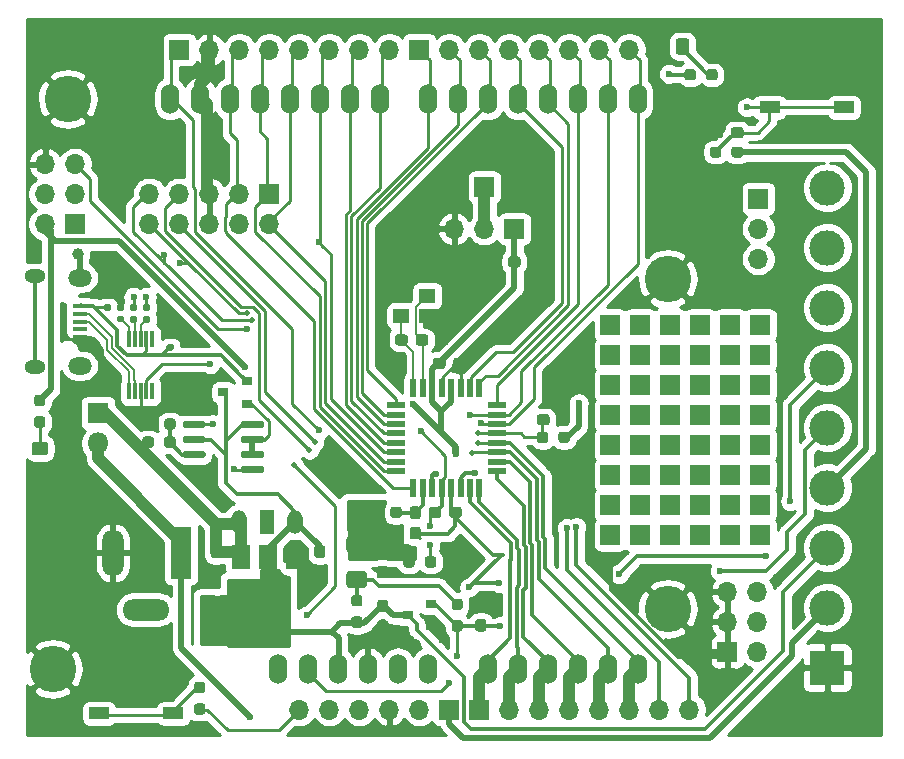
<source format=gbr>
%TF.GenerationSoftware,KiCad,Pcbnew,(5.1.7)-1*%
%TF.CreationDate,2020-10-28T17:30:18+01:00*%
%TF.ProjectId,Atmega_328_breakout,41746d65-6761-45f3-9332-385f62726561,rev?*%
%TF.SameCoordinates,Original*%
%TF.FileFunction,Copper,L1,Top*%
%TF.FilePolarity,Positive*%
%FSLAX46Y46*%
G04 Gerber Fmt 4.6, Leading zero omitted, Abs format (unit mm)*
G04 Created by KiCad (PCBNEW (5.1.7)-1) date 2020-10-28 17:30:18*
%MOMM*%
%LPD*%
G01*
G04 APERTURE LIST*
%TA.AperFunction,ComponentPad*%
%ADD10C,3.937000*%
%TD*%
%TA.AperFunction,ComponentPad*%
%ADD11O,1.524000X2.540000*%
%TD*%
%TA.AperFunction,ComponentPad*%
%ADD12O,1.800000X1.150000*%
%TD*%
%TA.AperFunction,ComponentPad*%
%ADD13O,2.000000X1.450000*%
%TD*%
%TA.AperFunction,SMDPad,CuDef*%
%ADD14R,1.300000X0.450000*%
%TD*%
%TA.AperFunction,SMDPad,CuDef*%
%ADD15R,0.300000X1.400000*%
%TD*%
%TA.AperFunction,SMDPad,CuDef*%
%ADD16R,0.900000X0.800000*%
%TD*%
%TA.AperFunction,SMDPad,CuDef*%
%ADD17R,1.500000X2.000000*%
%TD*%
%TA.AperFunction,SMDPad,CuDef*%
%ADD18R,4.000000X2.000000*%
%TD*%
%TA.AperFunction,SMDPad,CuDef*%
%ADD19R,0.600000X1.100000*%
%TD*%
%TA.AperFunction,ComponentPad*%
%ADD20O,1.700000X1.700000*%
%TD*%
%TA.AperFunction,ComponentPad*%
%ADD21R,1.700000X1.700000*%
%TD*%
%TA.AperFunction,SMDPad,CuDef*%
%ADD22R,1.400000X1.200000*%
%TD*%
%TA.AperFunction,SMDPad,CuDef*%
%ADD23R,1.700000X1.000000*%
%TD*%
%TA.AperFunction,ComponentPad*%
%ADD24R,1.800000X4.400000*%
%TD*%
%TA.AperFunction,ComponentPad*%
%ADD25O,1.800000X4.000000*%
%TD*%
%TA.AperFunction,ComponentPad*%
%ADD26O,4.000000X1.800000*%
%TD*%
%TA.AperFunction,ComponentPad*%
%ADD27C,3.000000*%
%TD*%
%TA.AperFunction,ComponentPad*%
%ADD28R,3.000000X3.000000*%
%TD*%
%TA.AperFunction,ComponentPad*%
%ADD29O,1.300000X2.000000*%
%TD*%
%TA.AperFunction,ComponentPad*%
%ADD30R,1.300000X2.000000*%
%TD*%
%TA.AperFunction,SMDPad,CuDef*%
%ADD31R,1.600000X0.550000*%
%TD*%
%TA.AperFunction,SMDPad,CuDef*%
%ADD32R,0.550000X1.600000*%
%TD*%
%TA.AperFunction,ComponentPad*%
%ADD33O,1.800000X1.800000*%
%TD*%
%TA.AperFunction,ComponentPad*%
%ADD34R,1.800000X1.800000*%
%TD*%
%TA.AperFunction,ViaPad*%
%ADD35C,0.600000*%
%TD*%
%TA.AperFunction,ViaPad*%
%ADD36C,0.500000*%
%TD*%
%TA.AperFunction,ViaPad*%
%ADD37C,1.000000*%
%TD*%
%TA.AperFunction,Conductor*%
%ADD38C,0.350000*%
%TD*%
%TA.AperFunction,Conductor*%
%ADD39C,0.250000*%
%TD*%
%TA.AperFunction,Conductor*%
%ADD40C,1.000000*%
%TD*%
%TA.AperFunction,Conductor*%
%ADD41C,0.500000*%
%TD*%
%TA.AperFunction,Conductor*%
%ADD42C,0.160000*%
%TD*%
%TA.AperFunction,Conductor*%
%ADD43C,0.254000*%
%TD*%
%TA.AperFunction,Conductor*%
%ADD44C,0.100000*%
%TD*%
G04 APERTURE END LIST*
D10*
%TO.P,SHIELD1,GNDS*%
%TO.N,GND*%
X53170000Y-109700000D03*
X54440000Y-61440000D03*
X105240000Y-76680000D03*
X105240000Y-104620000D03*
D11*
%TO.P,SHIELD1,5V*%
%TO.N,+5V*%
X77300000Y-109700000D03*
%TO.P,SHIELD1,AREF*%
%TO.N,AREF*%
X63076000Y-61440000D03*
%TO.P,SHIELD1,GND3*%
%TO.N,GND*%
X65616000Y-61440000D03*
%TO.P,SHIELD1,13*%
%TO.N,PB5*%
X68156000Y-61440000D03*
%TO.P,SHIELD1,12*%
%TO.N,PB4*%
X70696000Y-61440000D03*
%TO.P,SHIELD1,11*%
%TO.N,PB3*%
X73236000Y-61440000D03*
%TO.P,SHIELD1,10*%
%TO.N,PB2*%
X75776000Y-61440000D03*
%TO.P,SHIELD1,9*%
%TO.N,PB1*%
X78316000Y-61440000D03*
%TO.P,SHIELD1,8*%
%TO.N,PB0*%
X80856000Y-61440000D03*
%TO.P,SHIELD1,7*%
%TO.N,PD7*%
X84920000Y-61440000D03*
%TO.P,SHIELD1,6*%
%TO.N,PD6*%
X87460000Y-61440000D03*
%TO.P,SHIELD1,5*%
%TO.N,PD5*%
X90000000Y-61440000D03*
%TO.P,SHIELD1,4*%
%TO.N,PD4*%
X92540000Y-61440000D03*
%TO.P,SHIELD1,3*%
%TO.N,PD3*%
X95080000Y-61440000D03*
%TO.P,SHIELD1,2*%
%TO.N,PD2*%
X97620000Y-61440000D03*
%TO.P,SHIELD1,1*%
%TO.N,PD1(TX)*%
X100160000Y-61440000D03*
%TO.P,SHIELD1,0*%
%TO.N,PD0(RX)*%
X102700000Y-61440000D03*
%TO.P,SHIELD1,RST*%
%TO.N,~RESET*%
X72220000Y-109700000D03*
%TO.P,SHIELD1,3V3*%
%TO.N,+3V3*%
X74760000Y-109700000D03*
%TO.P,SHIELD1,GND1*%
%TO.N,GND*%
X79840000Y-109700000D03*
%TO.P,SHIELD1,GND2*%
%TO.N,AGND*%
X82380000Y-109700000D03*
%TO.P,SHIELD1,V_IN*%
%TO.N,V_supply*%
X84920000Y-109700000D03*
%TO.P,SHIELD1,AD2*%
%TO.N,PC2*%
X95080000Y-109700000D03*
%TO.P,SHIELD1,AD1*%
%TO.N,PC1*%
X92540000Y-109700000D03*
%TO.P,SHIELD1,AD0*%
%TO.N,PC0*%
X90000000Y-109700000D03*
%TO.P,SHIELD1,AD3*%
%TO.N,PC3*%
X97620000Y-109700000D03*
%TO.P,SHIELD1,AD4*%
%TO.N,PC4(SDA)*%
X100160000Y-109700000D03*
%TO.P,SHIELD1,AD5*%
%TO.N,PC5(SCL)*%
X102700000Y-109700000D03*
%TD*%
D12*
%TO.P,J28,6*%
%TO.N,Net-(J28-Pad6)*%
X51650000Y-84175000D03*
X51650000Y-76425000D03*
D13*
X55450000Y-84025000D03*
X55450000Y-76575000D03*
D14*
%TO.P,J28,5*%
%TO.N,GND*%
X55500000Y-81600000D03*
%TO.P,J28,4*%
%TO.N,Net-(J28-Pad4)*%
X55500000Y-80950000D03*
%TO.P,J28,3*%
%TO.N,Net-(J28-Pad3)*%
X55500000Y-80300000D03*
%TO.P,J28,2*%
%TO.N,Net-(J28-Pad2)*%
X55500000Y-79650000D03*
%TO.P,J28,1*%
%TO.N,VUSB*%
X55500000Y-79000000D03*
%TD*%
%TO.P,C14,2*%
%TO.N,VUSB*%
%TA.AperFunction,SMDPad,CuDef*%
G36*
G01*
X57630000Y-78800000D02*
X57970000Y-78800000D01*
G75*
G02*
X58110000Y-78940000I0J-140000D01*
G01*
X58110000Y-79220000D01*
G75*
G02*
X57970000Y-79360000I-140000J0D01*
G01*
X57630000Y-79360000D01*
G75*
G02*
X57490000Y-79220000I0J140000D01*
G01*
X57490000Y-78940000D01*
G75*
G02*
X57630000Y-78800000I140000J0D01*
G01*
G37*
%TD.AperFunction*%
%TO.P,C14,1*%
%TO.N,GND*%
%TA.AperFunction,SMDPad,CuDef*%
G36*
G01*
X57630000Y-77840000D02*
X57970000Y-77840000D01*
G75*
G02*
X58110000Y-77980000I0J-140000D01*
G01*
X58110000Y-78260000D01*
G75*
G02*
X57970000Y-78400000I-140000J0D01*
G01*
X57630000Y-78400000D01*
G75*
G02*
X57490000Y-78260000I0J140000D01*
G01*
X57490000Y-77980000D01*
G75*
G02*
X57630000Y-77840000I140000J0D01*
G01*
G37*
%TD.AperFunction*%
%TD*%
D15*
%TO.P,U6,10*%
%TO.N,Net-(C16-Pad2)*%
X59600000Y-81800000D03*
%TO.P,U6,9*%
%TO.N,Net-(R13-Pad1)*%
X60100000Y-81800000D03*
%TO.P,U6,8*%
%TO.N,Net-(R10-Pad1)*%
X60600000Y-81800000D03*
%TO.P,U6,7*%
%TO.N,VUSB*%
X61100000Y-81800000D03*
%TO.P,U6,6*%
%TO.N,Net-(U6-Pad6)*%
X61600000Y-81800000D03*
%TO.P,U6,5*%
%TO.N,Net-(U6-Pad5)*%
X61600000Y-86200000D03*
%TO.P,U6,4*%
%TO.N,~RESET*%
X61100000Y-86200000D03*
%TO.P,U6,3*%
%TO.N,GND*%
X60600000Y-86200000D03*
%TO.P,U6,2*%
%TO.N,Net-(J28-Pad2)*%
X60100000Y-86200000D03*
%TO.P,U6,1*%
%TO.N,Net-(J28-Pad3)*%
X59600000Y-86200000D03*
%TD*%
%TO.P,R13,2*%
%TO.N,PD1(TX)*%
%TA.AperFunction,SMDPad,CuDef*%
G36*
G01*
X60185000Y-79360000D02*
X59815000Y-79360000D01*
G75*
G02*
X59680000Y-79225000I0J135000D01*
G01*
X59680000Y-78955000D01*
G75*
G02*
X59815000Y-78820000I135000J0D01*
G01*
X60185000Y-78820000D01*
G75*
G02*
X60320000Y-78955000I0J-135000D01*
G01*
X60320000Y-79225000D01*
G75*
G02*
X60185000Y-79360000I-135000J0D01*
G01*
G37*
%TD.AperFunction*%
%TO.P,R13,1*%
%TO.N,Net-(R13-Pad1)*%
%TA.AperFunction,SMDPad,CuDef*%
G36*
G01*
X60185000Y-80380000D02*
X59815000Y-80380000D01*
G75*
G02*
X59680000Y-80245000I0J135000D01*
G01*
X59680000Y-79975000D01*
G75*
G02*
X59815000Y-79840000I135000J0D01*
G01*
X60185000Y-79840000D01*
G75*
G02*
X60320000Y-79975000I0J-135000D01*
G01*
X60320000Y-80245000D01*
G75*
G02*
X60185000Y-80380000I-135000J0D01*
G01*
G37*
%TD.AperFunction*%
%TD*%
%TO.P,R10,2*%
%TO.N,PD0(RX)*%
%TA.AperFunction,SMDPad,CuDef*%
G36*
G01*
X61285000Y-79360000D02*
X60915000Y-79360000D01*
G75*
G02*
X60780000Y-79225000I0J135000D01*
G01*
X60780000Y-78955000D01*
G75*
G02*
X60915000Y-78820000I135000J0D01*
G01*
X61285000Y-78820000D01*
G75*
G02*
X61420000Y-78955000I0J-135000D01*
G01*
X61420000Y-79225000D01*
G75*
G02*
X61285000Y-79360000I-135000J0D01*
G01*
G37*
%TD.AperFunction*%
%TO.P,R10,1*%
%TO.N,Net-(R10-Pad1)*%
%TA.AperFunction,SMDPad,CuDef*%
G36*
G01*
X61285000Y-80380000D02*
X60915000Y-80380000D01*
G75*
G02*
X60780000Y-80245000I0J135000D01*
G01*
X60780000Y-79975000D01*
G75*
G02*
X60915000Y-79840000I135000J0D01*
G01*
X61285000Y-79840000D01*
G75*
G02*
X61420000Y-79975000I0J-135000D01*
G01*
X61420000Y-80245000D01*
G75*
G02*
X61285000Y-80380000I-135000J0D01*
G01*
G37*
%TD.AperFunction*%
%TD*%
%TO.P,C16,2*%
%TO.N,Net-(C16-Pad2)*%
%TA.AperFunction,SMDPad,CuDef*%
G36*
G01*
X58730000Y-79800000D02*
X59070000Y-79800000D01*
G75*
G02*
X59210000Y-79940000I0J-140000D01*
G01*
X59210000Y-80220000D01*
G75*
G02*
X59070000Y-80360000I-140000J0D01*
G01*
X58730000Y-80360000D01*
G75*
G02*
X58590000Y-80220000I0J140000D01*
G01*
X58590000Y-79940000D01*
G75*
G02*
X58730000Y-79800000I140000J0D01*
G01*
G37*
%TD.AperFunction*%
%TO.P,C16,1*%
%TO.N,GND*%
%TA.AperFunction,SMDPad,CuDef*%
G36*
G01*
X58730000Y-78840000D02*
X59070000Y-78840000D01*
G75*
G02*
X59210000Y-78980000I0J-140000D01*
G01*
X59210000Y-79260000D01*
G75*
G02*
X59070000Y-79400000I-140000J0D01*
G01*
X58730000Y-79400000D01*
G75*
G02*
X58590000Y-79260000I0J140000D01*
G01*
X58590000Y-78980000D01*
G75*
G02*
X58730000Y-78840000I140000J0D01*
G01*
G37*
%TD.AperFunction*%
%TD*%
%TO.P,C15,2*%
%TO.N,VUSB*%
%TA.AperFunction,SMDPad,CuDef*%
G36*
G01*
X62930000Y-82200000D02*
X63270000Y-82200000D01*
G75*
G02*
X63410000Y-82340000I0J-140000D01*
G01*
X63410000Y-82620000D01*
G75*
G02*
X63270000Y-82760000I-140000J0D01*
G01*
X62930000Y-82760000D01*
G75*
G02*
X62790000Y-82620000I0J140000D01*
G01*
X62790000Y-82340000D01*
G75*
G02*
X62930000Y-82200000I140000J0D01*
G01*
G37*
%TD.AperFunction*%
%TO.P,C15,1*%
%TO.N,GND*%
%TA.AperFunction,SMDPad,CuDef*%
G36*
G01*
X62930000Y-81240000D02*
X63270000Y-81240000D01*
G75*
G02*
X63410000Y-81380000I0J-140000D01*
G01*
X63410000Y-81660000D01*
G75*
G02*
X63270000Y-81800000I-140000J0D01*
G01*
X62930000Y-81800000D01*
G75*
G02*
X62790000Y-81660000I0J140000D01*
G01*
X62790000Y-81380000D01*
G75*
G02*
X62930000Y-81240000I140000J0D01*
G01*
G37*
%TD.AperFunction*%
%TD*%
D16*
%TO.P,Q1,3*%
%TO.N,+5V*%
X67600000Y-86300000D03*
%TO.P,Q1,2*%
%TO.N,VUSB*%
X69600000Y-85350000D03*
%TO.P,Q1,1*%
%TO.N,Net-(Q1-Pad1)*%
X69600000Y-87250000D03*
%TD*%
%TO.P,U3,8*%
%TO.N,+5V*%
%TA.AperFunction,SMDPad,CuDef*%
G36*
G01*
X69100000Y-89175000D02*
X69100000Y-88875000D01*
G75*
G02*
X69250000Y-88725000I150000J0D01*
G01*
X70900000Y-88725000D01*
G75*
G02*
X71050000Y-88875000I0J-150000D01*
G01*
X71050000Y-89175000D01*
G75*
G02*
X70900000Y-89325000I-150000J0D01*
G01*
X69250000Y-89325000D01*
G75*
G02*
X69100000Y-89175000I0J150000D01*
G01*
G37*
%TD.AperFunction*%
%TO.P,U3,7*%
%TO.N,Net-(Q1-Pad1)*%
%TA.AperFunction,SMDPad,CuDef*%
G36*
G01*
X69100000Y-90445000D02*
X69100000Y-90145000D01*
G75*
G02*
X69250000Y-89995000I150000J0D01*
G01*
X70900000Y-89995000D01*
G75*
G02*
X71050000Y-90145000I0J-150000D01*
G01*
X71050000Y-90445000D01*
G75*
G02*
X70900000Y-90595000I-150000J0D01*
G01*
X69250000Y-90595000D01*
G75*
G02*
X69100000Y-90445000I0J150000D01*
G01*
G37*
%TD.AperFunction*%
%TO.P,U3,6*%
%TA.AperFunction,SMDPad,CuDef*%
G36*
G01*
X69100000Y-91715000D02*
X69100000Y-91415000D01*
G75*
G02*
X69250000Y-91265000I150000J0D01*
G01*
X70900000Y-91265000D01*
G75*
G02*
X71050000Y-91415000I0J-150000D01*
G01*
X71050000Y-91715000D01*
G75*
G02*
X70900000Y-91865000I-150000J0D01*
G01*
X69250000Y-91865000D01*
G75*
G02*
X69100000Y-91715000I0J150000D01*
G01*
G37*
%TD.AperFunction*%
%TO.P,U3,5*%
%TO.N,Net-(U3-Pad1)*%
%TA.AperFunction,SMDPad,CuDef*%
G36*
G01*
X69100000Y-92985000D02*
X69100000Y-92685000D01*
G75*
G02*
X69250000Y-92535000I150000J0D01*
G01*
X70900000Y-92535000D01*
G75*
G02*
X71050000Y-92685000I0J-150000D01*
G01*
X71050000Y-92985000D01*
G75*
G02*
X70900000Y-93135000I-150000J0D01*
G01*
X69250000Y-93135000D01*
G75*
G02*
X69100000Y-92985000I0J150000D01*
G01*
G37*
%TD.AperFunction*%
%TO.P,U3,4*%
%TO.N,GND*%
%TA.AperFunction,SMDPad,CuDef*%
G36*
G01*
X64150000Y-92985000D02*
X64150000Y-92685000D01*
G75*
G02*
X64300000Y-92535000I150000J0D01*
G01*
X65950000Y-92535000D01*
G75*
G02*
X66100000Y-92685000I0J-150000D01*
G01*
X66100000Y-92985000D01*
G75*
G02*
X65950000Y-93135000I-150000J0D01*
G01*
X64300000Y-93135000D01*
G75*
G02*
X64150000Y-92985000I0J150000D01*
G01*
G37*
%TD.AperFunction*%
%TO.P,U3,3*%
%TO.N,Net-(R1-Pad2)*%
%TA.AperFunction,SMDPad,CuDef*%
G36*
G01*
X64150000Y-91715000D02*
X64150000Y-91415000D01*
G75*
G02*
X64300000Y-91265000I150000J0D01*
G01*
X65950000Y-91265000D01*
G75*
G02*
X66100000Y-91415000I0J-150000D01*
G01*
X66100000Y-91715000D01*
G75*
G02*
X65950000Y-91865000I-150000J0D01*
G01*
X64300000Y-91865000D01*
G75*
G02*
X64150000Y-91715000I0J150000D01*
G01*
G37*
%TD.AperFunction*%
%TO.P,U3,2*%
%TO.N,+5V*%
%TA.AperFunction,SMDPad,CuDef*%
G36*
G01*
X64150000Y-90445000D02*
X64150000Y-90145000D01*
G75*
G02*
X64300000Y-89995000I150000J0D01*
G01*
X65950000Y-89995000D01*
G75*
G02*
X66100000Y-90145000I0J-150000D01*
G01*
X66100000Y-90445000D01*
G75*
G02*
X65950000Y-90595000I-150000J0D01*
G01*
X64300000Y-90595000D01*
G75*
G02*
X64150000Y-90445000I0J150000D01*
G01*
G37*
%TD.AperFunction*%
%TO.P,U3,1*%
%TO.N,Net-(U3-Pad1)*%
%TA.AperFunction,SMDPad,CuDef*%
G36*
G01*
X64150000Y-89175000D02*
X64150000Y-88875000D01*
G75*
G02*
X64300000Y-88725000I150000J0D01*
G01*
X65950000Y-88725000D01*
G75*
G02*
X66100000Y-88875000I0J-150000D01*
G01*
X66100000Y-89175000D01*
G75*
G02*
X65950000Y-89325000I-150000J0D01*
G01*
X64300000Y-89325000D01*
G75*
G02*
X64150000Y-89175000I0J150000D01*
G01*
G37*
%TD.AperFunction*%
%TD*%
D17*
%TO.P,U1,1*%
%TO.N,GND*%
X73675000Y-100250000D03*
%TO.P,U1,3*%
%TO.N,Net-(C2-Pad2)*%
X69075000Y-100250000D03*
%TO.P,U1,2*%
%TO.N,+5V*%
X71375000Y-100250000D03*
D18*
X71375000Y-106550000D03*
%TD*%
D19*
%TO.P,D2,1*%
%TO.N,VCC*%
X78522000Y-96158000D03*
%TO.P,D2,2*%
%TO.N,GND*%
X78522000Y-93958000D03*
%TD*%
D20*
%TO.P,J20,8*%
%TO.N,ADC7*%
X107030000Y-113150000D03*
%TO.P,J20,7*%
%TO.N,ADC6*%
X104490000Y-113150000D03*
%TO.P,J20,6*%
%TO.N,PC5(SCL)*%
X101950000Y-113150000D03*
%TO.P,J20,5*%
%TO.N,PC4(SDA)*%
X99410000Y-113150000D03*
%TO.P,J20,4*%
%TO.N,PC3*%
X96870000Y-113150000D03*
%TO.P,J20,3*%
%TO.N,PC2*%
X94330000Y-113150000D03*
%TO.P,J20,2*%
%TO.N,PC1*%
X91790000Y-113150000D03*
D21*
%TO.P,J20,1*%
%TO.N,PC0*%
X89250000Y-113150000D03*
%TD*%
D20*
%TO.P,J10,6*%
%TO.N,VCC*%
X112812000Y-103186000D03*
%TO.P,J10,5*%
%TO.N,GND*%
X110272000Y-103186000D03*
%TO.P,J10,4*%
%TO.N,VCC*%
X112812000Y-105726000D03*
%TO.P,J10,3*%
%TO.N,GND*%
X110272000Y-105726000D03*
%TO.P,J10,2*%
%TO.N,VCC*%
X112812000Y-108266000D03*
D21*
%TO.P,J10,1*%
%TO.N,GND*%
X110272000Y-108266000D03*
%TD*%
D20*
%TO.P,J22,8*%
%TO.N,PD0(RX)*%
X101981000Y-57277000D03*
%TO.P,J22,7*%
%TO.N,PD1(TX)*%
X99441000Y-57277000D03*
%TO.P,J22,6*%
%TO.N,PD2*%
X96901000Y-57277000D03*
%TO.P,J22,5*%
%TO.N,PD3*%
X94361000Y-57277000D03*
%TO.P,J22,4*%
%TO.N,PD4*%
X91821000Y-57277000D03*
%TO.P,J22,3*%
%TO.N,PD5*%
X89281000Y-57277000D03*
%TO.P,J22,2*%
%TO.N,PD6*%
X86741000Y-57277000D03*
D21*
%TO.P,J22,1*%
%TO.N,PD7*%
X84201000Y-57277000D03*
%TD*%
D20*
%TO.P,J21,8*%
%TO.N,PB0*%
X81661000Y-57277000D03*
%TO.P,J21,7*%
%TO.N,PB1*%
X79121000Y-57277000D03*
%TO.P,J21,6*%
%TO.N,PB2*%
X76581000Y-57277000D03*
%TO.P,J21,5*%
%TO.N,PB3*%
X74041000Y-57277000D03*
%TO.P,J21,4*%
%TO.N,PB4*%
X71501000Y-57277000D03*
%TO.P,J21,3*%
%TO.N,PB5*%
X68961000Y-57277000D03*
%TO.P,J21,2*%
%TO.N,GND*%
X66421000Y-57277000D03*
D21*
%TO.P,J21,1*%
%TO.N,AREF*%
X63881000Y-57277000D03*
%TD*%
D20*
%TO.P,J19,6*%
%TO.N,~RESET*%
X74041000Y-113157000D03*
%TO.P,J19,5*%
%TO.N,+3V3*%
X76581000Y-113157000D03*
%TO.P,J19,4*%
%TO.N,+5V*%
X79121000Y-113157000D03*
%TO.P,J19,3*%
%TO.N,GND*%
X81661000Y-113157000D03*
%TO.P,J19,2*%
%TO.N,AGND*%
X84201000Y-113157000D03*
D21*
%TO.P,J19,1*%
%TO.N,V_supply*%
X86741000Y-113157000D03*
%TD*%
D22*
%TO.P,Y1,4*%
%TO.N,GND*%
X82672000Y-78118000D03*
%TO.P,Y1,3*%
%TO.N,XTAL1(PB6)*%
X84872000Y-78118000D03*
%TO.P,Y1,2*%
%TO.N,GND*%
X84872000Y-79818000D03*
%TO.P,Y1,1*%
%TO.N,XTAL2(PB7)*%
X82672000Y-79818000D03*
%TD*%
D21*
%TO.P,J18,3*%
%TO.N,Net-(J18-Pad1)*%
X113066000Y-98360000D03*
%TO.P,J18,2*%
X110526000Y-98360000D03*
%TO.P,J18,1*%
X107986000Y-98360000D03*
%TD*%
%TO.P,J17,3*%
%TO.N,Net-(J17-Pad1)*%
X105446000Y-98360000D03*
%TO.P,J17,2*%
X102906000Y-98360000D03*
%TO.P,J17,1*%
X100366000Y-98360000D03*
%TD*%
%TO.P,J16,3*%
%TO.N,Net-(J16-Pad1)*%
X113066000Y-95820000D03*
%TO.P,J16,2*%
X110526000Y-95820000D03*
%TO.P,J16,1*%
X107986000Y-95820000D03*
%TD*%
%TO.P,J15,3*%
%TO.N,Net-(J15-Pad1)*%
X105446000Y-95820000D03*
%TO.P,J15,2*%
X102906000Y-95820000D03*
%TO.P,J15,1*%
X100366000Y-95820000D03*
%TD*%
%TO.P,J14,3*%
%TO.N,Net-(J14-Pad1)*%
X113066000Y-93280000D03*
%TO.P,J14,2*%
X110526000Y-93280000D03*
%TO.P,J14,1*%
X107986000Y-93280000D03*
%TD*%
%TO.P,J13,3*%
%TO.N,Net-(J13-Pad1)*%
X105446000Y-93280000D03*
%TO.P,J13,2*%
X102906000Y-93280000D03*
%TO.P,J13,1*%
X100366000Y-93280000D03*
%TD*%
%TO.P,J12,3*%
%TO.N,Net-(J12-Pad1)*%
X113066000Y-90740000D03*
%TO.P,J12,2*%
X110526000Y-90740000D03*
%TO.P,J12,1*%
X107986000Y-90740000D03*
%TD*%
%TO.P,J11,3*%
%TO.N,Net-(J11-Pad1)*%
X105446000Y-90740000D03*
%TO.P,J11,2*%
X102906000Y-90740000D03*
%TO.P,J11,1*%
X100366000Y-90740000D03*
%TD*%
%TO.P,J9,3*%
%TO.N,Net-(J9-Pad1)*%
X105446000Y-88200000D03*
%TO.P,J9,2*%
X102906000Y-88200000D03*
%TO.P,J9,1*%
X100366000Y-88200000D03*
%TD*%
%TO.P,J8,3*%
%TO.N,Net-(J8-Pad1)*%
X113066000Y-88200000D03*
%TO.P,J8,2*%
X110526000Y-88200000D03*
%TO.P,J8,1*%
X107986000Y-88200000D03*
%TD*%
%TO.P,J7,3*%
%TO.N,Net-(J7-Pad1)*%
X105446000Y-85660000D03*
%TO.P,J7,2*%
X102906000Y-85660000D03*
%TO.P,J7,1*%
X100366000Y-85660000D03*
%TD*%
%TO.P,J6,3*%
%TO.N,Net-(J6-Pad1)*%
X113066000Y-85660000D03*
%TO.P,J6,2*%
X110526000Y-85660000D03*
%TO.P,J6,1*%
X107986000Y-85660000D03*
%TD*%
%TO.P,J5,3*%
%TO.N,Net-(J5-Pad1)*%
X105446000Y-83120000D03*
%TO.P,J5,2*%
X102906000Y-83120000D03*
%TO.P,J5,1*%
X100366000Y-83120000D03*
%TD*%
%TO.P,J4,3*%
%TO.N,Net-(J4-Pad1)*%
X113066000Y-83120000D03*
%TO.P,J4,2*%
X110526000Y-83120000D03*
%TO.P,J4,1*%
X107986000Y-83120000D03*
%TD*%
%TO.P,J3,3*%
%TO.N,Net-(J3-Pad1)*%
X105446000Y-80580000D03*
%TO.P,J3,2*%
X102906000Y-80580000D03*
%TO.P,J3,1*%
X100366000Y-80580000D03*
%TD*%
%TO.P,J2,3*%
%TO.N,Net-(J2-Pad1)*%
X113066000Y-80580000D03*
%TO.P,J2,2*%
X110526000Y-80580000D03*
%TO.P,J2,1*%
X107986000Y-80580000D03*
%TD*%
D23*
%TO.P,SW2,2*%
%TO.N,PD6*%
X120153000Y-62160000D03*
X113853000Y-62160000D03*
%TO.P,SW2,1*%
%TO.N,GND*%
X120153000Y-58360000D03*
X113853000Y-58360000D03*
%TD*%
%TO.P,SW1,2*%
%TO.N,GND*%
X57084000Y-109668000D03*
X63384000Y-109668000D03*
%TO.P,SW1,1*%
%TO.N,Net-(R7-Pad1)*%
X57084000Y-113468000D03*
X63384000Y-113468000D03*
%TD*%
%TO.P,R12,2*%
%TO.N,AVCC*%
%TA.AperFunction,SMDPad,CuDef*%
G36*
G01*
X81741000Y-96692500D02*
X81741000Y-96217500D01*
G75*
G02*
X81978500Y-95980000I237500J0D01*
G01*
X82478500Y-95980000D01*
G75*
G02*
X82716000Y-96217500I0J-237500D01*
G01*
X82716000Y-96692500D01*
G75*
G02*
X82478500Y-96930000I-237500J0D01*
G01*
X81978500Y-96930000D01*
G75*
G02*
X81741000Y-96692500I0J237500D01*
G01*
G37*
%TD.AperFunction*%
%TO.P,R12,1*%
%TO.N,VCC*%
%TA.AperFunction,SMDPad,CuDef*%
G36*
G01*
X79916000Y-96692500D02*
X79916000Y-96217500D01*
G75*
G02*
X80153500Y-95980000I237500J0D01*
G01*
X80653500Y-95980000D01*
G75*
G02*
X80891000Y-96217500I0J-237500D01*
G01*
X80891000Y-96692500D01*
G75*
G02*
X80653500Y-96930000I-237500J0D01*
G01*
X80153500Y-96930000D01*
G75*
G02*
X79916000Y-96692500I0J237500D01*
G01*
G37*
%TD.AperFunction*%
%TD*%
%TO.P,R11,2*%
%TO.N,AREF*%
%TA.AperFunction,SMDPad,CuDef*%
G36*
G01*
X84662000Y-100883500D02*
X84662000Y-100408500D01*
G75*
G02*
X84899500Y-100171000I237500J0D01*
G01*
X85399500Y-100171000D01*
G75*
G02*
X85637000Y-100408500I0J-237500D01*
G01*
X85637000Y-100883500D01*
G75*
G02*
X85399500Y-101121000I-237500J0D01*
G01*
X84899500Y-101121000D01*
G75*
G02*
X84662000Y-100883500I0J237500D01*
G01*
G37*
%TD.AperFunction*%
%TO.P,R11,1*%
%TO.N,VCC*%
%TA.AperFunction,SMDPad,CuDef*%
G36*
G01*
X82837000Y-100883500D02*
X82837000Y-100408500D01*
G75*
G02*
X83074500Y-100171000I237500J0D01*
G01*
X83574500Y-100171000D01*
G75*
G02*
X83812000Y-100408500I0J-237500D01*
G01*
X83812000Y-100883500D01*
G75*
G02*
X83574500Y-101121000I-237500J0D01*
G01*
X83074500Y-101121000D01*
G75*
G02*
X82837000Y-100883500I0J237500D01*
G01*
G37*
%TD.AperFunction*%
%TD*%
D24*
%TO.P,J1,1*%
%TO.N,V_supply*%
X64044000Y-99884000D03*
D25*
%TO.P,J1,2*%
%TO.N,GND*%
X58244000Y-99884000D03*
D26*
%TO.P,J1,3*%
%TO.N,Net-(J1-Pad3)*%
X61044000Y-104684000D03*
%TD*%
%TO.P,F1,2*%
%TO.N,VCC*%
%TA.AperFunction,SMDPad,CuDef*%
G36*
G01*
X79528000Y-99871000D02*
X78278000Y-99871000D01*
G75*
G02*
X78028000Y-99621000I0J250000D01*
G01*
X78028000Y-98696000D01*
G75*
G02*
X78278000Y-98446000I250000J0D01*
G01*
X79528000Y-98446000D01*
G75*
G02*
X79778000Y-98696000I0J-250000D01*
G01*
X79778000Y-99621000D01*
G75*
G02*
X79528000Y-99871000I-250000J0D01*
G01*
G37*
%TD.AperFunction*%
%TO.P,F1,1*%
%TO.N,Net-(F1-Pad1)*%
%TA.AperFunction,SMDPad,CuDef*%
G36*
G01*
X79528000Y-102846000D02*
X78278000Y-102846000D01*
G75*
G02*
X78028000Y-102596000I0J250000D01*
G01*
X78028000Y-101671000D01*
G75*
G02*
X78278000Y-101421000I250000J0D01*
G01*
X79528000Y-101421000D01*
G75*
G02*
X79778000Y-101671000I0J-250000D01*
G01*
X79778000Y-102596000D01*
G75*
G02*
X79528000Y-102846000I-250000J0D01*
G01*
G37*
%TD.AperFunction*%
%TD*%
D27*
%TO.P,J27,9*%
%TO.N,Net-(J25-Pad1)*%
X118745000Y-68961000D03*
%TO.P,J27,8*%
%TO.N,Net-(J25-Pad2)*%
X118745000Y-74041000D03*
%TO.P,J27,7*%
%TO.N,Net-(J25-Pad3)*%
X118745000Y-79121000D03*
%TO.P,J27,6*%
%TO.N,AGND*%
X118745000Y-84201000D03*
%TO.P,J27,5*%
%TO.N,+3V3*%
X118745000Y-89281000D03*
%TO.P,J27,4*%
%TO.N,VCC*%
X118745000Y-94361000D03*
D28*
%TO.P,J27,1*%
%TO.N,GND*%
X118745000Y-109601000D03*
D27*
%TO.P,J27,3*%
%TO.N,+5V*%
X118745000Y-99441000D03*
%TO.P,J27,2*%
%TO.N,V_supply*%
X118745000Y-104521000D03*
%TD*%
D21*
%TO.P,J23,1*%
%TO.N,Net-(J23-Pad1)*%
X89698000Y-68896000D03*
%TD*%
D29*
%TO.P,U2,3*%
%TO.N,+5V*%
X73700000Y-97250000D03*
D30*
%TO.P,U2,2*%
%TO.N,GND*%
X71300000Y-97250000D03*
D29*
%TO.P,U2,1*%
%TO.N,Net-(C2-Pad2)*%
X68900000Y-97250000D03*
%TD*%
D16*
%TO.P,U5,3*%
%TO.N,+5V*%
X83200000Y-105150000D03*
%TO.P,U5,2*%
%TO.N,+3V3*%
X85200000Y-104200000D03*
%TO.P,U5,1*%
%TO.N,GND*%
X85200000Y-106100000D03*
%TD*%
D31*
%TO.P,U4,32*%
%TO.N,PD2*%
X90737000Y-87370000D03*
%TO.P,U4,31*%
%TO.N,PD1(TX)*%
X90737000Y-88170000D03*
%TO.P,U4,30*%
%TO.N,PD0(RX)*%
X90737000Y-88970000D03*
%TO.P,U4,29*%
%TO.N,~RESET*%
X90737000Y-89770000D03*
%TO.P,U4,28*%
%TO.N,PC5(SCL)*%
X90737000Y-90570000D03*
%TO.P,U4,27*%
%TO.N,PC4(SDA)*%
X90737000Y-91370000D03*
%TO.P,U4,26*%
%TO.N,PC3*%
X90737000Y-92170000D03*
%TO.P,U4,25*%
%TO.N,PC2*%
X90737000Y-92970000D03*
D32*
%TO.P,U4,24*%
%TO.N,PC1*%
X89287000Y-94420000D03*
%TO.P,U4,23*%
%TO.N,PC0*%
X88487000Y-94420000D03*
%TO.P,U4,22*%
%TO.N,ADC7*%
X87687000Y-94420000D03*
%TO.P,U4,21*%
%TO.N,AGND*%
X86887000Y-94420000D03*
%TO.P,U4,20*%
%TO.N,AREF*%
X86087000Y-94420000D03*
%TO.P,U4,19*%
%TO.N,ADC6*%
X85287000Y-94420000D03*
%TO.P,U4,18*%
%TO.N,AVCC*%
X84487000Y-94420000D03*
%TO.P,U4,17*%
%TO.N,PB5*%
X83687000Y-94420000D03*
D31*
%TO.P,U4,16*%
%TO.N,PB4*%
X82237000Y-92970000D03*
%TO.P,U4,15*%
%TO.N,PB3*%
X82237000Y-92170000D03*
%TO.P,U4,14*%
%TO.N,PB2*%
X82237000Y-91370000D03*
%TO.P,U4,13*%
%TO.N,PB1*%
X82237000Y-90570000D03*
%TO.P,U4,12*%
%TO.N,PB0*%
X82237000Y-89770000D03*
%TO.P,U4,11*%
%TO.N,PD7*%
X82237000Y-88970000D03*
%TO.P,U4,10*%
%TO.N,PD6*%
X82237000Y-88170000D03*
%TO.P,U4,9*%
%TO.N,PD5*%
X82237000Y-87370000D03*
D32*
%TO.P,U4,8*%
%TO.N,XTAL2(PB7)*%
X83687000Y-85920000D03*
%TO.P,U4,7*%
%TO.N,XTAL1(PB6)*%
X84487000Y-85920000D03*
%TO.P,U4,6*%
%TO.N,VCC*%
X85287000Y-85920000D03*
%TO.P,U4,5*%
%TO.N,GND*%
X86087000Y-85920000D03*
%TO.P,U4,4*%
%TO.N,VCC*%
X86887000Y-85920000D03*
%TO.P,U4,3*%
%TO.N,GND*%
X87687000Y-85920000D03*
%TO.P,U4,2*%
%TO.N,PD4*%
X88487000Y-85920000D03*
%TO.P,U4,1*%
%TO.N,PD3*%
X89287000Y-85920000D03*
%TD*%
D20*
%TO.P,J26,10*%
%TO.N,PD0(RX)*%
X61340000Y-72040000D03*
%TO.P,J26,9*%
%TO.N,PD1(TX)*%
X61340000Y-69500000D03*
%TO.P,J26,8*%
%TO.N,PC5(SCL)*%
X63880000Y-72040000D03*
%TO.P,J26,7*%
%TO.N,PC4(SDA)*%
X63880000Y-69500000D03*
%TO.P,J26,6*%
%TO.N,GND*%
X66420000Y-72040000D03*
%TO.P,J26,5*%
X66420000Y-69500000D03*
%TO.P,J26,4*%
%TO.N,PB2*%
X68960000Y-72040000D03*
%TO.P,J26,3*%
%TO.N,PB5*%
X68960000Y-69500000D03*
%TO.P,J26,2*%
%TO.N,PB3*%
X71500000Y-72040000D03*
D21*
%TO.P,J26,1*%
%TO.N,PB4*%
X71500000Y-69500000D03*
%TD*%
D20*
%TO.P,J25,3*%
%TO.N,Net-(J25-Pad3)*%
X112900000Y-74980000D03*
%TO.P,J25,2*%
%TO.N,Net-(J25-Pad2)*%
X112900000Y-72440000D03*
D21*
%TO.P,J25,1*%
%TO.N,Net-(J25-Pad1)*%
X112900000Y-69900000D03*
%TD*%
D20*
%TO.P,J24,3*%
%TO.N,GND*%
X87158000Y-72452000D03*
%TO.P,J24,2*%
%TO.N,Net-(J23-Pad1)*%
X89698000Y-72452000D03*
D21*
%TO.P,J24,1*%
%TO.N,VCC*%
X92238000Y-72452000D03*
%TD*%
D20*
%TO.P,ISP1,6*%
%TO.N,GND*%
X52510000Y-66970000D03*
%TO.P,ISP1,5*%
%TO.N,~RESET*%
X55050000Y-66970000D03*
%TO.P,ISP1,4*%
%TO.N,PB3*%
X52510000Y-69510000D03*
%TO.P,ISP1,3*%
%TO.N,PB5*%
X55050000Y-69510000D03*
%TO.P,ISP1,2*%
%TO.N,VCC*%
X52510000Y-72050000D03*
D21*
%TO.P,ISP1,1*%
%TO.N,PB4*%
X55050000Y-72050000D03*
%TD*%
%TO.P,D4,2*%
%TO.N,Net-(D4-Pad2)*%
%TA.AperFunction,SMDPad,CuDef*%
G36*
G01*
X107050000Y-56549999D02*
X107050000Y-57450001D01*
G75*
G02*
X106800001Y-57700000I-249999J0D01*
G01*
X106149999Y-57700000D01*
G75*
G02*
X105900000Y-57450001I0J249999D01*
G01*
X105900000Y-56549999D01*
G75*
G02*
X106149999Y-56300000I249999J0D01*
G01*
X106800001Y-56300000D01*
G75*
G02*
X107050000Y-56549999I0J-249999D01*
G01*
G37*
%TD.AperFunction*%
%TO.P,D4,1*%
%TO.N,GND*%
%TA.AperFunction,SMDPad,CuDef*%
G36*
G01*
X109100000Y-56549999D02*
X109100000Y-57450001D01*
G75*
G02*
X108850001Y-57700000I-249999J0D01*
G01*
X108199999Y-57700000D01*
G75*
G02*
X107950000Y-57450001I0J249999D01*
G01*
X107950000Y-56549999D01*
G75*
G02*
X108199999Y-56300000I249999J0D01*
G01*
X108850001Y-56300000D01*
G75*
G02*
X109100000Y-56549999I0J-249999D01*
G01*
G37*
%TD.AperFunction*%
%TD*%
%TO.P,D3,2*%
%TO.N,Net-(D3-Pad2)*%
%TA.AperFunction,SMDPad,CuDef*%
G36*
G01*
X52520001Y-91625000D02*
X51619999Y-91625000D01*
G75*
G02*
X51370000Y-91375001I0J249999D01*
G01*
X51370000Y-90724999D01*
G75*
G02*
X51619999Y-90475000I249999J0D01*
G01*
X52520001Y-90475000D01*
G75*
G02*
X52770000Y-90724999I0J-249999D01*
G01*
X52770000Y-91375001D01*
G75*
G02*
X52520001Y-91625000I-249999J0D01*
G01*
G37*
%TD.AperFunction*%
%TO.P,D3,1*%
%TO.N,GND*%
%TA.AperFunction,SMDPad,CuDef*%
G36*
G01*
X52520001Y-93675000D02*
X51619999Y-93675000D01*
G75*
G02*
X51370000Y-93425001I0J249999D01*
G01*
X51370000Y-92774999D01*
G75*
G02*
X51619999Y-92525000I249999J0D01*
G01*
X52520001Y-92525000D01*
G75*
G02*
X52770000Y-92774999I0J-249999D01*
G01*
X52770000Y-93425001D01*
G75*
G02*
X52520001Y-93675000I-249999J0D01*
G01*
G37*
%TD.AperFunction*%
%TD*%
D33*
%TO.P,D1,2*%
%TO.N,V_supply*%
X57000000Y-90600000D03*
D34*
%TO.P,D1,1*%
%TO.N,Net-(C2-Pad2)*%
X57000000Y-88060000D03*
%TD*%
%TO.P,C13,2*%
%TO.N,PD6*%
%TA.AperFunction,SMDPad,CuDef*%
G36*
G01*
X110575000Y-64537500D02*
X110575000Y-64062500D01*
G75*
G02*
X110812500Y-63825000I237500J0D01*
G01*
X111412500Y-63825000D01*
G75*
G02*
X111650000Y-64062500I0J-237500D01*
G01*
X111650000Y-64537500D01*
G75*
G02*
X111412500Y-64775000I-237500J0D01*
G01*
X110812500Y-64775000D01*
G75*
G02*
X110575000Y-64537500I0J237500D01*
G01*
G37*
%TD.AperFunction*%
%TO.P,C13,1*%
%TO.N,GND*%
%TA.AperFunction,SMDPad,CuDef*%
G36*
G01*
X108850000Y-64537500D02*
X108850000Y-64062500D01*
G75*
G02*
X109087500Y-63825000I237500J0D01*
G01*
X109687500Y-63825000D01*
G75*
G02*
X109925000Y-64062500I0J-237500D01*
G01*
X109925000Y-64537500D01*
G75*
G02*
X109687500Y-64775000I-237500J0D01*
G01*
X109087500Y-64775000D01*
G75*
G02*
X108850000Y-64537500I0J237500D01*
G01*
G37*
%TD.AperFunction*%
%TD*%
%TO.P,C12,2*%
%TO.N,XTAL1(PB6)*%
%TA.AperFunction,SMDPad,CuDef*%
G36*
G01*
X84954500Y-81612500D02*
X84954500Y-82087500D01*
G75*
G02*
X84717000Y-82325000I-237500J0D01*
G01*
X84117000Y-82325000D01*
G75*
G02*
X83879500Y-82087500I0J237500D01*
G01*
X83879500Y-81612500D01*
G75*
G02*
X84117000Y-81375000I237500J0D01*
G01*
X84717000Y-81375000D01*
G75*
G02*
X84954500Y-81612500I0J-237500D01*
G01*
G37*
%TD.AperFunction*%
%TO.P,C12,1*%
%TO.N,GND*%
%TA.AperFunction,SMDPad,CuDef*%
G36*
G01*
X86679500Y-81612500D02*
X86679500Y-82087500D01*
G75*
G02*
X86442000Y-82325000I-237500J0D01*
G01*
X85842000Y-82325000D01*
G75*
G02*
X85604500Y-82087500I0J237500D01*
G01*
X85604500Y-81612500D01*
G75*
G02*
X85842000Y-81375000I237500J0D01*
G01*
X86442000Y-81375000D01*
G75*
G02*
X86679500Y-81612500I0J-237500D01*
G01*
G37*
%TD.AperFunction*%
%TD*%
%TO.P,C11,2*%
%TO.N,XTAL2(PB7)*%
%TA.AperFunction,SMDPad,CuDef*%
G36*
G01*
X82149000Y-82087500D02*
X82149000Y-81612500D01*
G75*
G02*
X82386500Y-81375000I237500J0D01*
G01*
X82986500Y-81375000D01*
G75*
G02*
X83224000Y-81612500I0J-237500D01*
G01*
X83224000Y-82087500D01*
G75*
G02*
X82986500Y-82325000I-237500J0D01*
G01*
X82386500Y-82325000D01*
G75*
G02*
X82149000Y-82087500I0J237500D01*
G01*
G37*
%TD.AperFunction*%
%TO.P,C11,1*%
%TO.N,GND*%
%TA.AperFunction,SMDPad,CuDef*%
G36*
G01*
X80424000Y-82087500D02*
X80424000Y-81612500D01*
G75*
G02*
X80661500Y-81375000I237500J0D01*
G01*
X81261500Y-81375000D01*
G75*
G02*
X81499000Y-81612500I0J-237500D01*
G01*
X81499000Y-82087500D01*
G75*
G02*
X81261500Y-82325000I-237500J0D01*
G01*
X80661500Y-82325000D01*
G75*
G02*
X80424000Y-82087500I0J237500D01*
G01*
G37*
%TD.AperFunction*%
%TD*%
%TO.P,C10,2*%
%TO.N,VCC*%
%TA.AperFunction,SMDPad,CuDef*%
G36*
G01*
X91700500Y-75483500D02*
X91700500Y-75008500D01*
G75*
G02*
X91938000Y-74771000I237500J0D01*
G01*
X92538000Y-74771000D01*
G75*
G02*
X92775500Y-75008500I0J-237500D01*
G01*
X92775500Y-75483500D01*
G75*
G02*
X92538000Y-75721000I-237500J0D01*
G01*
X91938000Y-75721000D01*
G75*
G02*
X91700500Y-75483500I0J237500D01*
G01*
G37*
%TD.AperFunction*%
%TO.P,C10,1*%
%TO.N,GND*%
%TA.AperFunction,SMDPad,CuDef*%
G36*
G01*
X89975500Y-75483500D02*
X89975500Y-75008500D01*
G75*
G02*
X90213000Y-74771000I237500J0D01*
G01*
X90813000Y-74771000D01*
G75*
G02*
X91050500Y-75008500I0J-237500D01*
G01*
X91050500Y-75483500D01*
G75*
G02*
X90813000Y-75721000I-237500J0D01*
G01*
X90213000Y-75721000D01*
G75*
G02*
X89975500Y-75483500I0J237500D01*
G01*
G37*
%TD.AperFunction*%
%TD*%
%TO.P,C9,2*%
%TO.N,GND*%
%TA.AperFunction,SMDPad,CuDef*%
G36*
G01*
X95875000Y-88837500D02*
X95875000Y-88362500D01*
G75*
G02*
X96112500Y-88125000I237500J0D01*
G01*
X96712500Y-88125000D01*
G75*
G02*
X96950000Y-88362500I0J-237500D01*
G01*
X96950000Y-88837500D01*
G75*
G02*
X96712500Y-89075000I-237500J0D01*
G01*
X96112500Y-89075000D01*
G75*
G02*
X95875000Y-88837500I0J237500D01*
G01*
G37*
%TD.AperFunction*%
%TO.P,C9,1*%
%TO.N,~RESET*%
%TA.AperFunction,SMDPad,CuDef*%
G36*
G01*
X94150000Y-88837500D02*
X94150000Y-88362500D01*
G75*
G02*
X94387500Y-88125000I237500J0D01*
G01*
X94987500Y-88125000D01*
G75*
G02*
X95225000Y-88362500I0J-237500D01*
G01*
X95225000Y-88837500D01*
G75*
G02*
X94987500Y-89075000I-237500J0D01*
G01*
X94387500Y-89075000D01*
G75*
G02*
X94150000Y-88837500I0J237500D01*
G01*
G37*
%TD.AperFunction*%
%TD*%
%TO.P,C8,2*%
%TO.N,GND*%
%TA.AperFunction,SMDPad,CuDef*%
G36*
G01*
X80824500Y-100971000D02*
X81299500Y-100971000D01*
G75*
G02*
X81537000Y-101208500I0J-237500D01*
G01*
X81537000Y-101808500D01*
G75*
G02*
X81299500Y-102046000I-237500J0D01*
G01*
X80824500Y-102046000D01*
G75*
G02*
X80587000Y-101808500I0J237500D01*
G01*
X80587000Y-101208500D01*
G75*
G02*
X80824500Y-100971000I237500J0D01*
G01*
G37*
%TD.AperFunction*%
%TO.P,C8,1*%
%TO.N,VCC*%
%TA.AperFunction,SMDPad,CuDef*%
G36*
G01*
X80824500Y-99246000D02*
X81299500Y-99246000D01*
G75*
G02*
X81537000Y-99483500I0J-237500D01*
G01*
X81537000Y-100083500D01*
G75*
G02*
X81299500Y-100321000I-237500J0D01*
G01*
X80824500Y-100321000D01*
G75*
G02*
X80587000Y-100083500I0J237500D01*
G01*
X80587000Y-99483500D01*
G75*
G02*
X80824500Y-99246000I237500J0D01*
G01*
G37*
%TD.AperFunction*%
%TD*%
%TO.P,C7,2*%
%TO.N,+3V3*%
%TA.AperFunction,SMDPad,CuDef*%
G36*
G01*
X89162500Y-105475000D02*
X89637500Y-105475000D01*
G75*
G02*
X89875000Y-105712500I0J-237500D01*
G01*
X89875000Y-106312500D01*
G75*
G02*
X89637500Y-106550000I-237500J0D01*
G01*
X89162500Y-106550000D01*
G75*
G02*
X88925000Y-106312500I0J237500D01*
G01*
X88925000Y-105712500D01*
G75*
G02*
X89162500Y-105475000I237500J0D01*
G01*
G37*
%TD.AperFunction*%
%TO.P,C7,1*%
%TO.N,GND*%
%TA.AperFunction,SMDPad,CuDef*%
G36*
G01*
X89162500Y-103750000D02*
X89637500Y-103750000D01*
G75*
G02*
X89875000Y-103987500I0J-237500D01*
G01*
X89875000Y-104587500D01*
G75*
G02*
X89637500Y-104825000I-237500J0D01*
G01*
X89162500Y-104825000D01*
G75*
G02*
X88925000Y-104587500I0J237500D01*
G01*
X88925000Y-103987500D01*
G75*
G02*
X89162500Y-103750000I237500J0D01*
G01*
G37*
%TD.AperFunction*%
%TD*%
%TO.P,C6,2*%
%TO.N,+5V*%
%TA.AperFunction,SMDPad,CuDef*%
G36*
G01*
X81337500Y-104925000D02*
X80862500Y-104925000D01*
G75*
G02*
X80625000Y-104687500I0J237500D01*
G01*
X80625000Y-104087500D01*
G75*
G02*
X80862500Y-103850000I237500J0D01*
G01*
X81337500Y-103850000D01*
G75*
G02*
X81575000Y-104087500I0J-237500D01*
G01*
X81575000Y-104687500D01*
G75*
G02*
X81337500Y-104925000I-237500J0D01*
G01*
G37*
%TD.AperFunction*%
%TO.P,C6,1*%
%TO.N,GND*%
%TA.AperFunction,SMDPad,CuDef*%
G36*
G01*
X81337500Y-106650000D02*
X80862500Y-106650000D01*
G75*
G02*
X80625000Y-106412500I0J237500D01*
G01*
X80625000Y-105812500D01*
G75*
G02*
X80862500Y-105575000I237500J0D01*
G01*
X81337500Y-105575000D01*
G75*
G02*
X81575000Y-105812500I0J-237500D01*
G01*
X81575000Y-106412500D01*
G75*
G02*
X81337500Y-106650000I-237500J0D01*
G01*
G37*
%TD.AperFunction*%
%TD*%
%TO.P,C5,2*%
%TO.N,+5V*%
%TA.AperFunction,SMDPad,CuDef*%
G36*
G01*
X76012500Y-100321000D02*
X75537500Y-100321000D01*
G75*
G02*
X75300000Y-100083500I0J237500D01*
G01*
X75300000Y-99483500D01*
G75*
G02*
X75537500Y-99246000I237500J0D01*
G01*
X76012500Y-99246000D01*
G75*
G02*
X76250000Y-99483500I0J-237500D01*
G01*
X76250000Y-100083500D01*
G75*
G02*
X76012500Y-100321000I-237500J0D01*
G01*
G37*
%TD.AperFunction*%
%TO.P,C5,1*%
%TO.N,GND*%
%TA.AperFunction,SMDPad,CuDef*%
G36*
G01*
X76012500Y-102046000D02*
X75537500Y-102046000D01*
G75*
G02*
X75300000Y-101808500I0J237500D01*
G01*
X75300000Y-101208500D01*
G75*
G02*
X75537500Y-100971000I237500J0D01*
G01*
X76012500Y-100971000D01*
G75*
G02*
X76250000Y-101208500I0J-237500D01*
G01*
X76250000Y-101808500D01*
G75*
G02*
X76012500Y-102046000I-237500J0D01*
G01*
G37*
%TD.AperFunction*%
%TD*%
%TO.P,C4,2*%
%TO.N,AREF*%
%TA.AperFunction,SMDPad,CuDef*%
G36*
G01*
X86071000Y-96217500D02*
X86071000Y-96692500D01*
G75*
G02*
X85833500Y-96930000I-237500J0D01*
G01*
X85233500Y-96930000D01*
G75*
G02*
X84996000Y-96692500I0J237500D01*
G01*
X84996000Y-96217500D01*
G75*
G02*
X85233500Y-95980000I237500J0D01*
G01*
X85833500Y-95980000D01*
G75*
G02*
X86071000Y-96217500I0J-237500D01*
G01*
G37*
%TD.AperFunction*%
%TO.P,C4,1*%
%TO.N,AGND*%
%TA.AperFunction,SMDPad,CuDef*%
G36*
G01*
X87796000Y-96217500D02*
X87796000Y-96692500D01*
G75*
G02*
X87558500Y-96930000I-237500J0D01*
G01*
X86958500Y-96930000D01*
G75*
G02*
X86721000Y-96692500I0J237500D01*
G01*
X86721000Y-96217500D01*
G75*
G02*
X86958500Y-95980000I237500J0D01*
G01*
X87558500Y-95980000D01*
G75*
G02*
X87796000Y-96217500I0J-237500D01*
G01*
G37*
%TD.AperFunction*%
%TD*%
%TO.P,C3,2*%
%TO.N,VCC*%
%TA.AperFunction,SMDPad,CuDef*%
G36*
G01*
X86423000Y-83588500D02*
X86423000Y-84063500D01*
G75*
G02*
X86185500Y-84301000I-237500J0D01*
G01*
X85585500Y-84301000D01*
G75*
G02*
X85348000Y-84063500I0J237500D01*
G01*
X85348000Y-83588500D01*
G75*
G02*
X85585500Y-83351000I237500J0D01*
G01*
X86185500Y-83351000D01*
G75*
G02*
X86423000Y-83588500I0J-237500D01*
G01*
G37*
%TD.AperFunction*%
%TO.P,C3,1*%
%TO.N,GND*%
%TA.AperFunction,SMDPad,CuDef*%
G36*
G01*
X88148000Y-83588500D02*
X88148000Y-84063500D01*
G75*
G02*
X87910500Y-84301000I-237500J0D01*
G01*
X87310500Y-84301000D01*
G75*
G02*
X87073000Y-84063500I0J237500D01*
G01*
X87073000Y-83588500D01*
G75*
G02*
X87310500Y-83351000I237500J0D01*
G01*
X87910500Y-83351000D01*
G75*
G02*
X88148000Y-83588500I0J-237500D01*
G01*
G37*
%TD.AperFunction*%
%TD*%
%TO.P,C2,2*%
%TO.N,Net-(C2-Pad2)*%
%TA.AperFunction,SMDPad,CuDef*%
G36*
G01*
X67237500Y-100321000D02*
X66762500Y-100321000D01*
G75*
G02*
X66525000Y-100083500I0J237500D01*
G01*
X66525000Y-99483500D01*
G75*
G02*
X66762500Y-99246000I237500J0D01*
G01*
X67237500Y-99246000D01*
G75*
G02*
X67475000Y-99483500I0J-237500D01*
G01*
X67475000Y-100083500D01*
G75*
G02*
X67237500Y-100321000I-237500J0D01*
G01*
G37*
%TD.AperFunction*%
%TO.P,C2,1*%
%TO.N,GND*%
%TA.AperFunction,SMDPad,CuDef*%
G36*
G01*
X67237500Y-102046000D02*
X66762500Y-102046000D01*
G75*
G02*
X66525000Y-101808500I0J237500D01*
G01*
X66525000Y-101208500D01*
G75*
G02*
X66762500Y-100971000I237500J0D01*
G01*
X67237500Y-100971000D01*
G75*
G02*
X67475000Y-101208500I0J-237500D01*
G01*
X67475000Y-101808500D01*
G75*
G02*
X67237500Y-102046000I-237500J0D01*
G01*
G37*
%TD.AperFunction*%
%TD*%
%TO.P,C1,2*%
%TO.N,AVCC*%
%TA.AperFunction,SMDPad,CuDef*%
G36*
G01*
X84093500Y-97019000D02*
X83618500Y-97019000D01*
G75*
G02*
X83381000Y-96781500I0J237500D01*
G01*
X83381000Y-96181500D01*
G75*
G02*
X83618500Y-95944000I237500J0D01*
G01*
X84093500Y-95944000D01*
G75*
G02*
X84331000Y-96181500I0J-237500D01*
G01*
X84331000Y-96781500D01*
G75*
G02*
X84093500Y-97019000I-237500J0D01*
G01*
G37*
%TD.AperFunction*%
%TO.P,C1,1*%
%TO.N,AGND*%
%TA.AperFunction,SMDPad,CuDef*%
G36*
G01*
X84093500Y-98744000D02*
X83618500Y-98744000D01*
G75*
G02*
X83381000Y-98506500I0J237500D01*
G01*
X83381000Y-97906500D01*
G75*
G02*
X83618500Y-97669000I237500J0D01*
G01*
X84093500Y-97669000D01*
G75*
G02*
X84331000Y-97906500I0J-237500D01*
G01*
X84331000Y-98506500D01*
G75*
G02*
X84093500Y-98744000I-237500J0D01*
G01*
G37*
%TD.AperFunction*%
%TD*%
%TO.P,R1,1*%
%TO.N,Net-(C2-Pad2)*%
%TA.AperFunction,SMDPad,CuDef*%
G36*
G01*
X60760000Y-90737500D02*
X60760000Y-90262500D01*
G75*
G02*
X60997500Y-90025000I237500J0D01*
G01*
X61497500Y-90025000D01*
G75*
G02*
X61735000Y-90262500I0J-237500D01*
G01*
X61735000Y-90737500D01*
G75*
G02*
X61497500Y-90975000I-237500J0D01*
G01*
X60997500Y-90975000D01*
G75*
G02*
X60760000Y-90737500I0J237500D01*
G01*
G37*
%TD.AperFunction*%
%TO.P,R1,2*%
%TO.N,Net-(R1-Pad2)*%
%TA.AperFunction,SMDPad,CuDef*%
G36*
G01*
X62585000Y-90737500D02*
X62585000Y-90262500D01*
G75*
G02*
X62822500Y-90025000I237500J0D01*
G01*
X63322500Y-90025000D01*
G75*
G02*
X63560000Y-90262500I0J-237500D01*
G01*
X63560000Y-90737500D01*
G75*
G02*
X63322500Y-90975000I-237500J0D01*
G01*
X62822500Y-90975000D01*
G75*
G02*
X62585000Y-90737500I0J237500D01*
G01*
G37*
%TD.AperFunction*%
%TD*%
%TO.P,R2,1*%
%TO.N,Net-(R1-Pad2)*%
%TA.AperFunction,SMDPad,CuDef*%
G36*
G01*
X63577500Y-88732500D02*
X63577500Y-89207500D01*
G75*
G02*
X63340000Y-89445000I-237500J0D01*
G01*
X62840000Y-89445000D01*
G75*
G02*
X62602500Y-89207500I0J237500D01*
G01*
X62602500Y-88732500D01*
G75*
G02*
X62840000Y-88495000I237500J0D01*
G01*
X63340000Y-88495000D01*
G75*
G02*
X63577500Y-88732500I0J-237500D01*
G01*
G37*
%TD.AperFunction*%
%TO.P,R2,2*%
%TO.N,GND*%
%TA.AperFunction,SMDPad,CuDef*%
G36*
G01*
X61752500Y-88732500D02*
X61752500Y-89207500D01*
G75*
G02*
X61515000Y-89445000I-237500J0D01*
G01*
X61015000Y-89445000D01*
G75*
G02*
X60777500Y-89207500I0J237500D01*
G01*
X60777500Y-88732500D01*
G75*
G02*
X61015000Y-88495000I237500J0D01*
G01*
X61515000Y-88495000D01*
G75*
G02*
X61752500Y-88732500I0J-237500D01*
G01*
G37*
%TD.AperFunction*%
%TD*%
%TO.P,R3,2*%
%TO.N,Net-(F1-Pad1)*%
%TA.AperFunction,SMDPad,CuDef*%
G36*
G01*
X87637500Y-104725000D02*
X87162500Y-104725000D01*
G75*
G02*
X86925000Y-104487500I0J237500D01*
G01*
X86925000Y-103987500D01*
G75*
G02*
X87162500Y-103750000I237500J0D01*
G01*
X87637500Y-103750000D01*
G75*
G02*
X87875000Y-103987500I0J-237500D01*
G01*
X87875000Y-104487500D01*
G75*
G02*
X87637500Y-104725000I-237500J0D01*
G01*
G37*
%TD.AperFunction*%
%TO.P,R3,1*%
%TO.N,+3V3*%
%TA.AperFunction,SMDPad,CuDef*%
G36*
G01*
X87637500Y-106550000D02*
X87162500Y-106550000D01*
G75*
G02*
X86925000Y-106312500I0J237500D01*
G01*
X86925000Y-105812500D01*
G75*
G02*
X87162500Y-105575000I237500J0D01*
G01*
X87637500Y-105575000D01*
G75*
G02*
X87875000Y-105812500I0J-237500D01*
G01*
X87875000Y-106312500D01*
G75*
G02*
X87637500Y-106550000I-237500J0D01*
G01*
G37*
%TD.AperFunction*%
%TD*%
%TO.P,R4,1*%
%TO.N,+5V*%
%TA.AperFunction,SMDPad,CuDef*%
G36*
G01*
X79140500Y-106237000D02*
X78665500Y-106237000D01*
G75*
G02*
X78428000Y-105999500I0J237500D01*
G01*
X78428000Y-105499500D01*
G75*
G02*
X78665500Y-105262000I237500J0D01*
G01*
X79140500Y-105262000D01*
G75*
G02*
X79378000Y-105499500I0J-237500D01*
G01*
X79378000Y-105999500D01*
G75*
G02*
X79140500Y-106237000I-237500J0D01*
G01*
G37*
%TD.AperFunction*%
%TO.P,R4,2*%
%TO.N,Net-(F1-Pad1)*%
%TA.AperFunction,SMDPad,CuDef*%
G36*
G01*
X79140500Y-104412000D02*
X78665500Y-104412000D01*
G75*
G02*
X78428000Y-104174500I0J237500D01*
G01*
X78428000Y-103674500D01*
G75*
G02*
X78665500Y-103437000I237500J0D01*
G01*
X79140500Y-103437000D01*
G75*
G02*
X79378000Y-103674500I0J-237500D01*
G01*
X79378000Y-104174500D01*
G75*
G02*
X79140500Y-104412000I-237500J0D01*
G01*
G37*
%TD.AperFunction*%
%TD*%
%TO.P,R5,1*%
%TO.N,VCC*%
%TA.AperFunction,SMDPad,CuDef*%
G36*
G01*
X51832500Y-86484000D02*
X52307500Y-86484000D01*
G75*
G02*
X52545000Y-86721500I0J-237500D01*
G01*
X52545000Y-87221500D01*
G75*
G02*
X52307500Y-87459000I-237500J0D01*
G01*
X51832500Y-87459000D01*
G75*
G02*
X51595000Y-87221500I0J237500D01*
G01*
X51595000Y-86721500D01*
G75*
G02*
X51832500Y-86484000I237500J0D01*
G01*
G37*
%TD.AperFunction*%
%TO.P,R5,2*%
%TO.N,Net-(D3-Pad2)*%
%TA.AperFunction,SMDPad,CuDef*%
G36*
G01*
X51832500Y-88309000D02*
X52307500Y-88309000D01*
G75*
G02*
X52545000Y-88546500I0J-237500D01*
G01*
X52545000Y-89046500D01*
G75*
G02*
X52307500Y-89284000I-237500J0D01*
G01*
X51832500Y-89284000D01*
G75*
G02*
X51595000Y-89046500I0J237500D01*
G01*
X51595000Y-88546500D01*
G75*
G02*
X51832500Y-88309000I237500J0D01*
G01*
G37*
%TD.AperFunction*%
%TD*%
%TO.P,R6,2*%
%TO.N,~RESET*%
%TA.AperFunction,SMDPad,CuDef*%
G36*
G01*
X95125000Y-89862500D02*
X95125000Y-90337500D01*
G75*
G02*
X94887500Y-90575000I-237500J0D01*
G01*
X94387500Y-90575000D01*
G75*
G02*
X94150000Y-90337500I0J237500D01*
G01*
X94150000Y-89862500D01*
G75*
G02*
X94387500Y-89625000I237500J0D01*
G01*
X94887500Y-89625000D01*
G75*
G02*
X95125000Y-89862500I0J-237500D01*
G01*
G37*
%TD.AperFunction*%
%TO.P,R6,1*%
%TO.N,VCC*%
%TA.AperFunction,SMDPad,CuDef*%
G36*
G01*
X96950000Y-89862500D02*
X96950000Y-90337500D01*
G75*
G02*
X96712500Y-90575000I-237500J0D01*
G01*
X96212500Y-90575000D01*
G75*
G02*
X95975000Y-90337500I0J237500D01*
G01*
X95975000Y-89862500D01*
G75*
G02*
X96212500Y-89625000I237500J0D01*
G01*
X96712500Y-89625000D01*
G75*
G02*
X96950000Y-89862500I0J-237500D01*
G01*
G37*
%TD.AperFunction*%
%TD*%
%TO.P,R7,2*%
%TO.N,~RESET*%
%TA.AperFunction,SMDPad,CuDef*%
G36*
G01*
X65362500Y-112625000D02*
X65837500Y-112625000D01*
G75*
G02*
X66075000Y-112862500I0J-237500D01*
G01*
X66075000Y-113362500D01*
G75*
G02*
X65837500Y-113600000I-237500J0D01*
G01*
X65362500Y-113600000D01*
G75*
G02*
X65125000Y-113362500I0J237500D01*
G01*
X65125000Y-112862500D01*
G75*
G02*
X65362500Y-112625000I237500J0D01*
G01*
G37*
%TD.AperFunction*%
%TO.P,R7,1*%
%TO.N,Net-(R7-Pad1)*%
%TA.AperFunction,SMDPad,CuDef*%
G36*
G01*
X65362500Y-110800000D02*
X65837500Y-110800000D01*
G75*
G02*
X66075000Y-111037500I0J-237500D01*
G01*
X66075000Y-111537500D01*
G75*
G02*
X65837500Y-111775000I-237500J0D01*
G01*
X65362500Y-111775000D01*
G75*
G02*
X65125000Y-111537500I0J237500D01*
G01*
X65125000Y-111037500D01*
G75*
G02*
X65362500Y-110800000I237500J0D01*
G01*
G37*
%TD.AperFunction*%
%TD*%
%TO.P,R8,2*%
%TO.N,Net-(D4-Pad2)*%
%TA.AperFunction,SMDPad,CuDef*%
G36*
G01*
X108475000Y-59637500D02*
X108475000Y-59162500D01*
G75*
G02*
X108712500Y-58925000I237500J0D01*
G01*
X109212500Y-58925000D01*
G75*
G02*
X109450000Y-59162500I0J-237500D01*
G01*
X109450000Y-59637500D01*
G75*
G02*
X109212500Y-59875000I-237500J0D01*
G01*
X108712500Y-59875000D01*
G75*
G02*
X108475000Y-59637500I0J237500D01*
G01*
G37*
%TD.AperFunction*%
%TO.P,R8,1*%
%TO.N,PD7*%
%TA.AperFunction,SMDPad,CuDef*%
G36*
G01*
X106650000Y-59637500D02*
X106650000Y-59162500D01*
G75*
G02*
X106887500Y-58925000I237500J0D01*
G01*
X107387500Y-58925000D01*
G75*
G02*
X107625000Y-59162500I0J-237500D01*
G01*
X107625000Y-59637500D01*
G75*
G02*
X107387500Y-59875000I-237500J0D01*
G01*
X106887500Y-59875000D01*
G75*
G02*
X106650000Y-59637500I0J237500D01*
G01*
G37*
%TD.AperFunction*%
%TD*%
%TO.P,R9,1*%
%TO.N,VCC*%
%TA.AperFunction,SMDPad,CuDef*%
G36*
G01*
X111600000Y-65712500D02*
X111600000Y-66187500D01*
G75*
G02*
X111362500Y-66425000I-237500J0D01*
G01*
X110862500Y-66425000D01*
G75*
G02*
X110625000Y-66187500I0J237500D01*
G01*
X110625000Y-65712500D01*
G75*
G02*
X110862500Y-65475000I237500J0D01*
G01*
X111362500Y-65475000D01*
G75*
G02*
X111600000Y-65712500I0J-237500D01*
G01*
G37*
%TD.AperFunction*%
%TO.P,R9,2*%
%TO.N,PD6*%
%TA.AperFunction,SMDPad,CuDef*%
G36*
G01*
X109775000Y-65712500D02*
X109775000Y-66187500D01*
G75*
G02*
X109537500Y-66425000I-237500J0D01*
G01*
X109037500Y-66425000D01*
G75*
G02*
X108800000Y-66187500I0J237500D01*
G01*
X108800000Y-65712500D01*
G75*
G02*
X109037500Y-65475000I237500J0D01*
G01*
X109537500Y-65475000D01*
G75*
G02*
X109775000Y-65712500I0J-237500D01*
G01*
G37*
%TD.AperFunction*%
%TD*%
D35*
%TO.N,GND*%
X67092000Y-102678000D03*
X77506000Y-93788000D03*
X81062000Y-77532000D03*
X90700000Y-103700000D03*
X86150000Y-107250000D03*
X89050000Y-83100000D03*
X66250000Y-94150000D03*
X96500000Y-85900000D03*
X58900000Y-78175000D03*
X86650000Y-80326000D03*
X75474000Y-102932000D03*
X82300000Y-101700000D03*
X87700000Y-99000000D03*
D36*
X58300000Y-84850000D03*
D35*
X63100000Y-80100000D03*
%TO.N,AREF*%
X85126000Y-99249000D03*
X85126000Y-97598000D03*
X84300000Y-89600000D03*
X75700000Y-89500000D03*
%TO.N,+3V3*%
X109637000Y-101408000D03*
X87400000Y-108600000D03*
X86700000Y-110900000D03*
X91000000Y-106100000D03*
D37*
%TO.N,VCC*%
X80808000Y-98106000D03*
D35*
X83699999Y-87300000D03*
X69400000Y-84100000D03*
X87300000Y-91500008D03*
X97700000Y-87200000D03*
%TO.N,AGND*%
X113574000Y-100138000D03*
X101128000Y-101662000D03*
X90968000Y-102424000D03*
X88428000Y-102805000D03*
X115600000Y-95500000D03*
%TO.N,PD6*%
X111923000Y-62165000D03*
%TO.N,V_supply*%
X69900000Y-113800000D03*
D36*
%TO.N,~RESET*%
X73600000Y-92400000D03*
X89170000Y-89770000D03*
D35*
X74675000Y-105150000D03*
X69600000Y-80900000D03*
X66500000Y-83900000D03*
%TO.N,ADC7*%
X88922583Y-93128048D03*
X97500000Y-97700000D03*
%TO.N,ADC6*%
X85583997Y-93175010D03*
X96704026Y-97780279D03*
D36*
%TO.N,PC5(SCL)*%
X89200000Y-90600006D03*
X75348000Y-90526000D03*
%TO.N,PC4(SDA)*%
X88700000Y-91400000D03*
X74900000Y-91200000D03*
D35*
%TO.N,PB2*%
X75700000Y-73600000D03*
%TO.N,PD0(RX)*%
X61100000Y-78200000D03*
X63900000Y-75375000D03*
X89400000Y-88900000D03*
D36*
X69600000Y-79600000D03*
D35*
%TO.N,PD1(TX)*%
X62600000Y-74650000D03*
X60000000Y-78200000D03*
X88500000Y-88200000D03*
D36*
X70000000Y-80200000D03*
D35*
%TO.N,PD7*%
X105348000Y-59326000D03*
D37*
%TO.N,Net-(J28-Pad6)*%
X55300000Y-74550000D03*
D35*
%TO.N,Net-(U3-Pad1)*%
X68500000Y-92800000D03*
X66700000Y-89000000D03*
%TD*%
D38*
%TO.N,AVCC*%
X84417000Y-94490000D02*
X84487000Y-94420000D01*
X84487000Y-95850500D02*
X83856000Y-96481500D01*
X84487000Y-94420000D02*
X84487000Y-95850500D01*
X82255000Y-96481500D02*
X82228500Y-96455000D01*
X83856000Y-96481500D02*
X82255000Y-96481500D01*
D39*
%TO.N,GND*%
X87687000Y-85920000D02*
X87687000Y-84700000D01*
X87687000Y-84700000D02*
X87687000Y-83837000D01*
D38*
X89300000Y-83100000D02*
X89050000Y-83100000D01*
X89300000Y-83100000D02*
X88946447Y-83100000D01*
X89300000Y-83100000D02*
X88424000Y-83100000D01*
X88424000Y-83100000D02*
X87698000Y-83826000D01*
X96500000Y-88600000D02*
X96500000Y-85900000D01*
X96500000Y-85200000D02*
X96400000Y-85100000D01*
D40*
X83800000Y-107700000D02*
X83600000Y-107700000D01*
X83600000Y-107700000D02*
X82400000Y-106500000D01*
D39*
X85200000Y-106100000D02*
X85200000Y-106300000D01*
X85200000Y-106300000D02*
X86150000Y-107250000D01*
X81100000Y-106200000D02*
X81500000Y-106200000D01*
X81500000Y-106200000D02*
X82600000Y-107300000D01*
D40*
X65588000Y-61270000D02*
X66208000Y-61890000D01*
X65588000Y-61270000D02*
X65588000Y-60212000D01*
X66421000Y-59379000D02*
X66421000Y-57277000D01*
X65588000Y-60212000D02*
X66421000Y-59379000D01*
X66208000Y-62908000D02*
X66208000Y-63592000D01*
X66208000Y-61890000D02*
X66208000Y-62908000D01*
X66208000Y-67907998D02*
X66208000Y-69426000D01*
D39*
X89600000Y-104000000D02*
X89400000Y-104200000D01*
D38*
X100400000Y-103000000D02*
X100400000Y-101100000D01*
X110100000Y-108680000D02*
X106080000Y-108680000D01*
X106080000Y-108680000D02*
X100400000Y-103000000D01*
D39*
X87473000Y-83826000D02*
X87698000Y-83826000D01*
D38*
X89400000Y-104200000D02*
X90200000Y-104200000D01*
X90200000Y-104200000D02*
X90900000Y-103500000D01*
X85200000Y-106100000D02*
X85400000Y-106100000D01*
D39*
X87687000Y-83837000D02*
X87698000Y-83826000D01*
X65786000Y-61341000D02*
X65786000Y-57912000D01*
X65786000Y-57912000D02*
X66421000Y-57277000D01*
D38*
X63400000Y-108800000D02*
X63400000Y-109050000D01*
D39*
X82600000Y-107300000D02*
X82600000Y-107300000D01*
X86150000Y-107250000D02*
X86300000Y-107400000D01*
D38*
X96500000Y-85900000D02*
X96500000Y-85200000D01*
D39*
X86087000Y-85059998D02*
X86087000Y-85920000D01*
X87320998Y-83826000D02*
X86087000Y-85059998D01*
X87610500Y-83826000D02*
X87320998Y-83826000D01*
X60600000Y-88305000D02*
X61265000Y-88970000D01*
X60600000Y-86200000D02*
X60600000Y-88305000D01*
X60934998Y-88970000D02*
X61265000Y-88970000D01*
X55500000Y-81600000D02*
X55925000Y-81600000D01*
X55500000Y-81600000D02*
X56300000Y-81600000D01*
X56300000Y-81600000D02*
X57300000Y-82600000D01*
X57300000Y-83850000D02*
X58300000Y-84850000D01*
X57300000Y-82600000D02*
X57300000Y-83850000D01*
D40*
X66208000Y-63592000D02*
X66208000Y-69426000D01*
D39*
%TO.N,AREF*%
X63048000Y-61270000D02*
X63070000Y-61270000D01*
X63070000Y-61270000D02*
X65032999Y-63232999D01*
X65032999Y-63232999D02*
X65032999Y-68913997D01*
X65200000Y-69080998D02*
X65200000Y-72700000D01*
X65032999Y-68913997D02*
X65200000Y-69080998D01*
X65200000Y-72700000D02*
X73449990Y-80949990D01*
X73449990Y-80949990D02*
X73449990Y-87249990D01*
X73449990Y-87249990D02*
X75700000Y-89500000D01*
X63246000Y-61341000D02*
X63200000Y-61295000D01*
X63200000Y-61295000D02*
X63200000Y-57958000D01*
X63200000Y-57958000D02*
X63881000Y-57277000D01*
X86087000Y-93681418D02*
X86087000Y-94420000D01*
X86338664Y-93429754D02*
X86087000Y-93681418D01*
X86338664Y-91638664D02*
X86338664Y-93429754D01*
X84300000Y-89600000D02*
X86338664Y-91638664D01*
D38*
X86087000Y-95901500D02*
X86087000Y-94420000D01*
X85533500Y-96455000D02*
X86087000Y-95901500D01*
D39*
X85126000Y-96862500D02*
X85533500Y-96455000D01*
X85126000Y-97598000D02*
X85126000Y-96862500D01*
X85126000Y-100622500D02*
X85149500Y-100646000D01*
X85126000Y-99249000D02*
X85126000Y-100622500D01*
D38*
%TO.N,+5V*%
X77272000Y-109530000D02*
X77272000Y-108772000D01*
X80900000Y-104100000D02*
X81100000Y-104300000D01*
D41*
X83200000Y-105150000D02*
X81950000Y-105150000D01*
X81950000Y-105150000D02*
X81100000Y-104300000D01*
D38*
X84000000Y-105900000D02*
X83250000Y-105150000D01*
X87966001Y-110391003D02*
X84000000Y-106425002D01*
X84000000Y-106425002D02*
X84000000Y-105900000D01*
X87966001Y-114217003D02*
X87966001Y-110391003D01*
X88548998Y-114800000D02*
X87966001Y-114217003D01*
X108413002Y-114800000D02*
X88548998Y-114800000D01*
X115000000Y-108213002D02*
X108413002Y-114800000D01*
X115000000Y-103186000D02*
X115000000Y-108213002D01*
X83250000Y-105150000D02*
X83200000Y-105150000D01*
X118745000Y-99441000D02*
X115000000Y-103186000D01*
X81100000Y-104387500D02*
X81003500Y-104387500D01*
D41*
X81003500Y-104387500D02*
X79538000Y-105853000D01*
X79538000Y-105853000D02*
X77506000Y-105853000D01*
X75775000Y-99325000D02*
X73700000Y-97250000D01*
X75775000Y-99783500D02*
X75775000Y-99325000D01*
X71375000Y-100250000D02*
X71375000Y-106550000D01*
X71375000Y-99575000D02*
X71375000Y-100250000D01*
X73700000Y-97250000D02*
X71375000Y-99575000D01*
X76809000Y-106550000D02*
X77506000Y-105853000D01*
X71375000Y-106550000D02*
X76809000Y-106550000D01*
X77379000Y-107120000D02*
X76809000Y-106550000D01*
X77379000Y-109663000D02*
X77379000Y-107120000D01*
D38*
X68775000Y-94925000D02*
X67824999Y-93974999D01*
X72200000Y-94925000D02*
X68775000Y-94925000D01*
X73700000Y-96425000D02*
X72200000Y-94925000D01*
X73700000Y-97250000D02*
X73700000Y-96425000D01*
X70075000Y-89025000D02*
X69175000Y-89025000D01*
X67824999Y-90375001D02*
X67824999Y-90424999D01*
X69175000Y-89025000D02*
X67824999Y-90375001D01*
X65125000Y-90295000D02*
X66544998Y-90295000D01*
X67824999Y-91575001D02*
X67824999Y-90424999D01*
X66544998Y-90295000D02*
X67824999Y-91575001D01*
X67824999Y-93974999D02*
X67824999Y-91575001D01*
X67824999Y-86524999D02*
X67600000Y-86300000D01*
X67824999Y-90424999D02*
X67824999Y-86524999D01*
D39*
%TO.N,+3V3*%
X87400000Y-106100000D02*
X87400000Y-108600000D01*
X76294000Y-111600000D02*
X86000000Y-111600000D01*
X86000000Y-111600000D02*
X86700000Y-110900000D01*
X74732000Y-110038000D02*
X76294000Y-111600000D01*
D38*
X118745000Y-89281000D02*
X116869999Y-91156001D01*
X116869999Y-91156001D02*
X116869999Y-96603359D01*
D39*
X74732000Y-109530000D02*
X74732000Y-110038000D01*
D38*
X89400000Y-106100000D02*
X91000000Y-106100000D01*
X85200000Y-104200000D02*
X85500000Y-104200000D01*
X85500000Y-104200000D02*
X87400000Y-106100000D01*
X89400000Y-106100000D02*
X87400000Y-106100000D01*
X109637000Y-101408000D02*
X113574000Y-101408000D01*
X113574000Y-101408000D02*
X115352000Y-99630000D01*
X115352000Y-98121358D02*
X116869999Y-96603359D01*
X115352000Y-99630000D02*
X115352000Y-98121358D01*
D41*
%TO.N,VCC*%
X111150000Y-65950000D02*
X120350000Y-65950000D01*
X120350000Y-65950000D02*
X122050000Y-67650000D01*
X122050000Y-67650000D02*
X122050000Y-91056000D01*
X122050000Y-91056000D02*
X118745000Y-94361000D01*
X52070000Y-86934000D02*
X53000000Y-86004000D01*
X53000000Y-72528000D02*
X52608000Y-72136000D01*
X86057000Y-87900000D02*
X86057000Y-89657000D01*
X87200000Y-91400008D02*
X87300000Y-91500008D01*
X86057000Y-89657000D02*
X87200000Y-90800000D01*
X87200000Y-90800000D02*
X87200000Y-91400008D01*
X83999998Y-87599999D02*
X83699999Y-87300000D01*
X87300000Y-90900001D02*
X83999998Y-87599999D01*
X87300000Y-91500008D02*
X87300000Y-90900001D01*
X85798000Y-83826000D02*
X86174000Y-83826000D01*
X96500000Y-90100000D02*
X96725000Y-90100000D01*
X96725000Y-90100000D02*
X97700000Y-89125000D01*
X97700000Y-89125000D02*
X97700000Y-88900000D01*
X97700000Y-88900000D02*
X97700000Y-87200000D01*
X86057000Y-87900000D02*
X85287000Y-87130000D01*
X85287000Y-87130000D02*
X85287000Y-85920000D01*
X86887000Y-85920000D02*
X86887000Y-87070000D01*
X86887000Y-87070000D02*
X86057000Y-87900000D01*
X85287000Y-85920000D02*
X85287000Y-84337000D01*
X85287000Y-84337000D02*
X85798000Y-83826000D01*
X78522000Y-98777500D02*
X78903000Y-99158500D01*
X80378000Y-96480500D02*
X80403500Y-96455000D01*
X81062000Y-99783500D02*
X82462000Y-99783500D01*
X82462000Y-99783500D02*
X83324500Y-100646000D01*
X53350000Y-73500000D02*
X52510000Y-72660000D01*
X52510000Y-72660000D02*
X52510000Y-72050000D01*
X53000000Y-72540000D02*
X52510000Y-72050000D01*
X53000000Y-86004000D02*
X53000000Y-72540000D01*
X92238000Y-72452000D02*
X92238000Y-73468000D01*
X92238000Y-77473500D02*
X92238000Y-75246000D01*
X85885500Y-83826000D02*
X92238000Y-77473500D01*
X92238000Y-75246000D02*
X92238000Y-72452000D01*
X58800000Y-73500000D02*
X58921202Y-73621202D01*
X53350000Y-73500000D02*
X58800000Y-73500000D01*
X65700000Y-80400000D02*
X58921202Y-73621202D01*
X69400000Y-84100000D02*
X65700000Y-80400000D01*
D38*
%TO.N,Net-(R1-Pad2)*%
X64137500Y-91565000D02*
X63072500Y-90500000D01*
D39*
X65125000Y-91565000D02*
X64137500Y-91565000D01*
X63090000Y-90482500D02*
X63072500Y-90500000D01*
D38*
X63090000Y-88970000D02*
X63090000Y-90482500D01*
D41*
%TO.N,Net-(C2-Pad2)*%
X57289498Y-88060000D02*
X57000000Y-88060000D01*
X68900000Y-100075000D02*
X69075000Y-100250000D01*
D40*
X67000000Y-97436740D02*
X67000000Y-99783500D01*
X63374990Y-93811730D02*
X67000000Y-97436740D01*
X63374990Y-93808250D02*
X63374990Y-93811730D01*
X57000000Y-88060000D02*
X57626740Y-88060000D01*
X68713260Y-97436740D02*
X68900000Y-97250000D01*
X67000000Y-97436740D02*
X68713260Y-97436740D01*
X68608500Y-99783500D02*
X69075000Y-100250000D01*
X67000000Y-99783500D02*
X68608500Y-99783500D01*
X69075000Y-97425000D02*
X68900000Y-97250000D01*
X69075000Y-100250000D02*
X69075000Y-97425000D01*
D41*
X67000000Y-99783500D02*
X67000000Y-99150000D01*
D39*
X61200000Y-90500000D02*
X60633370Y-91066630D01*
X61247500Y-90500000D02*
X61200000Y-90500000D01*
D40*
X60633370Y-91066630D02*
X63374990Y-93808250D01*
X57626740Y-88060000D02*
X60633370Y-91066630D01*
%TO.N,Net-(J23-Pad1)*%
X89698000Y-72452000D02*
X89698000Y-68896000D01*
D38*
%TO.N,AGND*%
X115600000Y-87346000D02*
X115600000Y-95075736D01*
X118745000Y-84201000D02*
X115600000Y-87346000D01*
X115600000Y-95075736D02*
X115600000Y-95500000D01*
X90451307Y-100028807D02*
X87258500Y-96836000D01*
X91249922Y-100028807D02*
X90451307Y-100028807D01*
X86887000Y-96083500D02*
X87258500Y-96455000D01*
X86887000Y-94420000D02*
X86887000Y-96083500D01*
D39*
X84263500Y-98614000D02*
X83856000Y-98206500D01*
D38*
X87258500Y-96455000D02*
X87258500Y-97624500D01*
X83922501Y-98273001D02*
X83856000Y-98206500D01*
X86609999Y-98273001D02*
X83922501Y-98273001D01*
X87258500Y-97624500D02*
X86609999Y-98273001D01*
X91249922Y-100028807D02*
X90825658Y-100028807D01*
X91204193Y-100028807D02*
X91249922Y-100028807D01*
X88428000Y-102805000D02*
X91204193Y-100028807D01*
X88809000Y-102424000D02*
X88428000Y-102805000D01*
X90968000Y-102424000D02*
X88809000Y-102424000D01*
X101128000Y-101662000D02*
X102652000Y-100138000D01*
X102652000Y-100138000D02*
X113066000Y-100138000D01*
X113066000Y-100138000D02*
X113574000Y-100138000D01*
D42*
%TO.N,XTAL1(PB6)*%
X84487000Y-81920000D02*
X84417000Y-81850000D01*
X84487000Y-85920000D02*
X84487000Y-81920000D01*
X83891999Y-79098001D02*
X84872000Y-78118000D01*
X83891999Y-81324999D02*
X83891999Y-79098001D01*
X84417000Y-81850000D02*
X83891999Y-81324999D01*
%TO.N,XTAL2(PB7)*%
X82686500Y-79832500D02*
X82672000Y-79818000D01*
X82686500Y-81850000D02*
X82686500Y-79832500D01*
X83687000Y-82850500D02*
X82686500Y-81850000D01*
X83687000Y-85920000D02*
X83687000Y-82850500D01*
D38*
%TO.N,PD6*%
X111200000Y-64300000D02*
X110900000Y-64300000D01*
X110900000Y-64300000D02*
X109250000Y-65950000D01*
X111200000Y-64300000D02*
X110975000Y-64300000D01*
D39*
X79349989Y-86332989D02*
X79349989Y-71763600D01*
X79349989Y-71763600D02*
X87432000Y-63681589D01*
X81187000Y-88170000D02*
X79349989Y-86332989D01*
X82237000Y-88170000D02*
X81187000Y-88170000D01*
X87432000Y-62790000D02*
X87432000Y-61270000D01*
X87432000Y-63681589D02*
X87432000Y-62790000D01*
X111186000Y-64314000D02*
X111200000Y-64300000D01*
X87630000Y-61341000D02*
X87630000Y-58166000D01*
X87630000Y-58166000D02*
X86741000Y-57277000D01*
X112836000Y-64300000D02*
X113828000Y-63308000D01*
X111200000Y-64300000D02*
X112836000Y-64300000D01*
X113828000Y-62185000D02*
X113853000Y-62160000D01*
X113828000Y-63308000D02*
X113828000Y-62185000D01*
X113848000Y-62165000D02*
X113853000Y-62160000D01*
X111923000Y-62165000D02*
X113848000Y-62165000D01*
X113853000Y-62160000D02*
X120153000Y-62160000D01*
D38*
%TO.N,VUSB*%
X69650000Y-85400000D02*
X69650000Y-85350000D01*
X55587500Y-78912500D02*
X55500000Y-79000000D01*
X58600000Y-82325002D02*
X59410008Y-83135010D01*
X58600000Y-81000000D02*
X58600000Y-82325002D01*
X56600000Y-79000000D02*
X58600000Y-81000000D01*
X55500000Y-79000000D02*
X56600000Y-79000000D01*
D39*
X60714990Y-83135010D02*
X60535010Y-83135010D01*
X61100000Y-82750000D02*
X60714990Y-83135010D01*
X61100000Y-81800000D02*
X61100000Y-82750000D01*
D38*
X59410008Y-83135010D02*
X60535010Y-83135010D01*
D39*
X56680000Y-79080000D02*
X56600000Y-79000000D01*
X57800000Y-79080000D02*
X56680000Y-79080000D01*
X62990020Y-82480000D02*
X62335010Y-83135010D01*
X63100000Y-82480000D02*
X62990020Y-82480000D01*
D38*
X60535010Y-83135010D02*
X62335010Y-83135010D01*
X67385010Y-83135010D02*
X69125000Y-84875000D01*
X62335010Y-83135010D02*
X67385010Y-83135010D01*
X69125000Y-84875000D02*
X69600000Y-85350000D01*
X68950000Y-84700000D02*
X69125000Y-84875000D01*
D41*
%TO.N,V_supply*%
X64625001Y-108525001D02*
X69900000Y-113800000D01*
X86741000Y-114357000D02*
X86741000Y-113157000D01*
X87933990Y-115549990D02*
X86741000Y-114357000D01*
X108850010Y-115549990D02*
X87933990Y-115549990D01*
X115750000Y-108650000D02*
X108850010Y-115549990D01*
X115750000Y-107516000D02*
X115750000Y-108650000D01*
X118745000Y-104521000D02*
X115750000Y-107516000D01*
D40*
X64044000Y-98916792D02*
X64044000Y-99884000D01*
X57000000Y-91872792D02*
X64044000Y-98916792D01*
X57000000Y-90600000D02*
X57000000Y-91872792D01*
D41*
X64044000Y-107944000D02*
X64625001Y-108525001D01*
X64044000Y-99884000D02*
X64044000Y-107944000D01*
D39*
%TO.N,Net-(D3-Pad2)*%
X52070000Y-90725000D02*
X52070000Y-88834000D01*
D38*
%TO.N,Net-(D4-Pad2)*%
X106150000Y-57000000D02*
X106250000Y-57000000D01*
X106250000Y-57000000D02*
X108650000Y-59400000D01*
X108650000Y-59400000D02*
X109000000Y-59400000D01*
D39*
%TO.N,~RESET*%
X65600000Y-113150000D02*
X66225000Y-113150000D01*
X66225000Y-113150000D02*
X67962001Y-114887001D01*
X67962001Y-114887001D02*
X72310999Y-114887001D01*
X72310999Y-114887001D02*
X73191001Y-114006999D01*
X73191001Y-114006999D02*
X74041000Y-113157000D01*
X94600000Y-90100000D02*
X94600000Y-88600000D01*
X92770000Y-89770000D02*
X93100000Y-90100000D01*
X93100000Y-90100000D02*
X94600000Y-90100000D01*
X92770000Y-89770000D02*
X90737000Y-89770000D01*
X55148000Y-67056000D02*
X56323001Y-68231001D01*
X90737000Y-89770000D02*
X89170000Y-89770000D01*
X90681000Y-89826000D02*
X90737000Y-89770000D01*
X73600000Y-92400000D02*
X77100000Y-95900000D01*
X77100000Y-95900000D02*
X77100000Y-102725000D01*
X77100000Y-102725000D02*
X74675000Y-105150000D01*
X74675000Y-105150000D02*
X74675000Y-105150000D01*
X67134388Y-80900000D02*
X56323001Y-70088613D01*
X56323001Y-69523001D02*
X56323001Y-69935059D01*
X56323001Y-70088613D02*
X56323001Y-69523001D01*
X69600000Y-80900000D02*
X67134388Y-80900000D01*
X56323001Y-68231001D02*
X56323001Y-69523001D01*
X61100000Y-85250000D02*
X62450000Y-83900000D01*
X61100000Y-86200000D02*
X61100000Y-85250000D01*
X62450000Y-83900000D02*
X66500000Y-83900000D01*
X66500000Y-83900000D02*
X66500000Y-83900000D01*
%TO.N,PB3*%
X73208000Y-61778000D02*
X73208000Y-61270000D01*
X73208000Y-70046000D02*
X73208000Y-61270000D01*
X71288000Y-71966000D02*
X73208000Y-70046000D01*
X76200022Y-76878022D02*
X72137999Y-72815999D01*
X82237000Y-92170000D02*
X81187000Y-92170000D01*
X72137999Y-72815999D02*
X71288000Y-71966000D01*
X81187000Y-92170000D02*
X76200022Y-87183022D01*
X76200022Y-87183022D02*
X76200022Y-76878022D01*
X73406000Y-61341000D02*
X73406000Y-57912000D01*
X73406000Y-57912000D02*
X74041000Y-57277000D01*
%TO.N,PB5*%
X83687000Y-94420000D02*
X82000590Y-94420000D01*
X82000590Y-94420000D02*
X75300000Y-87719410D01*
X75300000Y-87719410D02*
X75300000Y-80257002D01*
X75300000Y-80257002D02*
X67800000Y-72757002D01*
X67784999Y-72604001D02*
X67784999Y-71475999D01*
X67800000Y-72757002D02*
X67800000Y-72619002D01*
X67800000Y-72619002D02*
X67784999Y-72604001D01*
X67784999Y-71475999D02*
X67800000Y-71460998D01*
X67800000Y-71460998D02*
X67800000Y-70374000D01*
X67800000Y-70374000D02*
X67898001Y-70275999D01*
X67898001Y-70275999D02*
X68748000Y-69426000D01*
X68128000Y-64318000D02*
X68748000Y-64938000D01*
X68748000Y-64938000D02*
X68748000Y-69426000D01*
X68128000Y-64318000D02*
X68128000Y-61270000D01*
X68580000Y-69258000D02*
X68748000Y-69426000D01*
X68128000Y-61778000D02*
X68128000Y-61270000D01*
X68326000Y-61341000D02*
X68326000Y-61976000D01*
X68326000Y-61341000D02*
X68326000Y-57912000D01*
X68326000Y-57912000D02*
X68961000Y-57277000D01*
%TO.N,PB4*%
X71374000Y-61849000D02*
X70866000Y-61341000D01*
X70866000Y-57912000D02*
X71501000Y-57277000D01*
X70866000Y-61341000D02*
X70866000Y-57912000D01*
X82237000Y-92970000D02*
X81187000Y-92970000D01*
X81187000Y-92970000D02*
X75750011Y-87533011D01*
X71288000Y-64797998D02*
X70668000Y-64177998D01*
X75750011Y-87533011D02*
X75750011Y-78167013D01*
X75750011Y-78167013D02*
X70300000Y-72717002D01*
X70300000Y-72717002D02*
X70300000Y-70600000D01*
X70300000Y-70600000D02*
X71288000Y-69612000D01*
X71288000Y-69612000D02*
X71288000Y-64797998D01*
X70668000Y-64177998D02*
X70680002Y-64190000D01*
X70668000Y-61270000D02*
X70668000Y-64177998D01*
X70668000Y-61778000D02*
X70668000Y-61270000D01*
D38*
%TO.N,ADC7*%
X97500000Y-98124264D02*
X97500000Y-97700000D01*
X97500000Y-100877833D02*
X97500000Y-98124264D01*
X107061000Y-110438833D02*
X97500000Y-100877833D01*
X107061000Y-113157000D02*
X107061000Y-110438833D01*
X88922583Y-93128048D02*
X88071952Y-93128048D01*
X88071952Y-93128048D02*
X87687000Y-93513000D01*
X87687000Y-93513000D02*
X87687000Y-94420000D01*
%TO.N,ADC6*%
X85381990Y-93175010D02*
X85583997Y-93175010D01*
X85287000Y-93270000D02*
X85381990Y-93175010D01*
X85287000Y-94420000D02*
X85287000Y-93270000D01*
X104521000Y-109120004D02*
X96704026Y-101303030D01*
X104521000Y-113157000D02*
X104521000Y-109120004D01*
X96704026Y-101303030D02*
X96704026Y-98204543D01*
X96704026Y-98204543D02*
X96704026Y-97780279D01*
D40*
%TO.N,PC5(SCL)*%
X101981000Y-113157000D02*
X101981000Y-110347000D01*
X101981000Y-110347000D02*
X102724000Y-109604000D01*
D38*
X91887000Y-90570000D02*
X94674987Y-93357987D01*
X94674987Y-98551824D02*
X94850055Y-98726892D01*
X102672000Y-109022000D02*
X102672000Y-109530000D01*
X90737000Y-90570000D02*
X91887000Y-90570000D01*
X94850055Y-98726892D02*
X94850055Y-101200055D01*
X94850055Y-101200055D02*
X102672000Y-109022000D01*
X94674987Y-93357987D02*
X94674987Y-98551824D01*
D39*
X89230006Y-90570000D02*
X89200000Y-90600006D01*
X90737000Y-90570000D02*
X89230006Y-90570000D01*
X75348000Y-90526000D02*
X71100000Y-86278000D01*
X71100000Y-86278000D02*
X71100000Y-79398000D01*
X71100000Y-79398000D02*
X64517999Y-72815999D01*
X64517999Y-72815999D02*
X63668000Y-71966000D01*
D40*
%TO.N,PC4(SDA)*%
X99441000Y-113157000D02*
X99441000Y-110347000D01*
X99441000Y-110347000D02*
X100184000Y-109604000D01*
D39*
X63880000Y-69500000D02*
X62704999Y-70675001D01*
D38*
X91887000Y-91370000D02*
X90737000Y-91370000D01*
X94300044Y-98954714D02*
X94124976Y-98779646D01*
X100132000Y-109530000D02*
X100132000Y-107910000D01*
X94124976Y-93607976D02*
X91887000Y-91370000D01*
X94124976Y-98779646D02*
X94124976Y-93607976D01*
X100132000Y-107910000D02*
X94300044Y-102078044D01*
X94300044Y-102078044D02*
X94300044Y-98954714D01*
D39*
X88730000Y-91370000D02*
X88700000Y-91400000D01*
X90737000Y-91370000D02*
X88730000Y-91370000D01*
X70649990Y-86949990D02*
X70649990Y-79584400D01*
X74900000Y-91200000D02*
X70649990Y-86949990D01*
X70600000Y-79534410D02*
X70382795Y-79317205D01*
X70090589Y-79024999D02*
X70557795Y-79492205D01*
X69125997Y-79024999D02*
X70090589Y-79024999D01*
X62704999Y-72604001D02*
X69125997Y-79024999D01*
X62704999Y-70675001D02*
X62704999Y-72604001D01*
X70557795Y-79492205D02*
X70382795Y-79317205D01*
X70649990Y-79584400D02*
X70557795Y-79492205D01*
D40*
%TO.N,PC3*%
X96901000Y-113157000D02*
X96901000Y-110347000D01*
X96901000Y-110347000D02*
X97644000Y-109604000D01*
D38*
X97592000Y-109022000D02*
X97592000Y-109530000D01*
X93574965Y-99007468D02*
X93750033Y-99182536D01*
X93750033Y-105180033D02*
X97592000Y-109022000D01*
X93750033Y-99182536D02*
X93750033Y-105180033D01*
X91887000Y-92170000D02*
X93574965Y-93857965D01*
X93574965Y-93857965D02*
X93574965Y-99007468D01*
X90737000Y-92170000D02*
X91887000Y-92170000D01*
D40*
%TO.N,PC2*%
X94361000Y-113157000D02*
X94361000Y-110347000D01*
X94361000Y-110347000D02*
X95104000Y-109604000D01*
D38*
X95052000Y-109022000D02*
X92999978Y-106969978D01*
X93200022Y-102854649D02*
X93200022Y-99410358D01*
X92999978Y-103054693D02*
X93200022Y-102854649D01*
X95052000Y-109530000D02*
X95052000Y-109022000D01*
X93200022Y-99410358D02*
X93024954Y-99235290D01*
X92999978Y-106969978D02*
X92999978Y-103054693D01*
X90737000Y-93595000D02*
X90737000Y-92970000D01*
X93024954Y-95882954D02*
X90737000Y-93595000D01*
X93024954Y-99235290D02*
X93024954Y-95882954D01*
D40*
%TO.N,PC1*%
X91821000Y-113157000D02*
X91821000Y-110347000D01*
X91821000Y-110347000D02*
X92564000Y-109604000D01*
D38*
X92650011Y-102626827D02*
X92449967Y-102826871D01*
X92474943Y-99497110D02*
X92650011Y-99672178D01*
X92650011Y-99672178D02*
X92650011Y-102626827D01*
X92474943Y-98757943D02*
X92474943Y-99497110D01*
X89287000Y-95570000D02*
X92474943Y-98757943D01*
X92512000Y-107910000D02*
X92512000Y-109530000D01*
X92449967Y-102826871D02*
X92449967Y-107847967D01*
X92449967Y-107847967D02*
X92512000Y-107910000D01*
X89287000Y-94420000D02*
X89287000Y-95570000D01*
D40*
%TO.N,PC0*%
X89281000Y-113157000D02*
X89281000Y-110347000D01*
X89281000Y-110347000D02*
X90024000Y-109604000D01*
X90024000Y-109604000D02*
X90024000Y-109824000D01*
D38*
X89972000Y-109530000D02*
X89972000Y-109022000D01*
X89972000Y-109022000D02*
X91899956Y-107094044D01*
X91899956Y-107094044D02*
X91899956Y-100509901D01*
X91899956Y-100509901D02*
X91924932Y-100484925D01*
X91924932Y-100484925D02*
X91924932Y-99007932D01*
X91924932Y-99007932D02*
X88487000Y-95570000D01*
X88487000Y-95570000D02*
X88487000Y-94420000D01*
D39*
%TO.N,PB0*%
X82237000Y-89770000D02*
X81187000Y-89770000D01*
X80828000Y-62790000D02*
X80828000Y-61270000D01*
X81187000Y-89770000D02*
X78449967Y-87032967D01*
X80828000Y-69012767D02*
X80828000Y-62790000D01*
X78449967Y-71390800D02*
X80828000Y-69012767D01*
X78449967Y-87032967D02*
X78449967Y-71390800D01*
X81026000Y-61341000D02*
X81026000Y-57912000D01*
X81026000Y-57912000D02*
X81661000Y-57277000D01*
%TO.N,PB1*%
X78288000Y-62790000D02*
X78288000Y-61270000D01*
X81187000Y-90570000D02*
X77999956Y-87382956D01*
X77999956Y-87382956D02*
X77999956Y-71204400D01*
X77999956Y-71204400D02*
X78288000Y-70916356D01*
X78288000Y-70916356D02*
X78288000Y-62790000D01*
X82237000Y-90570000D02*
X81187000Y-90570000D01*
X78486000Y-61341000D02*
X78486000Y-57912000D01*
X78486000Y-57912000D02*
X79121000Y-57277000D01*
%TO.N,PB2*%
X76699999Y-74599999D02*
X75999999Y-73899999D01*
X81187000Y-91370000D02*
X76699999Y-86882999D01*
X82237000Y-91370000D02*
X81187000Y-91370000D01*
X75748000Y-61270000D02*
X75748000Y-73552000D01*
X75999999Y-73899999D02*
X75700000Y-73600000D01*
X76699999Y-86882999D02*
X76699999Y-74599999D01*
X75748000Y-73552000D02*
X75700000Y-73600000D01*
X75946000Y-61341000D02*
X75946000Y-57912000D01*
X75946000Y-57912000D02*
X76581000Y-57277000D01*
%TO.N,PD0(RX)*%
X90737000Y-88970000D02*
X91787000Y-88970000D01*
X91787000Y-88970000D02*
X93948000Y-86809000D01*
X93948000Y-86809000D02*
X93948000Y-84152000D01*
X93948000Y-84152000D02*
X102672000Y-75428000D01*
X102672000Y-75428000D02*
X102672000Y-62790000D01*
X102672000Y-62790000D02*
X102672000Y-61270000D01*
D38*
X90667000Y-88900000D02*
X90737000Y-88970000D01*
D39*
X102672000Y-61270000D02*
X102204000Y-61270000D01*
X102204000Y-61270000D02*
X102748000Y-61326000D01*
X102870000Y-61341000D02*
X102870000Y-58166000D01*
X102870000Y-58166000D02*
X101981000Y-57277000D01*
X61300000Y-72138000D02*
X61128000Y-71966000D01*
X69590900Y-79590900D02*
X69600000Y-79600000D01*
X89470000Y-88970000D02*
X89400000Y-88900000D01*
X90737000Y-88970000D02*
X89470000Y-88970000D01*
D42*
X61430228Y-72040000D02*
X61340000Y-72040000D01*
D39*
X61100000Y-78200000D02*
X61100000Y-79090000D01*
X69600000Y-79600000D02*
X68900000Y-79600000D01*
X64675000Y-75375000D02*
X64800000Y-75500000D01*
X63900000Y-75375000D02*
X64675000Y-75375000D01*
X64800000Y-75500000D02*
X61340000Y-72040000D01*
X68900000Y-79600000D02*
X64800000Y-75500000D01*
D38*
%TO.N,PD1(TX)*%
X69961400Y-80238600D02*
X70000000Y-80200000D01*
D39*
X60278001Y-70275999D02*
X61128000Y-69426000D01*
X59952999Y-72687099D02*
X59952999Y-70601001D01*
X59952999Y-70601001D02*
X60278001Y-70275999D01*
X90737000Y-88170000D02*
X91787000Y-88170000D01*
X91787000Y-88170000D02*
X92848000Y-87109000D01*
X92848000Y-87109000D02*
X92848000Y-84452000D01*
X92848000Y-84452000D02*
X100132000Y-77168000D01*
X100132000Y-77168000D02*
X100132000Y-62790000D01*
X100132000Y-62790000D02*
X100132000Y-61270000D01*
X100330000Y-61341000D02*
X100330000Y-58166000D01*
X100330000Y-58166000D02*
X99441000Y-57277000D01*
X88530000Y-88170000D02*
X88500000Y-88200000D01*
X90737000Y-88170000D02*
X88530000Y-88170000D01*
X70000000Y-80200000D02*
X67465900Y-80200000D01*
X62132950Y-74867050D02*
X59952999Y-72687099D01*
X67465900Y-80200000D02*
X62882950Y-75617050D01*
X60000000Y-78200000D02*
X60000000Y-79090000D01*
X62600000Y-75300000D02*
X62582950Y-75317050D01*
X62600000Y-74650000D02*
X62600000Y-75300000D01*
X62582950Y-75317050D02*
X62132950Y-74867050D01*
X62882950Y-75617050D02*
X62582950Y-75317050D01*
%TO.N,PD2*%
X90737000Y-87370000D02*
X90737000Y-85663000D01*
X90737000Y-85663000D02*
X97592000Y-78808000D01*
X97592000Y-78808000D02*
X97592000Y-63382000D01*
X97592000Y-63382000D02*
X97592000Y-61270000D01*
X97790000Y-61341000D02*
X97790000Y-58166000D01*
X97790000Y-58166000D02*
X96901000Y-57277000D01*
%TO.N,PD3*%
X89287000Y-85920000D02*
X89287000Y-85395000D01*
X89287000Y-85395000D02*
X89812000Y-84870000D01*
X89812000Y-84870000D02*
X90830000Y-84870000D01*
X90830000Y-84870000D02*
X96800000Y-78900000D01*
X96800000Y-78900000D02*
X96800000Y-63526000D01*
X96800000Y-63526000D02*
X95052000Y-61778000D01*
X95052000Y-61778000D02*
X95052000Y-61270000D01*
X95048000Y-61274000D02*
X95052000Y-61270000D01*
X95250000Y-61341000D02*
X95250000Y-58166000D01*
X95250000Y-58166000D02*
X94361000Y-57277000D01*
%TO.N,PD4*%
X92512000Y-61270000D02*
X92512000Y-61778000D01*
X92512000Y-61778000D02*
X96248000Y-65514000D01*
X88600000Y-85000000D02*
X88600000Y-85300000D01*
X96248000Y-65514000D02*
X96248000Y-78752000D01*
X96248000Y-78752000D02*
X92099989Y-82900011D01*
X92099989Y-82900011D02*
X90699989Y-82900011D01*
X90699989Y-82900011D02*
X88600000Y-85000000D01*
X88600000Y-85300000D02*
X88487000Y-85413000D01*
X88487000Y-85413000D02*
X88487000Y-85920000D01*
X92710000Y-61341000D02*
X92710000Y-58166000D01*
X92710000Y-58166000D02*
X91821000Y-57277000D01*
%TO.N,PD5*%
X79800000Y-84408000D02*
X79800000Y-71950000D01*
X79800000Y-71950000D02*
X89972000Y-61778000D01*
X82237000Y-87370000D02*
X82237000Y-86845000D01*
X82237000Y-86845000D02*
X79800000Y-84408000D01*
X89972000Y-61778000D02*
X89972000Y-61270000D01*
X90170000Y-61341000D02*
X90170000Y-58166000D01*
X90170000Y-58166000D02*
X89281000Y-57277000D01*
D38*
%TO.N,PD7*%
X107100000Y-59400000D02*
X105422000Y-59400000D01*
X105422000Y-59400000D02*
X105348000Y-59326000D01*
D39*
X78899978Y-71577200D02*
X84892000Y-65585178D01*
X78899978Y-86682978D02*
X78899978Y-71577200D01*
X81187000Y-88970000D02*
X78899978Y-86682978D01*
X82237000Y-88970000D02*
X81187000Y-88970000D01*
X84892000Y-62790000D02*
X84892000Y-61270000D01*
X84892000Y-65585178D02*
X84892000Y-62790000D01*
X85090000Y-61341000D02*
X85090000Y-58166000D01*
X85090000Y-58166000D02*
X84201000Y-57277000D01*
D38*
%TO.N,Net-(J28-Pad6)*%
X51650000Y-84175000D02*
X51650000Y-76425000D01*
D40*
X55561000Y-84136000D02*
X55450000Y-84025000D01*
D41*
X55450000Y-74700000D02*
X55300000Y-74550000D01*
X55450000Y-76575000D02*
X55450000Y-74700000D01*
D39*
%TO.N,Net-(J28-Pad3)*%
X59600000Y-86000000D02*
X59600000Y-86200000D01*
D42*
X57784980Y-81855978D02*
X57784980Y-82684980D01*
X56229002Y-80300000D02*
X57784980Y-81855978D01*
X55500000Y-80300000D02*
X56229002Y-80300000D01*
X59600000Y-84500000D02*
X59600000Y-86200000D01*
X57784980Y-82684980D02*
X59600000Y-84500000D01*
D39*
%TO.N,Net-(J28-Pad2)*%
X55500000Y-79600000D02*
X55549999Y-79550001D01*
X55500000Y-79650000D02*
X55500000Y-79600000D01*
D42*
X58144990Y-82513473D02*
X60031517Y-84400000D01*
X58144990Y-81565988D02*
X58144990Y-82513473D01*
X56229002Y-79650000D02*
X58144990Y-81565988D01*
X55500000Y-79650000D02*
X56229002Y-79650000D01*
X60100000Y-85300000D02*
X60100000Y-86200000D01*
X60031517Y-85231517D02*
X60100000Y-85300000D01*
X60031517Y-84400000D02*
X60031517Y-85231517D01*
D39*
%TO.N,Net-(R7-Pad1)*%
X63100000Y-113600000D02*
X56600000Y-113600000D01*
D38*
X65600000Y-111250000D02*
X65450000Y-111250000D01*
X65450000Y-111250000D02*
X63100000Y-113600000D01*
D39*
X63775000Y-113300000D02*
X63400000Y-113300000D01*
X65600000Y-111250000D02*
X65600000Y-111475000D01*
%TO.N,Net-(U3-Pad1)*%
X68535000Y-92835000D02*
X68500000Y-92800000D01*
X70075000Y-92835000D02*
X68535000Y-92835000D01*
X65150000Y-89000000D02*
X65125000Y-89025000D01*
X66700000Y-89000000D02*
X65150000Y-89000000D01*
D38*
%TO.N,Net-(F1-Pad1)*%
X78903000Y-102133500D02*
X78903000Y-103924500D01*
X80283278Y-102133500D02*
X80827778Y-102678000D01*
X78903000Y-102133500D02*
X80283278Y-102133500D01*
X85840500Y-102678000D02*
X87400000Y-104237500D01*
X80827778Y-102678000D02*
X85840500Y-102678000D01*
D39*
%TO.N,Net-(Q1-Pad1)*%
X71446501Y-89898499D02*
X71446501Y-88711499D01*
X71050000Y-90295000D02*
X71446501Y-89898499D01*
X70075000Y-90295000D02*
X71050000Y-90295000D01*
D41*
X70075000Y-91565000D02*
X70075000Y-90295000D01*
D39*
X69985002Y-87250000D02*
X69600000Y-87250000D01*
X71446501Y-88711499D02*
X69985002Y-87250000D01*
D42*
%TO.N,Net-(C16-Pad2)*%
X59600000Y-80780000D02*
X59600000Y-81800000D01*
X58900000Y-80080000D02*
X59600000Y-80780000D01*
%TO.N,Net-(R10-Pad1)*%
X60600000Y-80610000D02*
X60600000Y-81800000D01*
X61100000Y-80110000D02*
X60600000Y-80610000D01*
%TO.N,Net-(R13-Pad1)*%
X60100000Y-80210000D02*
X60100000Y-81800000D01*
X60000000Y-80110000D02*
X60100000Y-80210000D01*
%TD*%
D43*
%TO.N,GND*%
X81788000Y-113030000D02*
X81808000Y-113030000D01*
X81808000Y-113284000D01*
X81788000Y-113284000D01*
X81788000Y-114477155D01*
X82017890Y-114598476D01*
X82165099Y-114553825D01*
X82427920Y-114428641D01*
X82661269Y-114254588D01*
X82856178Y-114038355D01*
X82925805Y-113921466D01*
X83047525Y-114103632D01*
X83254368Y-114310475D01*
X83497589Y-114472990D01*
X83767842Y-114584932D01*
X84054740Y-114642000D01*
X84347260Y-114642000D01*
X84634158Y-114584932D01*
X84904411Y-114472990D01*
X85147632Y-114310475D01*
X85279487Y-114178620D01*
X85301498Y-114251180D01*
X85360463Y-114361494D01*
X85439815Y-114458185D01*
X85536506Y-114537537D01*
X85646820Y-114596502D01*
X85766518Y-114632812D01*
X85891000Y-114645072D01*
X85903564Y-114645072D01*
X85919411Y-114697312D01*
X86001589Y-114851058D01*
X86112183Y-114985817D01*
X86145956Y-115013534D01*
X86422422Y-115290000D01*
X72982801Y-115290000D01*
X73674592Y-114598210D01*
X73894740Y-114642000D01*
X74187260Y-114642000D01*
X74474158Y-114584932D01*
X74744411Y-114472990D01*
X74987632Y-114310475D01*
X75194475Y-114103632D01*
X75311000Y-113929240D01*
X75427525Y-114103632D01*
X75634368Y-114310475D01*
X75877589Y-114472990D01*
X76147842Y-114584932D01*
X76434740Y-114642000D01*
X76727260Y-114642000D01*
X77014158Y-114584932D01*
X77284411Y-114472990D01*
X77527632Y-114310475D01*
X77734475Y-114103632D01*
X77851000Y-113929240D01*
X77967525Y-114103632D01*
X78174368Y-114310475D01*
X78417589Y-114472990D01*
X78687842Y-114584932D01*
X78974740Y-114642000D01*
X79267260Y-114642000D01*
X79554158Y-114584932D01*
X79824411Y-114472990D01*
X80067632Y-114310475D01*
X80274475Y-114103632D01*
X80396195Y-113921466D01*
X80465822Y-114038355D01*
X80660731Y-114254588D01*
X80894080Y-114428641D01*
X81156901Y-114553825D01*
X81304110Y-114598476D01*
X81534000Y-114477155D01*
X81534000Y-113284000D01*
X81514000Y-113284000D01*
X81514000Y-113030000D01*
X81534000Y-113030000D01*
X81534000Y-113010000D01*
X81788000Y-113010000D01*
X81788000Y-113030000D01*
%TA.AperFunction,Conductor*%
D44*
G36*
X81788000Y-113030000D02*
G01*
X81808000Y-113030000D01*
X81808000Y-113284000D01*
X81788000Y-113284000D01*
X81788000Y-114477155D01*
X82017890Y-114598476D01*
X82165099Y-114553825D01*
X82427920Y-114428641D01*
X82661269Y-114254588D01*
X82856178Y-114038355D01*
X82925805Y-113921466D01*
X83047525Y-114103632D01*
X83254368Y-114310475D01*
X83497589Y-114472990D01*
X83767842Y-114584932D01*
X84054740Y-114642000D01*
X84347260Y-114642000D01*
X84634158Y-114584932D01*
X84904411Y-114472990D01*
X85147632Y-114310475D01*
X85279487Y-114178620D01*
X85301498Y-114251180D01*
X85360463Y-114361494D01*
X85439815Y-114458185D01*
X85536506Y-114537537D01*
X85646820Y-114596502D01*
X85766518Y-114632812D01*
X85891000Y-114645072D01*
X85903564Y-114645072D01*
X85919411Y-114697312D01*
X86001589Y-114851058D01*
X86112183Y-114985817D01*
X86145956Y-115013534D01*
X86422422Y-115290000D01*
X72982801Y-115290000D01*
X73674592Y-114598210D01*
X73894740Y-114642000D01*
X74187260Y-114642000D01*
X74474158Y-114584932D01*
X74744411Y-114472990D01*
X74987632Y-114310475D01*
X75194475Y-114103632D01*
X75311000Y-113929240D01*
X75427525Y-114103632D01*
X75634368Y-114310475D01*
X75877589Y-114472990D01*
X76147842Y-114584932D01*
X76434740Y-114642000D01*
X76727260Y-114642000D01*
X77014158Y-114584932D01*
X77284411Y-114472990D01*
X77527632Y-114310475D01*
X77734475Y-114103632D01*
X77851000Y-113929240D01*
X77967525Y-114103632D01*
X78174368Y-114310475D01*
X78417589Y-114472990D01*
X78687842Y-114584932D01*
X78974740Y-114642000D01*
X79267260Y-114642000D01*
X79554158Y-114584932D01*
X79824411Y-114472990D01*
X80067632Y-114310475D01*
X80274475Y-114103632D01*
X80396195Y-113921466D01*
X80465822Y-114038355D01*
X80660731Y-114254588D01*
X80894080Y-114428641D01*
X81156901Y-114553825D01*
X81304110Y-114598476D01*
X81534000Y-114477155D01*
X81534000Y-113284000D01*
X81514000Y-113284000D01*
X81514000Y-113030000D01*
X81534000Y-113030000D01*
X81534000Y-113010000D01*
X81788000Y-113010000D01*
X81788000Y-113030000D01*
G37*
%TD.AperFunction*%
D43*
X53909744Y-78717205D02*
X54098102Y-78795226D01*
X54211928Y-78817867D01*
X54211928Y-79225000D01*
X54221777Y-79325000D01*
X54211928Y-79425000D01*
X54211928Y-79875000D01*
X54221777Y-79975000D01*
X54211928Y-80075000D01*
X54211928Y-80525000D01*
X54221777Y-80625000D01*
X54211928Y-80725000D01*
X54211928Y-81175000D01*
X54224188Y-81299482D01*
X54260498Y-81419180D01*
X54319463Y-81529494D01*
X54398815Y-81626185D01*
X54495506Y-81705537D01*
X54605820Y-81764502D01*
X54725518Y-81800812D01*
X54850000Y-81813072D01*
X56150000Y-81813072D01*
X56274482Y-81800812D01*
X56394180Y-81764502D01*
X56504494Y-81705537D01*
X56569790Y-81651950D01*
X57069980Y-82152140D01*
X57069980Y-82649870D01*
X57066522Y-82684980D01*
X57069980Y-82720090D01*
X57069980Y-82720100D01*
X57080327Y-82825144D01*
X57121211Y-82959922D01*
X57187604Y-83084134D01*
X57276954Y-83193007D01*
X57304235Y-83215396D01*
X58885000Y-84796163D01*
X58885000Y-85209980D01*
X58860498Y-85255820D01*
X58824188Y-85375518D01*
X58811928Y-85500000D01*
X58811928Y-86900000D01*
X58824188Y-87024482D01*
X58860498Y-87144180D01*
X58919463Y-87254494D01*
X58998815Y-87351185D01*
X59095506Y-87430537D01*
X59205820Y-87489502D01*
X59325518Y-87525812D01*
X59450000Y-87538072D01*
X59750000Y-87538072D01*
X59850000Y-87528223D01*
X59950000Y-87538072D01*
X60250000Y-87538072D01*
X60374482Y-87525812D01*
X60494180Y-87489502D01*
X60600000Y-87432939D01*
X60705820Y-87489502D01*
X60825518Y-87525812D01*
X60950000Y-87538072D01*
X61250000Y-87538072D01*
X61350000Y-87528223D01*
X61450000Y-87538072D01*
X61750000Y-87538072D01*
X61874482Y-87525812D01*
X61994180Y-87489502D01*
X62104494Y-87430537D01*
X62201185Y-87351185D01*
X62280537Y-87254494D01*
X62339502Y-87144180D01*
X62375812Y-87024482D01*
X62388072Y-86900000D01*
X62388072Y-85500000D01*
X62375812Y-85375518D01*
X62339502Y-85255820D01*
X62280537Y-85145506D01*
X62279977Y-85144824D01*
X62764802Y-84660000D01*
X65954465Y-84660000D01*
X66057111Y-84728586D01*
X66227271Y-84799068D01*
X66407911Y-84835000D01*
X66592089Y-84835000D01*
X66772729Y-84799068D01*
X66942889Y-84728586D01*
X67096028Y-84626262D01*
X67226262Y-84496028D01*
X67328586Y-84342889D01*
X67363379Y-84258891D01*
X68511928Y-85407441D01*
X68511928Y-85461905D01*
X68501185Y-85448815D01*
X68404494Y-85369463D01*
X68294180Y-85310498D01*
X68174482Y-85274188D01*
X68050000Y-85261928D01*
X67150000Y-85261928D01*
X67025518Y-85274188D01*
X66905820Y-85310498D01*
X66795506Y-85369463D01*
X66698815Y-85448815D01*
X66619463Y-85545506D01*
X66560498Y-85655820D01*
X66524188Y-85775518D01*
X66511928Y-85900000D01*
X66511928Y-86700000D01*
X66524188Y-86824482D01*
X66560498Y-86944180D01*
X66619463Y-87054494D01*
X66698815Y-87151185D01*
X66795506Y-87230537D01*
X66905820Y-87289502D01*
X67015000Y-87322621D01*
X67015000Y-88118441D01*
X66972729Y-88100932D01*
X66792089Y-88065000D01*
X66607911Y-88065000D01*
X66427271Y-88100932D01*
X66279818Y-88162009D01*
X66251582Y-88146916D01*
X66103745Y-88102071D01*
X65950000Y-88086928D01*
X64300000Y-88086928D01*
X64146255Y-88102071D01*
X63998418Y-88146916D01*
X63990237Y-88151289D01*
X63959123Y-88113377D01*
X63826442Y-88004488D01*
X63675067Y-87923577D01*
X63510816Y-87873752D01*
X63340000Y-87856928D01*
X62840000Y-87856928D01*
X62669184Y-87873752D01*
X62504933Y-87923577D01*
X62353558Y-88004488D01*
X62220877Y-88113377D01*
X62111988Y-88246058D01*
X62031077Y-88397433D01*
X61981252Y-88561684D01*
X61964428Y-88732500D01*
X61964428Y-89207500D01*
X61981252Y-89378316D01*
X62031077Y-89542567D01*
X62060218Y-89597086D01*
X61983942Y-89534488D01*
X61832567Y-89453577D01*
X61668316Y-89403752D01*
X61497500Y-89386928D01*
X60997500Y-89386928D01*
X60826684Y-89403752D01*
X60662433Y-89453577D01*
X60638331Y-89466460D01*
X58538072Y-87366201D01*
X58538072Y-87160000D01*
X58525812Y-87035518D01*
X58489502Y-86915820D01*
X58430537Y-86805506D01*
X58351185Y-86708815D01*
X58254494Y-86629463D01*
X58144180Y-86570498D01*
X58024482Y-86534188D01*
X57900000Y-86521928D01*
X56100000Y-86521928D01*
X55975518Y-86534188D01*
X55855820Y-86570498D01*
X55745506Y-86629463D01*
X55648815Y-86708815D01*
X55569463Y-86805506D01*
X55510498Y-86915820D01*
X55474188Y-87035518D01*
X55461928Y-87160000D01*
X55461928Y-88960000D01*
X55474188Y-89084482D01*
X55510498Y-89204180D01*
X55569463Y-89314494D01*
X55648815Y-89411185D01*
X55745506Y-89490537D01*
X55855820Y-89549502D01*
X55874127Y-89555056D01*
X55807688Y-89621495D01*
X55639701Y-89872905D01*
X55523989Y-90152257D01*
X55465000Y-90448816D01*
X55465000Y-90751184D01*
X55523989Y-91047743D01*
X55639701Y-91327095D01*
X55807688Y-91578505D01*
X55865000Y-91635817D01*
X55865000Y-91817041D01*
X55859509Y-91872792D01*
X55865000Y-91928543D01*
X55865000Y-91928544D01*
X55881423Y-92095291D01*
X55946324Y-92309239D01*
X56051717Y-92506415D01*
X56193552Y-92679241D01*
X56236860Y-92714783D01*
X62505928Y-98983852D01*
X62505928Y-102084000D01*
X62518188Y-102208482D01*
X62554498Y-102328180D01*
X62613463Y-102438494D01*
X62692815Y-102535185D01*
X62789506Y-102614537D01*
X62899820Y-102673502D01*
X63019518Y-102709812D01*
X63144000Y-102722072D01*
X63159000Y-102722072D01*
X63159000Y-103531246D01*
X63000927Y-103401519D01*
X62734261Y-103258983D01*
X62444913Y-103171210D01*
X62219408Y-103149000D01*
X59868592Y-103149000D01*
X59643087Y-103171210D01*
X59353739Y-103258983D01*
X59087073Y-103401519D01*
X58853339Y-103593339D01*
X58661519Y-103827073D01*
X58518983Y-104093739D01*
X58431210Y-104383087D01*
X58401573Y-104684000D01*
X58431210Y-104984913D01*
X58518983Y-105274261D01*
X58661519Y-105540927D01*
X58853339Y-105774661D01*
X59087073Y-105966481D01*
X59353739Y-106109017D01*
X59643087Y-106196790D01*
X59868592Y-106219000D01*
X62219408Y-106219000D01*
X62444913Y-106196790D01*
X62734261Y-106109017D01*
X63000927Y-105966481D01*
X63159001Y-105836754D01*
X63159001Y-107900521D01*
X63154719Y-107944000D01*
X63171805Y-108117490D01*
X63222412Y-108284313D01*
X63304590Y-108438059D01*
X63387468Y-108539046D01*
X63387471Y-108539049D01*
X63415184Y-108572817D01*
X63448952Y-108600530D01*
X65065463Y-110217041D01*
X65027433Y-110228577D01*
X64876058Y-110309488D01*
X64743377Y-110418377D01*
X64634488Y-110551058D01*
X64553577Y-110702433D01*
X64503752Y-110866684D01*
X64486928Y-111037500D01*
X64486928Y-111067559D01*
X63224560Y-112329928D01*
X62534000Y-112329928D01*
X62409518Y-112342188D01*
X62289820Y-112378498D01*
X62179506Y-112437463D01*
X62082815Y-112516815D01*
X62003463Y-112613506D01*
X61944498Y-112723820D01*
X61909255Y-112840000D01*
X58558745Y-112840000D01*
X58523502Y-112723820D01*
X58464537Y-112613506D01*
X58385185Y-112516815D01*
X58288494Y-112437463D01*
X58178180Y-112378498D01*
X58058482Y-112342188D01*
X57934000Y-112329928D01*
X56234000Y-112329928D01*
X56109518Y-112342188D01*
X55989820Y-112378498D01*
X55879506Y-112437463D01*
X55782815Y-112516815D01*
X55703463Y-112613506D01*
X55644498Y-112723820D01*
X55608188Y-112843518D01*
X55595928Y-112968000D01*
X55595928Y-113968000D01*
X55608188Y-114092482D01*
X55644498Y-114212180D01*
X55703463Y-114322494D01*
X55782815Y-114419185D01*
X55879506Y-114498537D01*
X55989820Y-114557502D01*
X56109518Y-114593812D01*
X56234000Y-114606072D01*
X57934000Y-114606072D01*
X58058482Y-114593812D01*
X58178180Y-114557502D01*
X58288494Y-114498537D01*
X58385185Y-114419185D01*
X58433757Y-114360000D01*
X62034243Y-114360000D01*
X62082815Y-114419185D01*
X62179506Y-114498537D01*
X62289820Y-114557502D01*
X62409518Y-114593812D01*
X62534000Y-114606072D01*
X64234000Y-114606072D01*
X64358482Y-114593812D01*
X64478180Y-114557502D01*
X64588494Y-114498537D01*
X64685185Y-114419185D01*
X64764537Y-114322494D01*
X64823502Y-114212180D01*
X64859812Y-114092482D01*
X64861206Y-114078324D01*
X64876058Y-114090512D01*
X65027433Y-114171423D01*
X65191684Y-114221248D01*
X65362500Y-114238072D01*
X65837500Y-114238072D01*
X66008316Y-114221248D01*
X66171842Y-114171643D01*
X67290198Y-115290000D01*
X50958000Y-115290000D01*
X50958000Y-111525087D01*
X51524518Y-111525087D01*
X51736855Y-111888621D01*
X52191371Y-112126160D01*
X52683496Y-112270463D01*
X53194316Y-112315984D01*
X53704201Y-112260975D01*
X54193558Y-112107549D01*
X54603145Y-111888621D01*
X54815482Y-111525087D01*
X53170000Y-109879605D01*
X51524518Y-111525087D01*
X50958000Y-111525087D01*
X50958000Y-111089406D01*
X50981379Y-111133145D01*
X51344913Y-111345482D01*
X52990395Y-109700000D01*
X53349605Y-109700000D01*
X54995087Y-111345482D01*
X55358621Y-111133145D01*
X55596160Y-110678629D01*
X55740463Y-110186504D01*
X55785984Y-109675684D01*
X55730975Y-109165799D01*
X55577549Y-108676442D01*
X55358621Y-108266855D01*
X54995087Y-108054518D01*
X53349605Y-109700000D01*
X52990395Y-109700000D01*
X51344913Y-108054518D01*
X50981379Y-108266855D01*
X50958000Y-108311589D01*
X50958000Y-107874913D01*
X51524518Y-107874913D01*
X53170000Y-109520395D01*
X54815482Y-107874913D01*
X54603145Y-107511379D01*
X54148629Y-107273840D01*
X53656504Y-107129537D01*
X53145684Y-107084016D01*
X52635799Y-107139025D01*
X52146442Y-107292451D01*
X51736855Y-107511379D01*
X51524518Y-107874913D01*
X50958000Y-107874913D01*
X50958000Y-100011000D01*
X56709000Y-100011000D01*
X56709000Y-101111000D01*
X56763271Y-101408023D01*
X56874446Y-101688751D01*
X57038252Y-101942396D01*
X57248394Y-102159210D01*
X57496796Y-102330862D01*
X57773913Y-102450755D01*
X57879260Y-102475036D01*
X58117000Y-102354378D01*
X58117000Y-100011000D01*
X58371000Y-100011000D01*
X58371000Y-102354378D01*
X58608740Y-102475036D01*
X58714087Y-102450755D01*
X58991204Y-102330862D01*
X59239606Y-102159210D01*
X59449748Y-101942396D01*
X59613554Y-101688751D01*
X59724729Y-101408023D01*
X59779000Y-101111000D01*
X59779000Y-100011000D01*
X58371000Y-100011000D01*
X58117000Y-100011000D01*
X56709000Y-100011000D01*
X50958000Y-100011000D01*
X50958000Y-98657000D01*
X56709000Y-98657000D01*
X56709000Y-99757000D01*
X58117000Y-99757000D01*
X58117000Y-97413622D01*
X58371000Y-97413622D01*
X58371000Y-99757000D01*
X59779000Y-99757000D01*
X59779000Y-98657000D01*
X59724729Y-98359977D01*
X59613554Y-98079249D01*
X59449748Y-97825604D01*
X59239606Y-97608790D01*
X58991204Y-97437138D01*
X58714087Y-97317245D01*
X58608740Y-97292964D01*
X58371000Y-97413622D01*
X58117000Y-97413622D01*
X57879260Y-97292964D01*
X57773913Y-97317245D01*
X57496796Y-97437138D01*
X57248394Y-97608790D01*
X57038252Y-97825604D01*
X56874446Y-98079249D01*
X56763271Y-98359977D01*
X56709000Y-98657000D01*
X50958000Y-98657000D01*
X50958000Y-91961487D01*
X50992038Y-92002962D01*
X51126613Y-92113405D01*
X51280149Y-92195472D01*
X51446745Y-92246008D01*
X51619999Y-92263072D01*
X52520001Y-92263072D01*
X52693255Y-92246008D01*
X52859851Y-92195472D01*
X53013387Y-92113405D01*
X53147962Y-92002962D01*
X53258405Y-91868387D01*
X53340472Y-91714851D01*
X53391008Y-91548255D01*
X53408072Y-91375001D01*
X53408072Y-90724999D01*
X53391008Y-90551745D01*
X53340472Y-90385149D01*
X53258405Y-90231613D01*
X53147962Y-90097038D01*
X53013387Y-89986595D01*
X52859851Y-89904528D01*
X52830000Y-89895473D01*
X52830000Y-89744920D01*
X52926623Y-89665623D01*
X53035512Y-89532942D01*
X53116423Y-89381567D01*
X53166248Y-89217316D01*
X53183072Y-89046500D01*
X53183072Y-88546500D01*
X53166248Y-88375684D01*
X53116423Y-88211433D01*
X53035512Y-88060058D01*
X52926623Y-87927377D01*
X52873768Y-87884000D01*
X52926623Y-87840623D01*
X53035512Y-87707942D01*
X53116423Y-87556567D01*
X53166248Y-87392316D01*
X53183072Y-87221500D01*
X53183072Y-87072507D01*
X53595050Y-86660529D01*
X53628817Y-86632817D01*
X53660644Y-86594037D01*
X53739411Y-86498059D01*
X53821589Y-86344314D01*
X53872195Y-86177490D01*
X53875941Y-86139454D01*
X53885000Y-86047477D01*
X53885000Y-86047469D01*
X53889281Y-86004000D01*
X53885000Y-85960531D01*
X53885000Y-84457495D01*
X53912445Y-84547968D01*
X54038730Y-84784231D01*
X54208682Y-84991318D01*
X54415769Y-85161270D01*
X54652032Y-85287555D01*
X54908393Y-85365322D01*
X55108191Y-85385000D01*
X55791809Y-85385000D01*
X55991607Y-85365322D01*
X56247968Y-85287555D01*
X56484231Y-85161270D01*
X56691318Y-84991318D01*
X56861270Y-84784231D01*
X56987555Y-84547968D01*
X57065322Y-84291607D01*
X57091580Y-84025000D01*
X57065322Y-83758393D01*
X56987555Y-83502032D01*
X56861270Y-83265769D01*
X56691318Y-83058682D01*
X56484231Y-82888730D01*
X56247968Y-82762445D01*
X55991607Y-82684678D01*
X55791809Y-82665000D01*
X55428424Y-82665000D01*
X55395226Y-82498102D01*
X55317205Y-82309744D01*
X55203937Y-82140226D01*
X55059774Y-81996063D01*
X54890256Y-81882795D01*
X54701898Y-81804774D01*
X54501939Y-81765000D01*
X54298061Y-81765000D01*
X54098102Y-81804774D01*
X53909744Y-81882795D01*
X53885000Y-81899328D01*
X53885000Y-78700672D01*
X53909744Y-78717205D01*
%TA.AperFunction,Conductor*%
D44*
G36*
X53909744Y-78717205D02*
G01*
X54098102Y-78795226D01*
X54211928Y-78817867D01*
X54211928Y-79225000D01*
X54221777Y-79325000D01*
X54211928Y-79425000D01*
X54211928Y-79875000D01*
X54221777Y-79975000D01*
X54211928Y-80075000D01*
X54211928Y-80525000D01*
X54221777Y-80625000D01*
X54211928Y-80725000D01*
X54211928Y-81175000D01*
X54224188Y-81299482D01*
X54260498Y-81419180D01*
X54319463Y-81529494D01*
X54398815Y-81626185D01*
X54495506Y-81705537D01*
X54605820Y-81764502D01*
X54725518Y-81800812D01*
X54850000Y-81813072D01*
X56150000Y-81813072D01*
X56274482Y-81800812D01*
X56394180Y-81764502D01*
X56504494Y-81705537D01*
X56569790Y-81651950D01*
X57069980Y-82152140D01*
X57069980Y-82649870D01*
X57066522Y-82684980D01*
X57069980Y-82720090D01*
X57069980Y-82720100D01*
X57080327Y-82825144D01*
X57121211Y-82959922D01*
X57187604Y-83084134D01*
X57276954Y-83193007D01*
X57304235Y-83215396D01*
X58885000Y-84796163D01*
X58885000Y-85209980D01*
X58860498Y-85255820D01*
X58824188Y-85375518D01*
X58811928Y-85500000D01*
X58811928Y-86900000D01*
X58824188Y-87024482D01*
X58860498Y-87144180D01*
X58919463Y-87254494D01*
X58998815Y-87351185D01*
X59095506Y-87430537D01*
X59205820Y-87489502D01*
X59325518Y-87525812D01*
X59450000Y-87538072D01*
X59750000Y-87538072D01*
X59850000Y-87528223D01*
X59950000Y-87538072D01*
X60250000Y-87538072D01*
X60374482Y-87525812D01*
X60494180Y-87489502D01*
X60600000Y-87432939D01*
X60705820Y-87489502D01*
X60825518Y-87525812D01*
X60950000Y-87538072D01*
X61250000Y-87538072D01*
X61350000Y-87528223D01*
X61450000Y-87538072D01*
X61750000Y-87538072D01*
X61874482Y-87525812D01*
X61994180Y-87489502D01*
X62104494Y-87430537D01*
X62201185Y-87351185D01*
X62280537Y-87254494D01*
X62339502Y-87144180D01*
X62375812Y-87024482D01*
X62388072Y-86900000D01*
X62388072Y-85500000D01*
X62375812Y-85375518D01*
X62339502Y-85255820D01*
X62280537Y-85145506D01*
X62279977Y-85144824D01*
X62764802Y-84660000D01*
X65954465Y-84660000D01*
X66057111Y-84728586D01*
X66227271Y-84799068D01*
X66407911Y-84835000D01*
X66592089Y-84835000D01*
X66772729Y-84799068D01*
X66942889Y-84728586D01*
X67096028Y-84626262D01*
X67226262Y-84496028D01*
X67328586Y-84342889D01*
X67363379Y-84258891D01*
X68511928Y-85407441D01*
X68511928Y-85461905D01*
X68501185Y-85448815D01*
X68404494Y-85369463D01*
X68294180Y-85310498D01*
X68174482Y-85274188D01*
X68050000Y-85261928D01*
X67150000Y-85261928D01*
X67025518Y-85274188D01*
X66905820Y-85310498D01*
X66795506Y-85369463D01*
X66698815Y-85448815D01*
X66619463Y-85545506D01*
X66560498Y-85655820D01*
X66524188Y-85775518D01*
X66511928Y-85900000D01*
X66511928Y-86700000D01*
X66524188Y-86824482D01*
X66560498Y-86944180D01*
X66619463Y-87054494D01*
X66698815Y-87151185D01*
X66795506Y-87230537D01*
X66905820Y-87289502D01*
X67015000Y-87322621D01*
X67015000Y-88118441D01*
X66972729Y-88100932D01*
X66792089Y-88065000D01*
X66607911Y-88065000D01*
X66427271Y-88100932D01*
X66279818Y-88162009D01*
X66251582Y-88146916D01*
X66103745Y-88102071D01*
X65950000Y-88086928D01*
X64300000Y-88086928D01*
X64146255Y-88102071D01*
X63998418Y-88146916D01*
X63990237Y-88151289D01*
X63959123Y-88113377D01*
X63826442Y-88004488D01*
X63675067Y-87923577D01*
X63510816Y-87873752D01*
X63340000Y-87856928D01*
X62840000Y-87856928D01*
X62669184Y-87873752D01*
X62504933Y-87923577D01*
X62353558Y-88004488D01*
X62220877Y-88113377D01*
X62111988Y-88246058D01*
X62031077Y-88397433D01*
X61981252Y-88561684D01*
X61964428Y-88732500D01*
X61964428Y-89207500D01*
X61981252Y-89378316D01*
X62031077Y-89542567D01*
X62060218Y-89597086D01*
X61983942Y-89534488D01*
X61832567Y-89453577D01*
X61668316Y-89403752D01*
X61497500Y-89386928D01*
X60997500Y-89386928D01*
X60826684Y-89403752D01*
X60662433Y-89453577D01*
X60638331Y-89466460D01*
X58538072Y-87366201D01*
X58538072Y-87160000D01*
X58525812Y-87035518D01*
X58489502Y-86915820D01*
X58430537Y-86805506D01*
X58351185Y-86708815D01*
X58254494Y-86629463D01*
X58144180Y-86570498D01*
X58024482Y-86534188D01*
X57900000Y-86521928D01*
X56100000Y-86521928D01*
X55975518Y-86534188D01*
X55855820Y-86570498D01*
X55745506Y-86629463D01*
X55648815Y-86708815D01*
X55569463Y-86805506D01*
X55510498Y-86915820D01*
X55474188Y-87035518D01*
X55461928Y-87160000D01*
X55461928Y-88960000D01*
X55474188Y-89084482D01*
X55510498Y-89204180D01*
X55569463Y-89314494D01*
X55648815Y-89411185D01*
X55745506Y-89490537D01*
X55855820Y-89549502D01*
X55874127Y-89555056D01*
X55807688Y-89621495D01*
X55639701Y-89872905D01*
X55523989Y-90152257D01*
X55465000Y-90448816D01*
X55465000Y-90751184D01*
X55523989Y-91047743D01*
X55639701Y-91327095D01*
X55807688Y-91578505D01*
X55865000Y-91635817D01*
X55865000Y-91817041D01*
X55859509Y-91872792D01*
X55865000Y-91928543D01*
X55865000Y-91928544D01*
X55881423Y-92095291D01*
X55946324Y-92309239D01*
X56051717Y-92506415D01*
X56193552Y-92679241D01*
X56236860Y-92714783D01*
X62505928Y-98983852D01*
X62505928Y-102084000D01*
X62518188Y-102208482D01*
X62554498Y-102328180D01*
X62613463Y-102438494D01*
X62692815Y-102535185D01*
X62789506Y-102614537D01*
X62899820Y-102673502D01*
X63019518Y-102709812D01*
X63144000Y-102722072D01*
X63159000Y-102722072D01*
X63159000Y-103531246D01*
X63000927Y-103401519D01*
X62734261Y-103258983D01*
X62444913Y-103171210D01*
X62219408Y-103149000D01*
X59868592Y-103149000D01*
X59643087Y-103171210D01*
X59353739Y-103258983D01*
X59087073Y-103401519D01*
X58853339Y-103593339D01*
X58661519Y-103827073D01*
X58518983Y-104093739D01*
X58431210Y-104383087D01*
X58401573Y-104684000D01*
X58431210Y-104984913D01*
X58518983Y-105274261D01*
X58661519Y-105540927D01*
X58853339Y-105774661D01*
X59087073Y-105966481D01*
X59353739Y-106109017D01*
X59643087Y-106196790D01*
X59868592Y-106219000D01*
X62219408Y-106219000D01*
X62444913Y-106196790D01*
X62734261Y-106109017D01*
X63000927Y-105966481D01*
X63159001Y-105836754D01*
X63159001Y-107900521D01*
X63154719Y-107944000D01*
X63171805Y-108117490D01*
X63222412Y-108284313D01*
X63304590Y-108438059D01*
X63387468Y-108539046D01*
X63387471Y-108539049D01*
X63415184Y-108572817D01*
X63448952Y-108600530D01*
X65065463Y-110217041D01*
X65027433Y-110228577D01*
X64876058Y-110309488D01*
X64743377Y-110418377D01*
X64634488Y-110551058D01*
X64553577Y-110702433D01*
X64503752Y-110866684D01*
X64486928Y-111037500D01*
X64486928Y-111067559D01*
X63224560Y-112329928D01*
X62534000Y-112329928D01*
X62409518Y-112342188D01*
X62289820Y-112378498D01*
X62179506Y-112437463D01*
X62082815Y-112516815D01*
X62003463Y-112613506D01*
X61944498Y-112723820D01*
X61909255Y-112840000D01*
X58558745Y-112840000D01*
X58523502Y-112723820D01*
X58464537Y-112613506D01*
X58385185Y-112516815D01*
X58288494Y-112437463D01*
X58178180Y-112378498D01*
X58058482Y-112342188D01*
X57934000Y-112329928D01*
X56234000Y-112329928D01*
X56109518Y-112342188D01*
X55989820Y-112378498D01*
X55879506Y-112437463D01*
X55782815Y-112516815D01*
X55703463Y-112613506D01*
X55644498Y-112723820D01*
X55608188Y-112843518D01*
X55595928Y-112968000D01*
X55595928Y-113968000D01*
X55608188Y-114092482D01*
X55644498Y-114212180D01*
X55703463Y-114322494D01*
X55782815Y-114419185D01*
X55879506Y-114498537D01*
X55989820Y-114557502D01*
X56109518Y-114593812D01*
X56234000Y-114606072D01*
X57934000Y-114606072D01*
X58058482Y-114593812D01*
X58178180Y-114557502D01*
X58288494Y-114498537D01*
X58385185Y-114419185D01*
X58433757Y-114360000D01*
X62034243Y-114360000D01*
X62082815Y-114419185D01*
X62179506Y-114498537D01*
X62289820Y-114557502D01*
X62409518Y-114593812D01*
X62534000Y-114606072D01*
X64234000Y-114606072D01*
X64358482Y-114593812D01*
X64478180Y-114557502D01*
X64588494Y-114498537D01*
X64685185Y-114419185D01*
X64764537Y-114322494D01*
X64823502Y-114212180D01*
X64859812Y-114092482D01*
X64861206Y-114078324D01*
X64876058Y-114090512D01*
X65027433Y-114171423D01*
X65191684Y-114221248D01*
X65362500Y-114238072D01*
X65837500Y-114238072D01*
X66008316Y-114221248D01*
X66171842Y-114171643D01*
X67290198Y-115290000D01*
X50958000Y-115290000D01*
X50958000Y-111525087D01*
X51524518Y-111525087D01*
X51736855Y-111888621D01*
X52191371Y-112126160D01*
X52683496Y-112270463D01*
X53194316Y-112315984D01*
X53704201Y-112260975D01*
X54193558Y-112107549D01*
X54603145Y-111888621D01*
X54815482Y-111525087D01*
X53170000Y-109879605D01*
X51524518Y-111525087D01*
X50958000Y-111525087D01*
X50958000Y-111089406D01*
X50981379Y-111133145D01*
X51344913Y-111345482D01*
X52990395Y-109700000D01*
X53349605Y-109700000D01*
X54995087Y-111345482D01*
X55358621Y-111133145D01*
X55596160Y-110678629D01*
X55740463Y-110186504D01*
X55785984Y-109675684D01*
X55730975Y-109165799D01*
X55577549Y-108676442D01*
X55358621Y-108266855D01*
X54995087Y-108054518D01*
X53349605Y-109700000D01*
X52990395Y-109700000D01*
X51344913Y-108054518D01*
X50981379Y-108266855D01*
X50958000Y-108311589D01*
X50958000Y-107874913D01*
X51524518Y-107874913D01*
X53170000Y-109520395D01*
X54815482Y-107874913D01*
X54603145Y-107511379D01*
X54148629Y-107273840D01*
X53656504Y-107129537D01*
X53145684Y-107084016D01*
X52635799Y-107139025D01*
X52146442Y-107292451D01*
X51736855Y-107511379D01*
X51524518Y-107874913D01*
X50958000Y-107874913D01*
X50958000Y-100011000D01*
X56709000Y-100011000D01*
X56709000Y-101111000D01*
X56763271Y-101408023D01*
X56874446Y-101688751D01*
X57038252Y-101942396D01*
X57248394Y-102159210D01*
X57496796Y-102330862D01*
X57773913Y-102450755D01*
X57879260Y-102475036D01*
X58117000Y-102354378D01*
X58117000Y-100011000D01*
X58371000Y-100011000D01*
X58371000Y-102354378D01*
X58608740Y-102475036D01*
X58714087Y-102450755D01*
X58991204Y-102330862D01*
X59239606Y-102159210D01*
X59449748Y-101942396D01*
X59613554Y-101688751D01*
X59724729Y-101408023D01*
X59779000Y-101111000D01*
X59779000Y-100011000D01*
X58371000Y-100011000D01*
X58117000Y-100011000D01*
X56709000Y-100011000D01*
X50958000Y-100011000D01*
X50958000Y-98657000D01*
X56709000Y-98657000D01*
X56709000Y-99757000D01*
X58117000Y-99757000D01*
X58117000Y-97413622D01*
X58371000Y-97413622D01*
X58371000Y-99757000D01*
X59779000Y-99757000D01*
X59779000Y-98657000D01*
X59724729Y-98359977D01*
X59613554Y-98079249D01*
X59449748Y-97825604D01*
X59239606Y-97608790D01*
X58991204Y-97437138D01*
X58714087Y-97317245D01*
X58608740Y-97292964D01*
X58371000Y-97413622D01*
X58117000Y-97413622D01*
X57879260Y-97292964D01*
X57773913Y-97317245D01*
X57496796Y-97437138D01*
X57248394Y-97608790D01*
X57038252Y-97825604D01*
X56874446Y-98079249D01*
X56763271Y-98359977D01*
X56709000Y-98657000D01*
X50958000Y-98657000D01*
X50958000Y-91961487D01*
X50992038Y-92002962D01*
X51126613Y-92113405D01*
X51280149Y-92195472D01*
X51446745Y-92246008D01*
X51619999Y-92263072D01*
X52520001Y-92263072D01*
X52693255Y-92246008D01*
X52859851Y-92195472D01*
X53013387Y-92113405D01*
X53147962Y-92002962D01*
X53258405Y-91868387D01*
X53340472Y-91714851D01*
X53391008Y-91548255D01*
X53408072Y-91375001D01*
X53408072Y-90724999D01*
X53391008Y-90551745D01*
X53340472Y-90385149D01*
X53258405Y-90231613D01*
X53147962Y-90097038D01*
X53013387Y-89986595D01*
X52859851Y-89904528D01*
X52830000Y-89895473D01*
X52830000Y-89744920D01*
X52926623Y-89665623D01*
X53035512Y-89532942D01*
X53116423Y-89381567D01*
X53166248Y-89217316D01*
X53183072Y-89046500D01*
X53183072Y-88546500D01*
X53166248Y-88375684D01*
X53116423Y-88211433D01*
X53035512Y-88060058D01*
X52926623Y-87927377D01*
X52873768Y-87884000D01*
X52926623Y-87840623D01*
X53035512Y-87707942D01*
X53116423Y-87556567D01*
X53166248Y-87392316D01*
X53183072Y-87221500D01*
X53183072Y-87072507D01*
X53595050Y-86660529D01*
X53628817Y-86632817D01*
X53660644Y-86594037D01*
X53739411Y-86498059D01*
X53821589Y-86344314D01*
X53872195Y-86177490D01*
X53875941Y-86139454D01*
X53885000Y-86047477D01*
X53885000Y-86047469D01*
X53889281Y-86004000D01*
X53885000Y-85960531D01*
X53885000Y-84457495D01*
X53912445Y-84547968D01*
X54038730Y-84784231D01*
X54208682Y-84991318D01*
X54415769Y-85161270D01*
X54652032Y-85287555D01*
X54908393Y-85365322D01*
X55108191Y-85385000D01*
X55791809Y-85385000D01*
X55991607Y-85365322D01*
X56247968Y-85287555D01*
X56484231Y-85161270D01*
X56691318Y-84991318D01*
X56861270Y-84784231D01*
X56987555Y-84547968D01*
X57065322Y-84291607D01*
X57091580Y-84025000D01*
X57065322Y-83758393D01*
X56987555Y-83502032D01*
X56861270Y-83265769D01*
X56691318Y-83058682D01*
X56484231Y-82888730D01*
X56247968Y-82762445D01*
X55991607Y-82684678D01*
X55791809Y-82665000D01*
X55428424Y-82665000D01*
X55395226Y-82498102D01*
X55317205Y-82309744D01*
X55203937Y-82140226D01*
X55059774Y-81996063D01*
X54890256Y-81882795D01*
X54701898Y-81804774D01*
X54501939Y-81765000D01*
X54298061Y-81765000D01*
X54098102Y-81804774D01*
X53909744Y-81882795D01*
X53885000Y-81899328D01*
X53885000Y-78700672D01*
X53909744Y-78717205D01*
G37*
%TD.AperFunction*%
D43*
X123290000Y-115290000D02*
X110361578Y-115290000D01*
X114550578Y-111101000D01*
X116606928Y-111101000D01*
X116619188Y-111225482D01*
X116655498Y-111345180D01*
X116714463Y-111455494D01*
X116793815Y-111552185D01*
X116890506Y-111631537D01*
X117000820Y-111690502D01*
X117120518Y-111726812D01*
X117245000Y-111739072D01*
X118459250Y-111736000D01*
X118618000Y-111577250D01*
X118618000Y-109728000D01*
X118872000Y-109728000D01*
X118872000Y-111577250D01*
X119030750Y-111736000D01*
X120245000Y-111739072D01*
X120369482Y-111726812D01*
X120489180Y-111690502D01*
X120599494Y-111631537D01*
X120696185Y-111552185D01*
X120775537Y-111455494D01*
X120834502Y-111345180D01*
X120870812Y-111225482D01*
X120883072Y-111101000D01*
X120880000Y-109886750D01*
X120721250Y-109728000D01*
X118872000Y-109728000D01*
X118618000Y-109728000D01*
X116768750Y-109728000D01*
X116610000Y-109886750D01*
X116606928Y-111101000D01*
X114550578Y-111101000D01*
X116345049Y-109306530D01*
X116378817Y-109278817D01*
X116414799Y-109234974D01*
X116489410Y-109144060D01*
X116500466Y-109123376D01*
X116571589Y-108990313D01*
X116608867Y-108867426D01*
X116610000Y-109315250D01*
X116768750Y-109474000D01*
X118618000Y-109474000D01*
X118618000Y-107624750D01*
X118872000Y-107624750D01*
X118872000Y-109474000D01*
X120721250Y-109474000D01*
X120880000Y-109315250D01*
X120883072Y-108101000D01*
X120870812Y-107976518D01*
X120834502Y-107856820D01*
X120775537Y-107746506D01*
X120696185Y-107649815D01*
X120599494Y-107570463D01*
X120489180Y-107511498D01*
X120369482Y-107475188D01*
X120245000Y-107462928D01*
X119030750Y-107466000D01*
X118872000Y-107624750D01*
X118618000Y-107624750D01*
X118459250Y-107466000D01*
X117245000Y-107462928D01*
X117120518Y-107475188D01*
X117008371Y-107509208D01*
X117995942Y-106521637D01*
X118122244Y-106573953D01*
X118534721Y-106656000D01*
X118955279Y-106656000D01*
X119367756Y-106573953D01*
X119756302Y-106413012D01*
X120105983Y-106179363D01*
X120403363Y-105881983D01*
X120637012Y-105532302D01*
X120797953Y-105143756D01*
X120880000Y-104731279D01*
X120880000Y-104310721D01*
X120797953Y-103898244D01*
X120637012Y-103509698D01*
X120403363Y-103160017D01*
X120105983Y-102862637D01*
X119756302Y-102628988D01*
X119367756Y-102468047D01*
X118955279Y-102386000D01*
X118534721Y-102386000D01*
X118122244Y-102468047D01*
X117733698Y-102628988D01*
X117384017Y-102862637D01*
X117086637Y-103160017D01*
X116852988Y-103509698D01*
X116692047Y-103898244D01*
X116610000Y-104310721D01*
X116610000Y-104731279D01*
X116692047Y-105143756D01*
X116744363Y-105270058D01*
X115810000Y-106204422D01*
X115810000Y-103521512D01*
X117920942Y-101410571D01*
X118122244Y-101493953D01*
X118534721Y-101576000D01*
X118955279Y-101576000D01*
X119367756Y-101493953D01*
X119756302Y-101333012D01*
X120105983Y-101099363D01*
X120403363Y-100801983D01*
X120637012Y-100452302D01*
X120797953Y-100063756D01*
X120880000Y-99651279D01*
X120880000Y-99230721D01*
X120797953Y-98818244D01*
X120637012Y-98429698D01*
X120403363Y-98080017D01*
X120105983Y-97782637D01*
X119756302Y-97548988D01*
X119367756Y-97388047D01*
X118955279Y-97306000D01*
X118534721Y-97306000D01*
X118122244Y-97388047D01*
X117733698Y-97548988D01*
X117384017Y-97782637D01*
X117086637Y-98080017D01*
X116852988Y-98429698D01*
X116692047Y-98818244D01*
X116610000Y-99230721D01*
X116610000Y-99651279D01*
X116692047Y-100063756D01*
X116775429Y-100265058D01*
X114455388Y-102585100D01*
X114424472Y-102610472D01*
X114369055Y-102677999D01*
X114323251Y-102733811D01*
X114318222Y-102743220D01*
X114259770Y-102852576D01*
X114239932Y-102752842D01*
X114127990Y-102482589D01*
X113965475Y-102239368D01*
X113885862Y-102159755D01*
X114026189Y-102084749D01*
X114149528Y-101983528D01*
X114174899Y-101952613D01*
X115896619Y-100230894D01*
X115927528Y-100205528D01*
X116028749Y-100082189D01*
X116046377Y-100049209D01*
X116103963Y-99941474D01*
X116124583Y-99873498D01*
X116150280Y-99788788D01*
X116162000Y-99669791D01*
X116162000Y-99669788D01*
X116165919Y-99630000D01*
X116162000Y-99590212D01*
X116162000Y-98456870D01*
X117414617Y-97204254D01*
X117445527Y-97178887D01*
X117546748Y-97055548D01*
X117621962Y-96914832D01*
X117668279Y-96762147D01*
X117679999Y-96643150D01*
X117679999Y-96643147D01*
X117683918Y-96603359D01*
X117679999Y-96563571D01*
X117679999Y-96217132D01*
X117733698Y-96253012D01*
X118122244Y-96413953D01*
X118534721Y-96496000D01*
X118955279Y-96496000D01*
X119367756Y-96413953D01*
X119756302Y-96253012D01*
X120105983Y-96019363D01*
X120403363Y-95721983D01*
X120637012Y-95372302D01*
X120797953Y-94983756D01*
X120880000Y-94571279D01*
X120880000Y-94150721D01*
X120797953Y-93738244D01*
X120745637Y-93611942D01*
X122645049Y-91712530D01*
X122678817Y-91684817D01*
X122711495Y-91645000D01*
X122789411Y-91550059D01*
X122820312Y-91492246D01*
X122871589Y-91396313D01*
X122922195Y-91229490D01*
X122935000Y-91099477D01*
X122935000Y-91099469D01*
X122939281Y-91056000D01*
X122935000Y-91012531D01*
X122935000Y-67693466D01*
X122939281Y-67649999D01*
X122935000Y-67606533D01*
X122935000Y-67606523D01*
X122922195Y-67476510D01*
X122871589Y-67309687D01*
X122789411Y-67155941D01*
X122678817Y-67021183D01*
X122645050Y-66993471D01*
X121006534Y-65354956D01*
X120978817Y-65321183D01*
X120844059Y-65210589D01*
X120690313Y-65128411D01*
X120523490Y-65077805D01*
X120393477Y-65065000D01*
X120393469Y-65065000D01*
X120350000Y-65060719D01*
X120306531Y-65065000D01*
X112106816Y-65065000D01*
X112110920Y-65060000D01*
X112798678Y-65060000D01*
X112836000Y-65063676D01*
X112873322Y-65060000D01*
X112873333Y-65060000D01*
X112984986Y-65049003D01*
X113128247Y-65005546D01*
X113260276Y-64934974D01*
X113376001Y-64840001D01*
X113399804Y-64810998D01*
X114339004Y-63871798D01*
X114368001Y-63848001D01*
X114462974Y-63732276D01*
X114533546Y-63600247D01*
X114577003Y-63456986D01*
X114588000Y-63345333D01*
X114588000Y-63345323D01*
X114591676Y-63308000D01*
X114590698Y-63298072D01*
X114703000Y-63298072D01*
X114827482Y-63285812D01*
X114947180Y-63249502D01*
X115057494Y-63190537D01*
X115154185Y-63111185D01*
X115233537Y-63014494D01*
X115284046Y-62920000D01*
X118721954Y-62920000D01*
X118772463Y-63014494D01*
X118851815Y-63111185D01*
X118948506Y-63190537D01*
X119058820Y-63249502D01*
X119178518Y-63285812D01*
X119303000Y-63298072D01*
X121003000Y-63298072D01*
X121127482Y-63285812D01*
X121247180Y-63249502D01*
X121357494Y-63190537D01*
X121454185Y-63111185D01*
X121533537Y-63014494D01*
X121592502Y-62904180D01*
X121628812Y-62784482D01*
X121641072Y-62660000D01*
X121641072Y-61660000D01*
X121628812Y-61535518D01*
X121592502Y-61415820D01*
X121533537Y-61305506D01*
X121454185Y-61208815D01*
X121357494Y-61129463D01*
X121247180Y-61070498D01*
X121127482Y-61034188D01*
X121003000Y-61021928D01*
X119303000Y-61021928D01*
X119178518Y-61034188D01*
X119058820Y-61070498D01*
X118948506Y-61129463D01*
X118851815Y-61208815D01*
X118772463Y-61305506D01*
X118721954Y-61400000D01*
X115284046Y-61400000D01*
X115233537Y-61305506D01*
X115154185Y-61208815D01*
X115057494Y-61129463D01*
X114947180Y-61070498D01*
X114827482Y-61034188D01*
X114703000Y-61021928D01*
X113003000Y-61021928D01*
X112878518Y-61034188D01*
X112758820Y-61070498D01*
X112648506Y-61129463D01*
X112551815Y-61208815D01*
X112472463Y-61305506D01*
X112432243Y-61380750D01*
X112365889Y-61336414D01*
X112195729Y-61265932D01*
X112015089Y-61230000D01*
X111830911Y-61230000D01*
X111650271Y-61265932D01*
X111480111Y-61336414D01*
X111326972Y-61438738D01*
X111196738Y-61568972D01*
X111094414Y-61722111D01*
X111023932Y-61892271D01*
X110988000Y-62072911D01*
X110988000Y-62257089D01*
X111023932Y-62437729D01*
X111094414Y-62607889D01*
X111196738Y-62761028D01*
X111326972Y-62891262D01*
X111480111Y-62993586D01*
X111650271Y-63064068D01*
X111830911Y-63100000D01*
X112015089Y-63100000D01*
X112195729Y-63064068D01*
X112365889Y-62993586D01*
X112436182Y-62946618D01*
X112472463Y-63014494D01*
X112551815Y-63111185D01*
X112648506Y-63190537D01*
X112758820Y-63249502D01*
X112799390Y-63261809D01*
X112521199Y-63540000D01*
X112110920Y-63540000D01*
X112031623Y-63443377D01*
X111898942Y-63334488D01*
X111747567Y-63253577D01*
X111583316Y-63203752D01*
X111412500Y-63186928D01*
X110812500Y-63186928D01*
X110641684Y-63203752D01*
X110477433Y-63253577D01*
X110326058Y-63334488D01*
X110193377Y-63443377D01*
X110084488Y-63576058D01*
X110003577Y-63727433D01*
X109953752Y-63891684D01*
X109936928Y-64062500D01*
X109936928Y-64117559D01*
X109217560Y-64836928D01*
X109037500Y-64836928D01*
X108866684Y-64853752D01*
X108702433Y-64903577D01*
X108551058Y-64984488D01*
X108418377Y-65093377D01*
X108309488Y-65226058D01*
X108228577Y-65377433D01*
X108178752Y-65541684D01*
X108161928Y-65712500D01*
X108161928Y-66187500D01*
X108178752Y-66358316D01*
X108228577Y-66522567D01*
X108309488Y-66673942D01*
X108418377Y-66806623D01*
X108551058Y-66915512D01*
X108702433Y-66996423D01*
X108866684Y-67046248D01*
X109037500Y-67063072D01*
X109537500Y-67063072D01*
X109708316Y-67046248D01*
X109872567Y-66996423D01*
X110023942Y-66915512D01*
X110156623Y-66806623D01*
X110200000Y-66753768D01*
X110243377Y-66806623D01*
X110376058Y-66915512D01*
X110527433Y-66996423D01*
X110691684Y-67046248D01*
X110862500Y-67063072D01*
X111362500Y-67063072D01*
X111533316Y-67046248D01*
X111697567Y-66996423D01*
X111848942Y-66915512D01*
X111947046Y-66835000D01*
X118489475Y-66835000D01*
X118122244Y-66908047D01*
X117733698Y-67068988D01*
X117384017Y-67302637D01*
X117086637Y-67600017D01*
X116852988Y-67949698D01*
X116692047Y-68338244D01*
X116610000Y-68750721D01*
X116610000Y-69171279D01*
X116692047Y-69583756D01*
X116852988Y-69972302D01*
X117086637Y-70321983D01*
X117384017Y-70619363D01*
X117733698Y-70853012D01*
X118122244Y-71013953D01*
X118534721Y-71096000D01*
X118955279Y-71096000D01*
X119367756Y-71013953D01*
X119756302Y-70853012D01*
X120105983Y-70619363D01*
X120403363Y-70321983D01*
X120637012Y-69972302D01*
X120797953Y-69583756D01*
X120880000Y-69171279D01*
X120880000Y-68750721D01*
X120797953Y-68338244D01*
X120637012Y-67949698D01*
X120403363Y-67600017D01*
X120105983Y-67302637D01*
X119756302Y-67068988D01*
X119367756Y-66908047D01*
X119000525Y-66835000D01*
X119983422Y-66835000D01*
X121165000Y-68016579D01*
X121165001Y-90689420D01*
X119494058Y-92360363D01*
X119367756Y-92308047D01*
X118955279Y-92226000D01*
X118534721Y-92226000D01*
X118122244Y-92308047D01*
X117733698Y-92468988D01*
X117679999Y-92504868D01*
X117679999Y-91491513D01*
X117920941Y-91250571D01*
X118122244Y-91333953D01*
X118534721Y-91416000D01*
X118955279Y-91416000D01*
X119367756Y-91333953D01*
X119756302Y-91173012D01*
X120105983Y-90939363D01*
X120403363Y-90641983D01*
X120637012Y-90292302D01*
X120797953Y-89903756D01*
X120880000Y-89491279D01*
X120880000Y-89070721D01*
X120797953Y-88658244D01*
X120637012Y-88269698D01*
X120403363Y-87920017D01*
X120105983Y-87622637D01*
X119756302Y-87388988D01*
X119367756Y-87228047D01*
X118955279Y-87146000D01*
X118534721Y-87146000D01*
X118122244Y-87228047D01*
X117733698Y-87388988D01*
X117384017Y-87622637D01*
X117086637Y-87920017D01*
X116852988Y-88269698D01*
X116692047Y-88658244D01*
X116610000Y-89070721D01*
X116610000Y-89491279D01*
X116692047Y-89903756D01*
X116775429Y-90105059D01*
X116410000Y-90470488D01*
X116410000Y-87681512D01*
X117920942Y-86170571D01*
X118122244Y-86253953D01*
X118534721Y-86336000D01*
X118955279Y-86336000D01*
X119367756Y-86253953D01*
X119756302Y-86093012D01*
X120105983Y-85859363D01*
X120403363Y-85561983D01*
X120637012Y-85212302D01*
X120797953Y-84823756D01*
X120880000Y-84411279D01*
X120880000Y-83990721D01*
X120797953Y-83578244D01*
X120637012Y-83189698D01*
X120403363Y-82840017D01*
X120105983Y-82542637D01*
X119756302Y-82308988D01*
X119367756Y-82148047D01*
X118955279Y-82066000D01*
X118534721Y-82066000D01*
X118122244Y-82148047D01*
X117733698Y-82308988D01*
X117384017Y-82542637D01*
X117086637Y-82840017D01*
X116852988Y-83189698D01*
X116692047Y-83578244D01*
X116610000Y-83990721D01*
X116610000Y-84411279D01*
X116692047Y-84823756D01*
X116775429Y-85025058D01*
X115055388Y-86745100D01*
X115024472Y-86770472D01*
X114959206Y-86850000D01*
X114923251Y-86893811D01*
X114885639Y-86964180D01*
X114848037Y-87034528D01*
X114801720Y-87187213D01*
X114793638Y-87269275D01*
X114786081Y-87346000D01*
X114790000Y-87385788D01*
X114790001Y-95029294D01*
X114771414Y-95057111D01*
X114700932Y-95227271D01*
X114665000Y-95407911D01*
X114665000Y-95592089D01*
X114700932Y-95772729D01*
X114771414Y-95942889D01*
X114873738Y-96096028D01*
X115003972Y-96226262D01*
X115157111Y-96328586D01*
X115327271Y-96399068D01*
X115507911Y-96435000D01*
X115692089Y-96435000D01*
X115872729Y-96399068D01*
X115968409Y-96359436D01*
X114807383Y-97520463D01*
X114776473Y-97545830D01*
X114751108Y-97576738D01*
X114675251Y-97669169D01*
X114618720Y-97774933D01*
X114600038Y-97809885D01*
X114557252Y-97950932D01*
X114554072Y-97961414D01*
X114554072Y-97510000D01*
X114541812Y-97385518D01*
X114505502Y-97265820D01*
X114446537Y-97155506D01*
X114392778Y-97090000D01*
X114446537Y-97024494D01*
X114505502Y-96914180D01*
X114541812Y-96794482D01*
X114554072Y-96670000D01*
X114554072Y-94970000D01*
X114541812Y-94845518D01*
X114505502Y-94725820D01*
X114446537Y-94615506D01*
X114392778Y-94550000D01*
X114446537Y-94484494D01*
X114505502Y-94374180D01*
X114541812Y-94254482D01*
X114554072Y-94130000D01*
X114554072Y-92430000D01*
X114541812Y-92305518D01*
X114505502Y-92185820D01*
X114446537Y-92075506D01*
X114392778Y-92010000D01*
X114446537Y-91944494D01*
X114505502Y-91834180D01*
X114541812Y-91714482D01*
X114554072Y-91590000D01*
X114554072Y-89890000D01*
X114541812Y-89765518D01*
X114505502Y-89645820D01*
X114446537Y-89535506D01*
X114392778Y-89470000D01*
X114446537Y-89404494D01*
X114505502Y-89294180D01*
X114541812Y-89174482D01*
X114554072Y-89050000D01*
X114554072Y-87350000D01*
X114541812Y-87225518D01*
X114505502Y-87105820D01*
X114446537Y-86995506D01*
X114392778Y-86930000D01*
X114446537Y-86864494D01*
X114505502Y-86754180D01*
X114541812Y-86634482D01*
X114554072Y-86510000D01*
X114554072Y-84810000D01*
X114541812Y-84685518D01*
X114505502Y-84565820D01*
X114446537Y-84455506D01*
X114392778Y-84390000D01*
X114446537Y-84324494D01*
X114505502Y-84214180D01*
X114541812Y-84094482D01*
X114554072Y-83970000D01*
X114554072Y-82270000D01*
X114541812Y-82145518D01*
X114505502Y-82025820D01*
X114446537Y-81915506D01*
X114392778Y-81850000D01*
X114446537Y-81784494D01*
X114505502Y-81674180D01*
X114541812Y-81554482D01*
X114554072Y-81430000D01*
X114554072Y-79730000D01*
X114541812Y-79605518D01*
X114505502Y-79485820D01*
X114446537Y-79375506D01*
X114367185Y-79278815D01*
X114270494Y-79199463D01*
X114160180Y-79140498D01*
X114040482Y-79104188D01*
X113916000Y-79091928D01*
X112216000Y-79091928D01*
X112091518Y-79104188D01*
X111971820Y-79140498D01*
X111861506Y-79199463D01*
X111796000Y-79253222D01*
X111730494Y-79199463D01*
X111620180Y-79140498D01*
X111500482Y-79104188D01*
X111376000Y-79091928D01*
X109676000Y-79091928D01*
X109551518Y-79104188D01*
X109431820Y-79140498D01*
X109321506Y-79199463D01*
X109256000Y-79253222D01*
X109190494Y-79199463D01*
X109080180Y-79140498D01*
X108960482Y-79104188D01*
X108836000Y-79091928D01*
X107136000Y-79091928D01*
X107011518Y-79104188D01*
X106891820Y-79140498D01*
X106781506Y-79199463D01*
X106716000Y-79253222D01*
X106650494Y-79199463D01*
X106540180Y-79140498D01*
X106420482Y-79104188D01*
X106296000Y-79091928D01*
X106249591Y-79091928D01*
X106263558Y-79087549D01*
X106594381Y-78910721D01*
X116610000Y-78910721D01*
X116610000Y-79331279D01*
X116692047Y-79743756D01*
X116852988Y-80132302D01*
X117086637Y-80481983D01*
X117384017Y-80779363D01*
X117733698Y-81013012D01*
X118122244Y-81173953D01*
X118534721Y-81256000D01*
X118955279Y-81256000D01*
X119367756Y-81173953D01*
X119756302Y-81013012D01*
X120105983Y-80779363D01*
X120403363Y-80481983D01*
X120637012Y-80132302D01*
X120797953Y-79743756D01*
X120880000Y-79331279D01*
X120880000Y-78910721D01*
X120797953Y-78498244D01*
X120637012Y-78109698D01*
X120403363Y-77760017D01*
X120105983Y-77462637D01*
X119756302Y-77228988D01*
X119367756Y-77068047D01*
X118955279Y-76986000D01*
X118534721Y-76986000D01*
X118122244Y-77068047D01*
X117733698Y-77228988D01*
X117384017Y-77462637D01*
X117086637Y-77760017D01*
X116852988Y-78109698D01*
X116692047Y-78498244D01*
X116610000Y-78910721D01*
X106594381Y-78910721D01*
X106673145Y-78868621D01*
X106885482Y-78505087D01*
X105240000Y-76859605D01*
X103594518Y-78505087D01*
X103806855Y-78868621D01*
X104261371Y-79106160D01*
X104364922Y-79136524D01*
X104351820Y-79140498D01*
X104241506Y-79199463D01*
X104176000Y-79253222D01*
X104110494Y-79199463D01*
X104000180Y-79140498D01*
X103880482Y-79104188D01*
X103756000Y-79091928D01*
X102056000Y-79091928D01*
X101931518Y-79104188D01*
X101811820Y-79140498D01*
X101701506Y-79199463D01*
X101636000Y-79253222D01*
X101570494Y-79199463D01*
X101460180Y-79140498D01*
X101340482Y-79104188D01*
X101216000Y-79091928D01*
X100082874Y-79091928D01*
X102639036Y-76535766D01*
X102624016Y-76704316D01*
X102679025Y-77214201D01*
X102832451Y-77703558D01*
X103051379Y-78113145D01*
X103414913Y-78325482D01*
X105060395Y-76680000D01*
X105419605Y-76680000D01*
X107065087Y-78325482D01*
X107428621Y-78113145D01*
X107666160Y-77658629D01*
X107810463Y-77166504D01*
X107855984Y-76655684D01*
X107800975Y-76145799D01*
X107647549Y-75656442D01*
X107428621Y-75246855D01*
X107065087Y-75034518D01*
X105419605Y-76680000D01*
X105060395Y-76680000D01*
X105046253Y-76665858D01*
X105225858Y-76486253D01*
X105240000Y-76500395D01*
X106885482Y-74854913D01*
X106673145Y-74491379D01*
X106218629Y-74253840D01*
X105726504Y-74109537D01*
X105215684Y-74064016D01*
X104705799Y-74119025D01*
X104216442Y-74272451D01*
X103806855Y-74491379D01*
X103594519Y-74854911D01*
X103480378Y-74740770D01*
X103432000Y-74789148D01*
X103432000Y-69050000D01*
X111411928Y-69050000D01*
X111411928Y-70750000D01*
X111424188Y-70874482D01*
X111460498Y-70994180D01*
X111519463Y-71104494D01*
X111598815Y-71201185D01*
X111695506Y-71280537D01*
X111805820Y-71339502D01*
X111878380Y-71361513D01*
X111746525Y-71493368D01*
X111584010Y-71736589D01*
X111472068Y-72006842D01*
X111415000Y-72293740D01*
X111415000Y-72586260D01*
X111472068Y-72873158D01*
X111584010Y-73143411D01*
X111746525Y-73386632D01*
X111953368Y-73593475D01*
X112127760Y-73710000D01*
X111953368Y-73826525D01*
X111746525Y-74033368D01*
X111584010Y-74276589D01*
X111472068Y-74546842D01*
X111415000Y-74833740D01*
X111415000Y-75126260D01*
X111472068Y-75413158D01*
X111584010Y-75683411D01*
X111746525Y-75926632D01*
X111953368Y-76133475D01*
X112196589Y-76295990D01*
X112466842Y-76407932D01*
X112753740Y-76465000D01*
X113046260Y-76465000D01*
X113333158Y-76407932D01*
X113603411Y-76295990D01*
X113846632Y-76133475D01*
X114053475Y-75926632D01*
X114215990Y-75683411D01*
X114327932Y-75413158D01*
X114385000Y-75126260D01*
X114385000Y-74833740D01*
X114327932Y-74546842D01*
X114215990Y-74276589D01*
X114053475Y-74033368D01*
X113850828Y-73830721D01*
X116610000Y-73830721D01*
X116610000Y-74251279D01*
X116692047Y-74663756D01*
X116852988Y-75052302D01*
X117086637Y-75401983D01*
X117384017Y-75699363D01*
X117733698Y-75933012D01*
X118122244Y-76093953D01*
X118534721Y-76176000D01*
X118955279Y-76176000D01*
X119367756Y-76093953D01*
X119756302Y-75933012D01*
X120105983Y-75699363D01*
X120403363Y-75401983D01*
X120637012Y-75052302D01*
X120797953Y-74663756D01*
X120880000Y-74251279D01*
X120880000Y-73830721D01*
X120797953Y-73418244D01*
X120637012Y-73029698D01*
X120403363Y-72680017D01*
X120105983Y-72382637D01*
X119756302Y-72148988D01*
X119367756Y-71988047D01*
X118955279Y-71906000D01*
X118534721Y-71906000D01*
X118122244Y-71988047D01*
X117733698Y-72148988D01*
X117384017Y-72382637D01*
X117086637Y-72680017D01*
X116852988Y-73029698D01*
X116692047Y-73418244D01*
X116610000Y-73830721D01*
X113850828Y-73830721D01*
X113846632Y-73826525D01*
X113672240Y-73710000D01*
X113846632Y-73593475D01*
X114053475Y-73386632D01*
X114215990Y-73143411D01*
X114327932Y-72873158D01*
X114385000Y-72586260D01*
X114385000Y-72293740D01*
X114327932Y-72006842D01*
X114215990Y-71736589D01*
X114053475Y-71493368D01*
X113921620Y-71361513D01*
X113994180Y-71339502D01*
X114104494Y-71280537D01*
X114201185Y-71201185D01*
X114280537Y-71104494D01*
X114339502Y-70994180D01*
X114375812Y-70874482D01*
X114388072Y-70750000D01*
X114388072Y-69050000D01*
X114375812Y-68925518D01*
X114339502Y-68805820D01*
X114280537Y-68695506D01*
X114201185Y-68598815D01*
X114104494Y-68519463D01*
X113994180Y-68460498D01*
X113874482Y-68424188D01*
X113750000Y-68411928D01*
X112050000Y-68411928D01*
X111925518Y-68424188D01*
X111805820Y-68460498D01*
X111695506Y-68519463D01*
X111598815Y-68598815D01*
X111519463Y-68695506D01*
X111460498Y-68805820D01*
X111424188Y-68925518D01*
X111411928Y-69050000D01*
X103432000Y-69050000D01*
X103432000Y-63140779D01*
X103479887Y-63115183D01*
X103692608Y-62940608D01*
X103867183Y-62727887D01*
X103996904Y-62485195D01*
X104076786Y-62221860D01*
X104097000Y-62016625D01*
X104097000Y-60863375D01*
X104076786Y-60658140D01*
X103996904Y-60394805D01*
X103867183Y-60152113D01*
X103692607Y-59939392D01*
X103630000Y-59888012D01*
X103630000Y-59233911D01*
X104413000Y-59233911D01*
X104413000Y-59418089D01*
X104448932Y-59598729D01*
X104519414Y-59768889D01*
X104621738Y-59922028D01*
X104751972Y-60052262D01*
X104905111Y-60154586D01*
X105075271Y-60225068D01*
X105255911Y-60261000D01*
X105440089Y-60261000D01*
X105620729Y-60225068D01*
X105657107Y-60210000D01*
X106230114Y-60210000D01*
X106268377Y-60256623D01*
X106401058Y-60365512D01*
X106552433Y-60446423D01*
X106716684Y-60496248D01*
X106887500Y-60513072D01*
X107387500Y-60513072D01*
X107558316Y-60496248D01*
X107722567Y-60446423D01*
X107873942Y-60365512D01*
X108006623Y-60256623D01*
X108050000Y-60203768D01*
X108093377Y-60256623D01*
X108226058Y-60365512D01*
X108377433Y-60446423D01*
X108541684Y-60496248D01*
X108712500Y-60513072D01*
X109212500Y-60513072D01*
X109383316Y-60496248D01*
X109547567Y-60446423D01*
X109698942Y-60365512D01*
X109831623Y-60256623D01*
X109940512Y-60123942D01*
X110021423Y-59972567D01*
X110071248Y-59808316D01*
X110088072Y-59637500D01*
X110088072Y-59162500D01*
X110071248Y-58991684D01*
X110021423Y-58827433D01*
X109940512Y-58676058D01*
X109831623Y-58543377D01*
X109698942Y-58434488D01*
X109547567Y-58353577D01*
X109383316Y-58303752D01*
X109212500Y-58286928D01*
X108712500Y-58286928D01*
X108685136Y-58289623D01*
X107688072Y-57292560D01*
X107688072Y-56549999D01*
X107671008Y-56376745D01*
X107620472Y-56210149D01*
X107538405Y-56056613D01*
X107427962Y-55922038D01*
X107293387Y-55811595D01*
X107139851Y-55729528D01*
X106973255Y-55678992D01*
X106800001Y-55661928D01*
X106149999Y-55661928D01*
X105976745Y-55678992D01*
X105810149Y-55729528D01*
X105656613Y-55811595D01*
X105522038Y-55922038D01*
X105411595Y-56056613D01*
X105329528Y-56210149D01*
X105278992Y-56376745D01*
X105261928Y-56549999D01*
X105261928Y-57450001D01*
X105278992Y-57623255D01*
X105329528Y-57789851D01*
X105411595Y-57943387D01*
X105522038Y-58077962D01*
X105656613Y-58188405D01*
X105810149Y-58270472D01*
X105976745Y-58321008D01*
X106149999Y-58338072D01*
X106442560Y-58338072D01*
X106490936Y-58386448D01*
X106401058Y-58434488D01*
X106268377Y-58543377D01*
X106230114Y-58590000D01*
X105929454Y-58590000D01*
X105790889Y-58497414D01*
X105620729Y-58426932D01*
X105440089Y-58391000D01*
X105255911Y-58391000D01*
X105075271Y-58426932D01*
X104905111Y-58497414D01*
X104751972Y-58599738D01*
X104621738Y-58729972D01*
X104519414Y-58883111D01*
X104448932Y-59053271D01*
X104413000Y-59233911D01*
X103630000Y-59233911D01*
X103630000Y-58203323D01*
X103633676Y-58166000D01*
X103630000Y-58128677D01*
X103630000Y-58128667D01*
X103619003Y-58017014D01*
X103575546Y-57873753D01*
X103504974Y-57741724D01*
X103422615Y-57641369D01*
X103466000Y-57423260D01*
X103466000Y-57130740D01*
X103408932Y-56843842D01*
X103296990Y-56573589D01*
X103134475Y-56330368D01*
X102927632Y-56123525D01*
X102684411Y-55961010D01*
X102414158Y-55849068D01*
X102127260Y-55792000D01*
X101834740Y-55792000D01*
X101547842Y-55849068D01*
X101277589Y-55961010D01*
X101034368Y-56123525D01*
X100827525Y-56330368D01*
X100711000Y-56504760D01*
X100594475Y-56330368D01*
X100387632Y-56123525D01*
X100144411Y-55961010D01*
X99874158Y-55849068D01*
X99587260Y-55792000D01*
X99294740Y-55792000D01*
X99007842Y-55849068D01*
X98737589Y-55961010D01*
X98494368Y-56123525D01*
X98287525Y-56330368D01*
X98171000Y-56504760D01*
X98054475Y-56330368D01*
X97847632Y-56123525D01*
X97604411Y-55961010D01*
X97334158Y-55849068D01*
X97047260Y-55792000D01*
X96754740Y-55792000D01*
X96467842Y-55849068D01*
X96197589Y-55961010D01*
X95954368Y-56123525D01*
X95747525Y-56330368D01*
X95631000Y-56504760D01*
X95514475Y-56330368D01*
X95307632Y-56123525D01*
X95064411Y-55961010D01*
X94794158Y-55849068D01*
X94507260Y-55792000D01*
X94214740Y-55792000D01*
X93927842Y-55849068D01*
X93657589Y-55961010D01*
X93414368Y-56123525D01*
X93207525Y-56330368D01*
X93091000Y-56504760D01*
X92974475Y-56330368D01*
X92767632Y-56123525D01*
X92524411Y-55961010D01*
X92254158Y-55849068D01*
X91967260Y-55792000D01*
X91674740Y-55792000D01*
X91387842Y-55849068D01*
X91117589Y-55961010D01*
X90874368Y-56123525D01*
X90667525Y-56330368D01*
X90551000Y-56504760D01*
X90434475Y-56330368D01*
X90227632Y-56123525D01*
X89984411Y-55961010D01*
X89714158Y-55849068D01*
X89427260Y-55792000D01*
X89134740Y-55792000D01*
X88847842Y-55849068D01*
X88577589Y-55961010D01*
X88334368Y-56123525D01*
X88127525Y-56330368D01*
X88011000Y-56504760D01*
X87894475Y-56330368D01*
X87687632Y-56123525D01*
X87444411Y-55961010D01*
X87174158Y-55849068D01*
X86887260Y-55792000D01*
X86594740Y-55792000D01*
X86307842Y-55849068D01*
X86037589Y-55961010D01*
X85794368Y-56123525D01*
X85662513Y-56255380D01*
X85640502Y-56182820D01*
X85581537Y-56072506D01*
X85502185Y-55975815D01*
X85405494Y-55896463D01*
X85295180Y-55837498D01*
X85175482Y-55801188D01*
X85051000Y-55788928D01*
X83351000Y-55788928D01*
X83226518Y-55801188D01*
X83106820Y-55837498D01*
X82996506Y-55896463D01*
X82899815Y-55975815D01*
X82820463Y-56072506D01*
X82761498Y-56182820D01*
X82739487Y-56255380D01*
X82607632Y-56123525D01*
X82364411Y-55961010D01*
X82094158Y-55849068D01*
X81807260Y-55792000D01*
X81514740Y-55792000D01*
X81227842Y-55849068D01*
X80957589Y-55961010D01*
X80714368Y-56123525D01*
X80507525Y-56330368D01*
X80391000Y-56504760D01*
X80274475Y-56330368D01*
X80067632Y-56123525D01*
X79824411Y-55961010D01*
X79554158Y-55849068D01*
X79267260Y-55792000D01*
X78974740Y-55792000D01*
X78687842Y-55849068D01*
X78417589Y-55961010D01*
X78174368Y-56123525D01*
X77967525Y-56330368D01*
X77851000Y-56504760D01*
X77734475Y-56330368D01*
X77527632Y-56123525D01*
X77284411Y-55961010D01*
X77014158Y-55849068D01*
X76727260Y-55792000D01*
X76434740Y-55792000D01*
X76147842Y-55849068D01*
X75877589Y-55961010D01*
X75634368Y-56123525D01*
X75427525Y-56330368D01*
X75311000Y-56504760D01*
X75194475Y-56330368D01*
X74987632Y-56123525D01*
X74744411Y-55961010D01*
X74474158Y-55849068D01*
X74187260Y-55792000D01*
X73894740Y-55792000D01*
X73607842Y-55849068D01*
X73337589Y-55961010D01*
X73094368Y-56123525D01*
X72887525Y-56330368D01*
X72771000Y-56504760D01*
X72654475Y-56330368D01*
X72447632Y-56123525D01*
X72204411Y-55961010D01*
X71934158Y-55849068D01*
X71647260Y-55792000D01*
X71354740Y-55792000D01*
X71067842Y-55849068D01*
X70797589Y-55961010D01*
X70554368Y-56123525D01*
X70347525Y-56330368D01*
X70231000Y-56504760D01*
X70114475Y-56330368D01*
X69907632Y-56123525D01*
X69664411Y-55961010D01*
X69394158Y-55849068D01*
X69107260Y-55792000D01*
X68814740Y-55792000D01*
X68527842Y-55849068D01*
X68257589Y-55961010D01*
X68014368Y-56123525D01*
X67807525Y-56330368D01*
X67685805Y-56512534D01*
X67616178Y-56395645D01*
X67421269Y-56179412D01*
X67187920Y-56005359D01*
X66925099Y-55880175D01*
X66777890Y-55835524D01*
X66548000Y-55956845D01*
X66548000Y-57150000D01*
X66568000Y-57150000D01*
X66568000Y-57404000D01*
X66548000Y-57404000D01*
X66548000Y-58597155D01*
X66777890Y-58718476D01*
X66925099Y-58673825D01*
X67187920Y-58548641D01*
X67421269Y-58374588D01*
X67566001Y-58214022D01*
X67566000Y-59663320D01*
X67376113Y-59764817D01*
X67163392Y-59939393D01*
X66988817Y-60152114D01*
X66884962Y-60346414D01*
X66858059Y-60280058D01*
X66707006Y-60050271D01*
X66514026Y-59854368D01*
X66286535Y-59699878D01*
X66033276Y-59592738D01*
X65959070Y-59577780D01*
X65743000Y-59700280D01*
X65743000Y-61313000D01*
X65763000Y-61313000D01*
X65763000Y-61567000D01*
X65743000Y-61567000D01*
X65743000Y-61587000D01*
X65489000Y-61587000D01*
X65489000Y-61567000D01*
X65469000Y-61567000D01*
X65469000Y-61313000D01*
X65489000Y-61313000D01*
X65489000Y-59700280D01*
X65272930Y-59577780D01*
X65198724Y-59592738D01*
X64945465Y-59699878D01*
X64717974Y-59854368D01*
X64524994Y-60050271D01*
X64373941Y-60280058D01*
X64347038Y-60346413D01*
X64243183Y-60152113D01*
X64068607Y-59939392D01*
X63960000Y-59850261D01*
X63960000Y-58765072D01*
X64731000Y-58765072D01*
X64855482Y-58752812D01*
X64975180Y-58716502D01*
X65085494Y-58657537D01*
X65182185Y-58578185D01*
X65261537Y-58481494D01*
X65320502Y-58371180D01*
X65344966Y-58290534D01*
X65420731Y-58374588D01*
X65654080Y-58548641D01*
X65916901Y-58673825D01*
X66064110Y-58718476D01*
X66294000Y-58597155D01*
X66294000Y-57404000D01*
X66274000Y-57404000D01*
X66274000Y-57150000D01*
X66294000Y-57150000D01*
X66294000Y-55956845D01*
X66064110Y-55835524D01*
X65916901Y-55880175D01*
X65654080Y-56005359D01*
X65420731Y-56179412D01*
X65344966Y-56263466D01*
X65320502Y-56182820D01*
X65261537Y-56072506D01*
X65182185Y-55975815D01*
X65085494Y-55896463D01*
X64975180Y-55837498D01*
X64855482Y-55801188D01*
X64731000Y-55788928D01*
X63031000Y-55788928D01*
X62906518Y-55801188D01*
X62786820Y-55837498D01*
X62676506Y-55896463D01*
X62579815Y-55975815D01*
X62500463Y-56072506D01*
X62441498Y-56182820D01*
X62405188Y-56302518D01*
X62392928Y-56427000D01*
X62392928Y-58127000D01*
X62405188Y-58251482D01*
X62440001Y-58366245D01*
X62440000Y-59687908D01*
X62296113Y-59764817D01*
X62083392Y-59939393D01*
X61908817Y-60152114D01*
X61779096Y-60394806D01*
X61699214Y-60658141D01*
X61679000Y-60863376D01*
X61679000Y-62016625D01*
X61699214Y-62221860D01*
X61779096Y-62485195D01*
X61908817Y-62727887D01*
X62083393Y-62940608D01*
X62296114Y-63115183D01*
X62538806Y-63244904D01*
X62802141Y-63324786D01*
X63076000Y-63351759D01*
X63349860Y-63324786D01*
X63613195Y-63244904D01*
X63845782Y-63120584D01*
X64272999Y-63547801D01*
X64273000Y-68064080D01*
X64026260Y-68015000D01*
X63733740Y-68015000D01*
X63446842Y-68072068D01*
X63176589Y-68184010D01*
X62933368Y-68346525D01*
X62726525Y-68553368D01*
X62610000Y-68727760D01*
X62493475Y-68553368D01*
X62286632Y-68346525D01*
X62043411Y-68184010D01*
X61773158Y-68072068D01*
X61486260Y-68015000D01*
X61193740Y-68015000D01*
X60906842Y-68072068D01*
X60636589Y-68184010D01*
X60393368Y-68346525D01*
X60186525Y-68553368D01*
X60024010Y-68796589D01*
X59912068Y-69066842D01*
X59855000Y-69353740D01*
X59855000Y-69624199D01*
X59441997Y-70037202D01*
X59412999Y-70061000D01*
X59389201Y-70089998D01*
X59389200Y-70089999D01*
X59318025Y-70176725D01*
X59247453Y-70308755D01*
X59225581Y-70380860D01*
X59203997Y-70452015D01*
X59193171Y-70561928D01*
X59189323Y-70601001D01*
X59193000Y-70638333D01*
X59192999Y-71883810D01*
X57083001Y-69773812D01*
X57083001Y-68268323D01*
X57086677Y-68231000D01*
X57083001Y-68193677D01*
X57083001Y-68193668D01*
X57072004Y-68082015D01*
X57028547Y-67938754D01*
X56957975Y-67806725D01*
X56863002Y-67691000D01*
X56834005Y-67667203D01*
X56493200Y-67326399D01*
X56535000Y-67116260D01*
X56535000Y-66823740D01*
X56477932Y-66536842D01*
X56365990Y-66266589D01*
X56203475Y-66023368D01*
X55996632Y-65816525D01*
X55753411Y-65654010D01*
X55483158Y-65542068D01*
X55196260Y-65485000D01*
X54903740Y-65485000D01*
X54616842Y-65542068D01*
X54346589Y-65654010D01*
X54103368Y-65816525D01*
X53896525Y-66023368D01*
X53778900Y-66199406D01*
X53607588Y-65969731D01*
X53391355Y-65774822D01*
X53141252Y-65625843D01*
X52866891Y-65528519D01*
X52637000Y-65649186D01*
X52637000Y-66843000D01*
X52657000Y-66843000D01*
X52657000Y-67097000D01*
X52637000Y-67097000D01*
X52637000Y-67117000D01*
X52383000Y-67117000D01*
X52383000Y-67097000D01*
X51189845Y-67097000D01*
X51068524Y-67326890D01*
X51113175Y-67474099D01*
X51238359Y-67736920D01*
X51412412Y-67970269D01*
X51628645Y-68165178D01*
X51745534Y-68234805D01*
X51563368Y-68356525D01*
X51356525Y-68563368D01*
X51194010Y-68806589D01*
X51082068Y-69076842D01*
X51025000Y-69363740D01*
X51025000Y-69656260D01*
X51082068Y-69943158D01*
X51194010Y-70213411D01*
X51356525Y-70456632D01*
X51563368Y-70663475D01*
X51737760Y-70780000D01*
X51563368Y-70896525D01*
X51356525Y-71103368D01*
X51194010Y-71346589D01*
X51082068Y-71616842D01*
X51025000Y-71903740D01*
X51025000Y-72196260D01*
X51082068Y-72483158D01*
X51194010Y-72753411D01*
X51356525Y-72996632D01*
X51563368Y-73203475D01*
X51806589Y-73365990D01*
X52076009Y-73477587D01*
X52115001Y-73516579D01*
X52115001Y-75222935D01*
X52034437Y-75215000D01*
X51265563Y-75215000D01*
X51087799Y-75232508D01*
X50958000Y-75271882D01*
X50958000Y-66613110D01*
X51068524Y-66613110D01*
X51189845Y-66843000D01*
X52383000Y-66843000D01*
X52383000Y-65649186D01*
X52153109Y-65528519D01*
X51878748Y-65625843D01*
X51628645Y-65774822D01*
X51412412Y-65969731D01*
X51238359Y-66203080D01*
X51113175Y-66465901D01*
X51068524Y-66613110D01*
X50958000Y-66613110D01*
X50958000Y-63265087D01*
X52794518Y-63265087D01*
X53006855Y-63628621D01*
X53461371Y-63866160D01*
X53953496Y-64010463D01*
X54464316Y-64055984D01*
X54974201Y-64000975D01*
X55463558Y-63847549D01*
X55873145Y-63628621D01*
X56085482Y-63265087D01*
X54440000Y-61619605D01*
X52794518Y-63265087D01*
X50958000Y-63265087D01*
X50958000Y-61464316D01*
X51824016Y-61464316D01*
X51879025Y-61974201D01*
X52032451Y-62463558D01*
X52251379Y-62873145D01*
X52614913Y-63085482D01*
X54260395Y-61440000D01*
X54619605Y-61440000D01*
X56265087Y-63085482D01*
X56628621Y-62873145D01*
X56866160Y-62418629D01*
X57010463Y-61926504D01*
X57055984Y-61415684D01*
X57000975Y-60905799D01*
X56847549Y-60416442D01*
X56628621Y-60006855D01*
X56265087Y-59794518D01*
X54619605Y-61440000D01*
X54260395Y-61440000D01*
X52614913Y-59794518D01*
X52251379Y-60006855D01*
X52013840Y-60461371D01*
X51869537Y-60953496D01*
X51824016Y-61464316D01*
X50958000Y-61464316D01*
X50958000Y-59614913D01*
X52794518Y-59614913D01*
X54440000Y-61260395D01*
X56085482Y-59614913D01*
X55873145Y-59251379D01*
X55418629Y-59013840D01*
X54926504Y-58869537D01*
X54415684Y-58824016D01*
X53905799Y-58879025D01*
X53416442Y-59032451D01*
X53006855Y-59251379D01*
X52794518Y-59614913D01*
X50958000Y-59614913D01*
X50958000Y-54710000D01*
X123290001Y-54710000D01*
X123290000Y-115290000D01*
%TA.AperFunction,Conductor*%
D44*
G36*
X123290000Y-115290000D02*
G01*
X110361578Y-115290000D01*
X114550578Y-111101000D01*
X116606928Y-111101000D01*
X116619188Y-111225482D01*
X116655498Y-111345180D01*
X116714463Y-111455494D01*
X116793815Y-111552185D01*
X116890506Y-111631537D01*
X117000820Y-111690502D01*
X117120518Y-111726812D01*
X117245000Y-111739072D01*
X118459250Y-111736000D01*
X118618000Y-111577250D01*
X118618000Y-109728000D01*
X118872000Y-109728000D01*
X118872000Y-111577250D01*
X119030750Y-111736000D01*
X120245000Y-111739072D01*
X120369482Y-111726812D01*
X120489180Y-111690502D01*
X120599494Y-111631537D01*
X120696185Y-111552185D01*
X120775537Y-111455494D01*
X120834502Y-111345180D01*
X120870812Y-111225482D01*
X120883072Y-111101000D01*
X120880000Y-109886750D01*
X120721250Y-109728000D01*
X118872000Y-109728000D01*
X118618000Y-109728000D01*
X116768750Y-109728000D01*
X116610000Y-109886750D01*
X116606928Y-111101000D01*
X114550578Y-111101000D01*
X116345049Y-109306530D01*
X116378817Y-109278817D01*
X116414799Y-109234974D01*
X116489410Y-109144060D01*
X116500466Y-109123376D01*
X116571589Y-108990313D01*
X116608867Y-108867426D01*
X116610000Y-109315250D01*
X116768750Y-109474000D01*
X118618000Y-109474000D01*
X118618000Y-107624750D01*
X118872000Y-107624750D01*
X118872000Y-109474000D01*
X120721250Y-109474000D01*
X120880000Y-109315250D01*
X120883072Y-108101000D01*
X120870812Y-107976518D01*
X120834502Y-107856820D01*
X120775537Y-107746506D01*
X120696185Y-107649815D01*
X120599494Y-107570463D01*
X120489180Y-107511498D01*
X120369482Y-107475188D01*
X120245000Y-107462928D01*
X119030750Y-107466000D01*
X118872000Y-107624750D01*
X118618000Y-107624750D01*
X118459250Y-107466000D01*
X117245000Y-107462928D01*
X117120518Y-107475188D01*
X117008371Y-107509208D01*
X117995942Y-106521637D01*
X118122244Y-106573953D01*
X118534721Y-106656000D01*
X118955279Y-106656000D01*
X119367756Y-106573953D01*
X119756302Y-106413012D01*
X120105983Y-106179363D01*
X120403363Y-105881983D01*
X120637012Y-105532302D01*
X120797953Y-105143756D01*
X120880000Y-104731279D01*
X120880000Y-104310721D01*
X120797953Y-103898244D01*
X120637012Y-103509698D01*
X120403363Y-103160017D01*
X120105983Y-102862637D01*
X119756302Y-102628988D01*
X119367756Y-102468047D01*
X118955279Y-102386000D01*
X118534721Y-102386000D01*
X118122244Y-102468047D01*
X117733698Y-102628988D01*
X117384017Y-102862637D01*
X117086637Y-103160017D01*
X116852988Y-103509698D01*
X116692047Y-103898244D01*
X116610000Y-104310721D01*
X116610000Y-104731279D01*
X116692047Y-105143756D01*
X116744363Y-105270058D01*
X115810000Y-106204422D01*
X115810000Y-103521512D01*
X117920942Y-101410571D01*
X118122244Y-101493953D01*
X118534721Y-101576000D01*
X118955279Y-101576000D01*
X119367756Y-101493953D01*
X119756302Y-101333012D01*
X120105983Y-101099363D01*
X120403363Y-100801983D01*
X120637012Y-100452302D01*
X120797953Y-100063756D01*
X120880000Y-99651279D01*
X120880000Y-99230721D01*
X120797953Y-98818244D01*
X120637012Y-98429698D01*
X120403363Y-98080017D01*
X120105983Y-97782637D01*
X119756302Y-97548988D01*
X119367756Y-97388047D01*
X118955279Y-97306000D01*
X118534721Y-97306000D01*
X118122244Y-97388047D01*
X117733698Y-97548988D01*
X117384017Y-97782637D01*
X117086637Y-98080017D01*
X116852988Y-98429698D01*
X116692047Y-98818244D01*
X116610000Y-99230721D01*
X116610000Y-99651279D01*
X116692047Y-100063756D01*
X116775429Y-100265058D01*
X114455388Y-102585100D01*
X114424472Y-102610472D01*
X114369055Y-102677999D01*
X114323251Y-102733811D01*
X114318222Y-102743220D01*
X114259770Y-102852576D01*
X114239932Y-102752842D01*
X114127990Y-102482589D01*
X113965475Y-102239368D01*
X113885862Y-102159755D01*
X114026189Y-102084749D01*
X114149528Y-101983528D01*
X114174899Y-101952613D01*
X115896619Y-100230894D01*
X115927528Y-100205528D01*
X116028749Y-100082189D01*
X116046377Y-100049209D01*
X116103963Y-99941474D01*
X116124583Y-99873498D01*
X116150280Y-99788788D01*
X116162000Y-99669791D01*
X116162000Y-99669788D01*
X116165919Y-99630000D01*
X116162000Y-99590212D01*
X116162000Y-98456870D01*
X117414617Y-97204254D01*
X117445527Y-97178887D01*
X117546748Y-97055548D01*
X117621962Y-96914832D01*
X117668279Y-96762147D01*
X117679999Y-96643150D01*
X117679999Y-96643147D01*
X117683918Y-96603359D01*
X117679999Y-96563571D01*
X117679999Y-96217132D01*
X117733698Y-96253012D01*
X118122244Y-96413953D01*
X118534721Y-96496000D01*
X118955279Y-96496000D01*
X119367756Y-96413953D01*
X119756302Y-96253012D01*
X120105983Y-96019363D01*
X120403363Y-95721983D01*
X120637012Y-95372302D01*
X120797953Y-94983756D01*
X120880000Y-94571279D01*
X120880000Y-94150721D01*
X120797953Y-93738244D01*
X120745637Y-93611942D01*
X122645049Y-91712530D01*
X122678817Y-91684817D01*
X122711495Y-91645000D01*
X122789411Y-91550059D01*
X122820312Y-91492246D01*
X122871589Y-91396313D01*
X122922195Y-91229490D01*
X122935000Y-91099477D01*
X122935000Y-91099469D01*
X122939281Y-91056000D01*
X122935000Y-91012531D01*
X122935000Y-67693466D01*
X122939281Y-67649999D01*
X122935000Y-67606533D01*
X122935000Y-67606523D01*
X122922195Y-67476510D01*
X122871589Y-67309687D01*
X122789411Y-67155941D01*
X122678817Y-67021183D01*
X122645050Y-66993471D01*
X121006534Y-65354956D01*
X120978817Y-65321183D01*
X120844059Y-65210589D01*
X120690313Y-65128411D01*
X120523490Y-65077805D01*
X120393477Y-65065000D01*
X120393469Y-65065000D01*
X120350000Y-65060719D01*
X120306531Y-65065000D01*
X112106816Y-65065000D01*
X112110920Y-65060000D01*
X112798678Y-65060000D01*
X112836000Y-65063676D01*
X112873322Y-65060000D01*
X112873333Y-65060000D01*
X112984986Y-65049003D01*
X113128247Y-65005546D01*
X113260276Y-64934974D01*
X113376001Y-64840001D01*
X113399804Y-64810998D01*
X114339004Y-63871798D01*
X114368001Y-63848001D01*
X114462974Y-63732276D01*
X114533546Y-63600247D01*
X114577003Y-63456986D01*
X114588000Y-63345333D01*
X114588000Y-63345323D01*
X114591676Y-63308000D01*
X114590698Y-63298072D01*
X114703000Y-63298072D01*
X114827482Y-63285812D01*
X114947180Y-63249502D01*
X115057494Y-63190537D01*
X115154185Y-63111185D01*
X115233537Y-63014494D01*
X115284046Y-62920000D01*
X118721954Y-62920000D01*
X118772463Y-63014494D01*
X118851815Y-63111185D01*
X118948506Y-63190537D01*
X119058820Y-63249502D01*
X119178518Y-63285812D01*
X119303000Y-63298072D01*
X121003000Y-63298072D01*
X121127482Y-63285812D01*
X121247180Y-63249502D01*
X121357494Y-63190537D01*
X121454185Y-63111185D01*
X121533537Y-63014494D01*
X121592502Y-62904180D01*
X121628812Y-62784482D01*
X121641072Y-62660000D01*
X121641072Y-61660000D01*
X121628812Y-61535518D01*
X121592502Y-61415820D01*
X121533537Y-61305506D01*
X121454185Y-61208815D01*
X121357494Y-61129463D01*
X121247180Y-61070498D01*
X121127482Y-61034188D01*
X121003000Y-61021928D01*
X119303000Y-61021928D01*
X119178518Y-61034188D01*
X119058820Y-61070498D01*
X118948506Y-61129463D01*
X118851815Y-61208815D01*
X118772463Y-61305506D01*
X118721954Y-61400000D01*
X115284046Y-61400000D01*
X115233537Y-61305506D01*
X115154185Y-61208815D01*
X115057494Y-61129463D01*
X114947180Y-61070498D01*
X114827482Y-61034188D01*
X114703000Y-61021928D01*
X113003000Y-61021928D01*
X112878518Y-61034188D01*
X112758820Y-61070498D01*
X112648506Y-61129463D01*
X112551815Y-61208815D01*
X112472463Y-61305506D01*
X112432243Y-61380750D01*
X112365889Y-61336414D01*
X112195729Y-61265932D01*
X112015089Y-61230000D01*
X111830911Y-61230000D01*
X111650271Y-61265932D01*
X111480111Y-61336414D01*
X111326972Y-61438738D01*
X111196738Y-61568972D01*
X111094414Y-61722111D01*
X111023932Y-61892271D01*
X110988000Y-62072911D01*
X110988000Y-62257089D01*
X111023932Y-62437729D01*
X111094414Y-62607889D01*
X111196738Y-62761028D01*
X111326972Y-62891262D01*
X111480111Y-62993586D01*
X111650271Y-63064068D01*
X111830911Y-63100000D01*
X112015089Y-63100000D01*
X112195729Y-63064068D01*
X112365889Y-62993586D01*
X112436182Y-62946618D01*
X112472463Y-63014494D01*
X112551815Y-63111185D01*
X112648506Y-63190537D01*
X112758820Y-63249502D01*
X112799390Y-63261809D01*
X112521199Y-63540000D01*
X112110920Y-63540000D01*
X112031623Y-63443377D01*
X111898942Y-63334488D01*
X111747567Y-63253577D01*
X111583316Y-63203752D01*
X111412500Y-63186928D01*
X110812500Y-63186928D01*
X110641684Y-63203752D01*
X110477433Y-63253577D01*
X110326058Y-63334488D01*
X110193377Y-63443377D01*
X110084488Y-63576058D01*
X110003577Y-63727433D01*
X109953752Y-63891684D01*
X109936928Y-64062500D01*
X109936928Y-64117559D01*
X109217560Y-64836928D01*
X109037500Y-64836928D01*
X108866684Y-64853752D01*
X108702433Y-64903577D01*
X108551058Y-64984488D01*
X108418377Y-65093377D01*
X108309488Y-65226058D01*
X108228577Y-65377433D01*
X108178752Y-65541684D01*
X108161928Y-65712500D01*
X108161928Y-66187500D01*
X108178752Y-66358316D01*
X108228577Y-66522567D01*
X108309488Y-66673942D01*
X108418377Y-66806623D01*
X108551058Y-66915512D01*
X108702433Y-66996423D01*
X108866684Y-67046248D01*
X109037500Y-67063072D01*
X109537500Y-67063072D01*
X109708316Y-67046248D01*
X109872567Y-66996423D01*
X110023942Y-66915512D01*
X110156623Y-66806623D01*
X110200000Y-66753768D01*
X110243377Y-66806623D01*
X110376058Y-66915512D01*
X110527433Y-66996423D01*
X110691684Y-67046248D01*
X110862500Y-67063072D01*
X111362500Y-67063072D01*
X111533316Y-67046248D01*
X111697567Y-66996423D01*
X111848942Y-66915512D01*
X111947046Y-66835000D01*
X118489475Y-66835000D01*
X118122244Y-66908047D01*
X117733698Y-67068988D01*
X117384017Y-67302637D01*
X117086637Y-67600017D01*
X116852988Y-67949698D01*
X116692047Y-68338244D01*
X116610000Y-68750721D01*
X116610000Y-69171279D01*
X116692047Y-69583756D01*
X116852988Y-69972302D01*
X117086637Y-70321983D01*
X117384017Y-70619363D01*
X117733698Y-70853012D01*
X118122244Y-71013953D01*
X118534721Y-71096000D01*
X118955279Y-71096000D01*
X119367756Y-71013953D01*
X119756302Y-70853012D01*
X120105983Y-70619363D01*
X120403363Y-70321983D01*
X120637012Y-69972302D01*
X120797953Y-69583756D01*
X120880000Y-69171279D01*
X120880000Y-68750721D01*
X120797953Y-68338244D01*
X120637012Y-67949698D01*
X120403363Y-67600017D01*
X120105983Y-67302637D01*
X119756302Y-67068988D01*
X119367756Y-66908047D01*
X119000525Y-66835000D01*
X119983422Y-66835000D01*
X121165000Y-68016579D01*
X121165001Y-90689420D01*
X119494058Y-92360363D01*
X119367756Y-92308047D01*
X118955279Y-92226000D01*
X118534721Y-92226000D01*
X118122244Y-92308047D01*
X117733698Y-92468988D01*
X117679999Y-92504868D01*
X117679999Y-91491513D01*
X117920941Y-91250571D01*
X118122244Y-91333953D01*
X118534721Y-91416000D01*
X118955279Y-91416000D01*
X119367756Y-91333953D01*
X119756302Y-91173012D01*
X120105983Y-90939363D01*
X120403363Y-90641983D01*
X120637012Y-90292302D01*
X120797953Y-89903756D01*
X120880000Y-89491279D01*
X120880000Y-89070721D01*
X120797953Y-88658244D01*
X120637012Y-88269698D01*
X120403363Y-87920017D01*
X120105983Y-87622637D01*
X119756302Y-87388988D01*
X119367756Y-87228047D01*
X118955279Y-87146000D01*
X118534721Y-87146000D01*
X118122244Y-87228047D01*
X117733698Y-87388988D01*
X117384017Y-87622637D01*
X117086637Y-87920017D01*
X116852988Y-88269698D01*
X116692047Y-88658244D01*
X116610000Y-89070721D01*
X116610000Y-89491279D01*
X116692047Y-89903756D01*
X116775429Y-90105059D01*
X116410000Y-90470488D01*
X116410000Y-87681512D01*
X117920942Y-86170571D01*
X118122244Y-86253953D01*
X118534721Y-86336000D01*
X118955279Y-86336000D01*
X119367756Y-86253953D01*
X119756302Y-86093012D01*
X120105983Y-85859363D01*
X120403363Y-85561983D01*
X120637012Y-85212302D01*
X120797953Y-84823756D01*
X120880000Y-84411279D01*
X120880000Y-83990721D01*
X120797953Y-83578244D01*
X120637012Y-83189698D01*
X120403363Y-82840017D01*
X120105983Y-82542637D01*
X119756302Y-82308988D01*
X119367756Y-82148047D01*
X118955279Y-82066000D01*
X118534721Y-82066000D01*
X118122244Y-82148047D01*
X117733698Y-82308988D01*
X117384017Y-82542637D01*
X117086637Y-82840017D01*
X116852988Y-83189698D01*
X116692047Y-83578244D01*
X116610000Y-83990721D01*
X116610000Y-84411279D01*
X116692047Y-84823756D01*
X116775429Y-85025058D01*
X115055388Y-86745100D01*
X115024472Y-86770472D01*
X114959206Y-86850000D01*
X114923251Y-86893811D01*
X114885639Y-86964180D01*
X114848037Y-87034528D01*
X114801720Y-87187213D01*
X114793638Y-87269275D01*
X114786081Y-87346000D01*
X114790000Y-87385788D01*
X114790001Y-95029294D01*
X114771414Y-95057111D01*
X114700932Y-95227271D01*
X114665000Y-95407911D01*
X114665000Y-95592089D01*
X114700932Y-95772729D01*
X114771414Y-95942889D01*
X114873738Y-96096028D01*
X115003972Y-96226262D01*
X115157111Y-96328586D01*
X115327271Y-96399068D01*
X115507911Y-96435000D01*
X115692089Y-96435000D01*
X115872729Y-96399068D01*
X115968409Y-96359436D01*
X114807383Y-97520463D01*
X114776473Y-97545830D01*
X114751108Y-97576738D01*
X114675251Y-97669169D01*
X114618720Y-97774933D01*
X114600038Y-97809885D01*
X114557252Y-97950932D01*
X114554072Y-97961414D01*
X114554072Y-97510000D01*
X114541812Y-97385518D01*
X114505502Y-97265820D01*
X114446537Y-97155506D01*
X114392778Y-97090000D01*
X114446537Y-97024494D01*
X114505502Y-96914180D01*
X114541812Y-96794482D01*
X114554072Y-96670000D01*
X114554072Y-94970000D01*
X114541812Y-94845518D01*
X114505502Y-94725820D01*
X114446537Y-94615506D01*
X114392778Y-94550000D01*
X114446537Y-94484494D01*
X114505502Y-94374180D01*
X114541812Y-94254482D01*
X114554072Y-94130000D01*
X114554072Y-92430000D01*
X114541812Y-92305518D01*
X114505502Y-92185820D01*
X114446537Y-92075506D01*
X114392778Y-92010000D01*
X114446537Y-91944494D01*
X114505502Y-91834180D01*
X114541812Y-91714482D01*
X114554072Y-91590000D01*
X114554072Y-89890000D01*
X114541812Y-89765518D01*
X114505502Y-89645820D01*
X114446537Y-89535506D01*
X114392778Y-89470000D01*
X114446537Y-89404494D01*
X114505502Y-89294180D01*
X114541812Y-89174482D01*
X114554072Y-89050000D01*
X114554072Y-87350000D01*
X114541812Y-87225518D01*
X114505502Y-87105820D01*
X114446537Y-86995506D01*
X114392778Y-86930000D01*
X114446537Y-86864494D01*
X114505502Y-86754180D01*
X114541812Y-86634482D01*
X114554072Y-86510000D01*
X114554072Y-84810000D01*
X114541812Y-84685518D01*
X114505502Y-84565820D01*
X114446537Y-84455506D01*
X114392778Y-84390000D01*
X114446537Y-84324494D01*
X114505502Y-84214180D01*
X114541812Y-84094482D01*
X114554072Y-83970000D01*
X114554072Y-82270000D01*
X114541812Y-82145518D01*
X114505502Y-82025820D01*
X114446537Y-81915506D01*
X114392778Y-81850000D01*
X114446537Y-81784494D01*
X114505502Y-81674180D01*
X114541812Y-81554482D01*
X114554072Y-81430000D01*
X114554072Y-79730000D01*
X114541812Y-79605518D01*
X114505502Y-79485820D01*
X114446537Y-79375506D01*
X114367185Y-79278815D01*
X114270494Y-79199463D01*
X114160180Y-79140498D01*
X114040482Y-79104188D01*
X113916000Y-79091928D01*
X112216000Y-79091928D01*
X112091518Y-79104188D01*
X111971820Y-79140498D01*
X111861506Y-79199463D01*
X111796000Y-79253222D01*
X111730494Y-79199463D01*
X111620180Y-79140498D01*
X111500482Y-79104188D01*
X111376000Y-79091928D01*
X109676000Y-79091928D01*
X109551518Y-79104188D01*
X109431820Y-79140498D01*
X109321506Y-79199463D01*
X109256000Y-79253222D01*
X109190494Y-79199463D01*
X109080180Y-79140498D01*
X108960482Y-79104188D01*
X108836000Y-79091928D01*
X107136000Y-79091928D01*
X107011518Y-79104188D01*
X106891820Y-79140498D01*
X106781506Y-79199463D01*
X106716000Y-79253222D01*
X106650494Y-79199463D01*
X106540180Y-79140498D01*
X106420482Y-79104188D01*
X106296000Y-79091928D01*
X106249591Y-79091928D01*
X106263558Y-79087549D01*
X106594381Y-78910721D01*
X116610000Y-78910721D01*
X116610000Y-79331279D01*
X116692047Y-79743756D01*
X116852988Y-80132302D01*
X117086637Y-80481983D01*
X117384017Y-80779363D01*
X117733698Y-81013012D01*
X118122244Y-81173953D01*
X118534721Y-81256000D01*
X118955279Y-81256000D01*
X119367756Y-81173953D01*
X119756302Y-81013012D01*
X120105983Y-80779363D01*
X120403363Y-80481983D01*
X120637012Y-80132302D01*
X120797953Y-79743756D01*
X120880000Y-79331279D01*
X120880000Y-78910721D01*
X120797953Y-78498244D01*
X120637012Y-78109698D01*
X120403363Y-77760017D01*
X120105983Y-77462637D01*
X119756302Y-77228988D01*
X119367756Y-77068047D01*
X118955279Y-76986000D01*
X118534721Y-76986000D01*
X118122244Y-77068047D01*
X117733698Y-77228988D01*
X117384017Y-77462637D01*
X117086637Y-77760017D01*
X116852988Y-78109698D01*
X116692047Y-78498244D01*
X116610000Y-78910721D01*
X106594381Y-78910721D01*
X106673145Y-78868621D01*
X106885482Y-78505087D01*
X105240000Y-76859605D01*
X103594518Y-78505087D01*
X103806855Y-78868621D01*
X104261371Y-79106160D01*
X104364922Y-79136524D01*
X104351820Y-79140498D01*
X104241506Y-79199463D01*
X104176000Y-79253222D01*
X104110494Y-79199463D01*
X104000180Y-79140498D01*
X103880482Y-79104188D01*
X103756000Y-79091928D01*
X102056000Y-79091928D01*
X101931518Y-79104188D01*
X101811820Y-79140498D01*
X101701506Y-79199463D01*
X101636000Y-79253222D01*
X101570494Y-79199463D01*
X101460180Y-79140498D01*
X101340482Y-79104188D01*
X101216000Y-79091928D01*
X100082874Y-79091928D01*
X102639036Y-76535766D01*
X102624016Y-76704316D01*
X102679025Y-77214201D01*
X102832451Y-77703558D01*
X103051379Y-78113145D01*
X103414913Y-78325482D01*
X105060395Y-76680000D01*
X105419605Y-76680000D01*
X107065087Y-78325482D01*
X107428621Y-78113145D01*
X107666160Y-77658629D01*
X107810463Y-77166504D01*
X107855984Y-76655684D01*
X107800975Y-76145799D01*
X107647549Y-75656442D01*
X107428621Y-75246855D01*
X107065087Y-75034518D01*
X105419605Y-76680000D01*
X105060395Y-76680000D01*
X105046253Y-76665858D01*
X105225858Y-76486253D01*
X105240000Y-76500395D01*
X106885482Y-74854913D01*
X106673145Y-74491379D01*
X106218629Y-74253840D01*
X105726504Y-74109537D01*
X105215684Y-74064016D01*
X104705799Y-74119025D01*
X104216442Y-74272451D01*
X103806855Y-74491379D01*
X103594519Y-74854911D01*
X103480378Y-74740770D01*
X103432000Y-74789148D01*
X103432000Y-69050000D01*
X111411928Y-69050000D01*
X111411928Y-70750000D01*
X111424188Y-70874482D01*
X111460498Y-70994180D01*
X111519463Y-71104494D01*
X111598815Y-71201185D01*
X111695506Y-71280537D01*
X111805820Y-71339502D01*
X111878380Y-71361513D01*
X111746525Y-71493368D01*
X111584010Y-71736589D01*
X111472068Y-72006842D01*
X111415000Y-72293740D01*
X111415000Y-72586260D01*
X111472068Y-72873158D01*
X111584010Y-73143411D01*
X111746525Y-73386632D01*
X111953368Y-73593475D01*
X112127760Y-73710000D01*
X111953368Y-73826525D01*
X111746525Y-74033368D01*
X111584010Y-74276589D01*
X111472068Y-74546842D01*
X111415000Y-74833740D01*
X111415000Y-75126260D01*
X111472068Y-75413158D01*
X111584010Y-75683411D01*
X111746525Y-75926632D01*
X111953368Y-76133475D01*
X112196589Y-76295990D01*
X112466842Y-76407932D01*
X112753740Y-76465000D01*
X113046260Y-76465000D01*
X113333158Y-76407932D01*
X113603411Y-76295990D01*
X113846632Y-76133475D01*
X114053475Y-75926632D01*
X114215990Y-75683411D01*
X114327932Y-75413158D01*
X114385000Y-75126260D01*
X114385000Y-74833740D01*
X114327932Y-74546842D01*
X114215990Y-74276589D01*
X114053475Y-74033368D01*
X113850828Y-73830721D01*
X116610000Y-73830721D01*
X116610000Y-74251279D01*
X116692047Y-74663756D01*
X116852988Y-75052302D01*
X117086637Y-75401983D01*
X117384017Y-75699363D01*
X117733698Y-75933012D01*
X118122244Y-76093953D01*
X118534721Y-76176000D01*
X118955279Y-76176000D01*
X119367756Y-76093953D01*
X119756302Y-75933012D01*
X120105983Y-75699363D01*
X120403363Y-75401983D01*
X120637012Y-75052302D01*
X120797953Y-74663756D01*
X120880000Y-74251279D01*
X120880000Y-73830721D01*
X120797953Y-73418244D01*
X120637012Y-73029698D01*
X120403363Y-72680017D01*
X120105983Y-72382637D01*
X119756302Y-72148988D01*
X119367756Y-71988047D01*
X118955279Y-71906000D01*
X118534721Y-71906000D01*
X118122244Y-71988047D01*
X117733698Y-72148988D01*
X117384017Y-72382637D01*
X117086637Y-72680017D01*
X116852988Y-73029698D01*
X116692047Y-73418244D01*
X116610000Y-73830721D01*
X113850828Y-73830721D01*
X113846632Y-73826525D01*
X113672240Y-73710000D01*
X113846632Y-73593475D01*
X114053475Y-73386632D01*
X114215990Y-73143411D01*
X114327932Y-72873158D01*
X114385000Y-72586260D01*
X114385000Y-72293740D01*
X114327932Y-72006842D01*
X114215990Y-71736589D01*
X114053475Y-71493368D01*
X113921620Y-71361513D01*
X113994180Y-71339502D01*
X114104494Y-71280537D01*
X114201185Y-71201185D01*
X114280537Y-71104494D01*
X114339502Y-70994180D01*
X114375812Y-70874482D01*
X114388072Y-70750000D01*
X114388072Y-69050000D01*
X114375812Y-68925518D01*
X114339502Y-68805820D01*
X114280537Y-68695506D01*
X114201185Y-68598815D01*
X114104494Y-68519463D01*
X113994180Y-68460498D01*
X113874482Y-68424188D01*
X113750000Y-68411928D01*
X112050000Y-68411928D01*
X111925518Y-68424188D01*
X111805820Y-68460498D01*
X111695506Y-68519463D01*
X111598815Y-68598815D01*
X111519463Y-68695506D01*
X111460498Y-68805820D01*
X111424188Y-68925518D01*
X111411928Y-69050000D01*
X103432000Y-69050000D01*
X103432000Y-63140779D01*
X103479887Y-63115183D01*
X103692608Y-62940608D01*
X103867183Y-62727887D01*
X103996904Y-62485195D01*
X104076786Y-62221860D01*
X104097000Y-62016625D01*
X104097000Y-60863375D01*
X104076786Y-60658140D01*
X103996904Y-60394805D01*
X103867183Y-60152113D01*
X103692607Y-59939392D01*
X103630000Y-59888012D01*
X103630000Y-59233911D01*
X104413000Y-59233911D01*
X104413000Y-59418089D01*
X104448932Y-59598729D01*
X104519414Y-59768889D01*
X104621738Y-59922028D01*
X104751972Y-60052262D01*
X104905111Y-60154586D01*
X105075271Y-60225068D01*
X105255911Y-60261000D01*
X105440089Y-60261000D01*
X105620729Y-60225068D01*
X105657107Y-60210000D01*
X106230114Y-60210000D01*
X106268377Y-60256623D01*
X106401058Y-60365512D01*
X106552433Y-60446423D01*
X106716684Y-60496248D01*
X106887500Y-60513072D01*
X107387500Y-60513072D01*
X107558316Y-60496248D01*
X107722567Y-60446423D01*
X107873942Y-60365512D01*
X108006623Y-60256623D01*
X108050000Y-60203768D01*
X108093377Y-60256623D01*
X108226058Y-60365512D01*
X108377433Y-60446423D01*
X108541684Y-60496248D01*
X108712500Y-60513072D01*
X109212500Y-60513072D01*
X109383316Y-60496248D01*
X109547567Y-60446423D01*
X109698942Y-60365512D01*
X109831623Y-60256623D01*
X109940512Y-60123942D01*
X110021423Y-59972567D01*
X110071248Y-59808316D01*
X110088072Y-59637500D01*
X110088072Y-59162500D01*
X110071248Y-58991684D01*
X110021423Y-58827433D01*
X109940512Y-58676058D01*
X109831623Y-58543377D01*
X109698942Y-58434488D01*
X109547567Y-58353577D01*
X109383316Y-58303752D01*
X109212500Y-58286928D01*
X108712500Y-58286928D01*
X108685136Y-58289623D01*
X107688072Y-57292560D01*
X107688072Y-56549999D01*
X107671008Y-56376745D01*
X107620472Y-56210149D01*
X107538405Y-56056613D01*
X107427962Y-55922038D01*
X107293387Y-55811595D01*
X107139851Y-55729528D01*
X106973255Y-55678992D01*
X106800001Y-55661928D01*
X106149999Y-55661928D01*
X105976745Y-55678992D01*
X105810149Y-55729528D01*
X105656613Y-55811595D01*
X105522038Y-55922038D01*
X105411595Y-56056613D01*
X105329528Y-56210149D01*
X105278992Y-56376745D01*
X105261928Y-56549999D01*
X105261928Y-57450001D01*
X105278992Y-57623255D01*
X105329528Y-57789851D01*
X105411595Y-57943387D01*
X105522038Y-58077962D01*
X105656613Y-58188405D01*
X105810149Y-58270472D01*
X105976745Y-58321008D01*
X106149999Y-58338072D01*
X106442560Y-58338072D01*
X106490936Y-58386448D01*
X106401058Y-58434488D01*
X106268377Y-58543377D01*
X106230114Y-58590000D01*
X105929454Y-58590000D01*
X105790889Y-58497414D01*
X105620729Y-58426932D01*
X105440089Y-58391000D01*
X105255911Y-58391000D01*
X105075271Y-58426932D01*
X104905111Y-58497414D01*
X104751972Y-58599738D01*
X104621738Y-58729972D01*
X104519414Y-58883111D01*
X104448932Y-59053271D01*
X104413000Y-59233911D01*
X103630000Y-59233911D01*
X103630000Y-58203323D01*
X103633676Y-58166000D01*
X103630000Y-58128677D01*
X103630000Y-58128667D01*
X103619003Y-58017014D01*
X103575546Y-57873753D01*
X103504974Y-57741724D01*
X103422615Y-57641369D01*
X103466000Y-57423260D01*
X103466000Y-57130740D01*
X103408932Y-56843842D01*
X103296990Y-56573589D01*
X103134475Y-56330368D01*
X102927632Y-56123525D01*
X102684411Y-55961010D01*
X102414158Y-55849068D01*
X102127260Y-55792000D01*
X101834740Y-55792000D01*
X101547842Y-55849068D01*
X101277589Y-55961010D01*
X101034368Y-56123525D01*
X100827525Y-56330368D01*
X100711000Y-56504760D01*
X100594475Y-56330368D01*
X100387632Y-56123525D01*
X100144411Y-55961010D01*
X99874158Y-55849068D01*
X99587260Y-55792000D01*
X99294740Y-55792000D01*
X99007842Y-55849068D01*
X98737589Y-55961010D01*
X98494368Y-56123525D01*
X98287525Y-56330368D01*
X98171000Y-56504760D01*
X98054475Y-56330368D01*
X97847632Y-56123525D01*
X97604411Y-55961010D01*
X97334158Y-55849068D01*
X97047260Y-55792000D01*
X96754740Y-55792000D01*
X96467842Y-55849068D01*
X96197589Y-55961010D01*
X95954368Y-56123525D01*
X95747525Y-56330368D01*
X95631000Y-56504760D01*
X95514475Y-56330368D01*
X95307632Y-56123525D01*
X95064411Y-55961010D01*
X94794158Y-55849068D01*
X94507260Y-55792000D01*
X94214740Y-55792000D01*
X93927842Y-55849068D01*
X93657589Y-55961010D01*
X93414368Y-56123525D01*
X93207525Y-56330368D01*
X93091000Y-56504760D01*
X92974475Y-56330368D01*
X92767632Y-56123525D01*
X92524411Y-55961010D01*
X92254158Y-55849068D01*
X91967260Y-55792000D01*
X91674740Y-55792000D01*
X91387842Y-55849068D01*
X91117589Y-55961010D01*
X90874368Y-56123525D01*
X90667525Y-56330368D01*
X90551000Y-56504760D01*
X90434475Y-56330368D01*
X90227632Y-56123525D01*
X89984411Y-55961010D01*
X89714158Y-55849068D01*
X89427260Y-55792000D01*
X89134740Y-55792000D01*
X88847842Y-55849068D01*
X88577589Y-55961010D01*
X88334368Y-56123525D01*
X88127525Y-56330368D01*
X88011000Y-56504760D01*
X87894475Y-56330368D01*
X87687632Y-56123525D01*
X87444411Y-55961010D01*
X87174158Y-55849068D01*
X86887260Y-55792000D01*
X86594740Y-55792000D01*
X86307842Y-55849068D01*
X86037589Y-55961010D01*
X85794368Y-56123525D01*
X85662513Y-56255380D01*
X85640502Y-56182820D01*
X85581537Y-56072506D01*
X85502185Y-55975815D01*
X85405494Y-55896463D01*
X85295180Y-55837498D01*
X85175482Y-55801188D01*
X85051000Y-55788928D01*
X83351000Y-55788928D01*
X83226518Y-55801188D01*
X83106820Y-55837498D01*
X82996506Y-55896463D01*
X82899815Y-55975815D01*
X82820463Y-56072506D01*
X82761498Y-56182820D01*
X82739487Y-56255380D01*
X82607632Y-56123525D01*
X82364411Y-55961010D01*
X82094158Y-55849068D01*
X81807260Y-55792000D01*
X81514740Y-55792000D01*
X81227842Y-55849068D01*
X80957589Y-55961010D01*
X80714368Y-56123525D01*
X80507525Y-56330368D01*
X80391000Y-56504760D01*
X80274475Y-56330368D01*
X80067632Y-56123525D01*
X79824411Y-55961010D01*
X79554158Y-55849068D01*
X79267260Y-55792000D01*
X78974740Y-55792000D01*
X78687842Y-55849068D01*
X78417589Y-55961010D01*
X78174368Y-56123525D01*
X77967525Y-56330368D01*
X77851000Y-56504760D01*
X77734475Y-56330368D01*
X77527632Y-56123525D01*
X77284411Y-55961010D01*
X77014158Y-55849068D01*
X76727260Y-55792000D01*
X76434740Y-55792000D01*
X76147842Y-55849068D01*
X75877589Y-55961010D01*
X75634368Y-56123525D01*
X75427525Y-56330368D01*
X75311000Y-56504760D01*
X75194475Y-56330368D01*
X74987632Y-56123525D01*
X74744411Y-55961010D01*
X74474158Y-55849068D01*
X74187260Y-55792000D01*
X73894740Y-55792000D01*
X73607842Y-55849068D01*
X73337589Y-55961010D01*
X73094368Y-56123525D01*
X72887525Y-56330368D01*
X72771000Y-56504760D01*
X72654475Y-56330368D01*
X72447632Y-56123525D01*
X72204411Y-55961010D01*
X71934158Y-55849068D01*
X71647260Y-55792000D01*
X71354740Y-55792000D01*
X71067842Y-55849068D01*
X70797589Y-55961010D01*
X70554368Y-56123525D01*
X70347525Y-56330368D01*
X70231000Y-56504760D01*
X70114475Y-56330368D01*
X69907632Y-56123525D01*
X69664411Y-55961010D01*
X69394158Y-55849068D01*
X69107260Y-55792000D01*
X68814740Y-55792000D01*
X68527842Y-55849068D01*
X68257589Y-55961010D01*
X68014368Y-56123525D01*
X67807525Y-56330368D01*
X67685805Y-56512534D01*
X67616178Y-56395645D01*
X67421269Y-56179412D01*
X67187920Y-56005359D01*
X66925099Y-55880175D01*
X66777890Y-55835524D01*
X66548000Y-55956845D01*
X66548000Y-57150000D01*
X66568000Y-57150000D01*
X66568000Y-57404000D01*
X66548000Y-57404000D01*
X66548000Y-58597155D01*
X66777890Y-58718476D01*
X66925099Y-58673825D01*
X67187920Y-58548641D01*
X67421269Y-58374588D01*
X67566001Y-58214022D01*
X67566000Y-59663320D01*
X67376113Y-59764817D01*
X67163392Y-59939393D01*
X66988817Y-60152114D01*
X66884962Y-60346414D01*
X66858059Y-60280058D01*
X66707006Y-60050271D01*
X66514026Y-59854368D01*
X66286535Y-59699878D01*
X66033276Y-59592738D01*
X65959070Y-59577780D01*
X65743000Y-59700280D01*
X65743000Y-61313000D01*
X65763000Y-61313000D01*
X65763000Y-61567000D01*
X65743000Y-61567000D01*
X65743000Y-61587000D01*
X65489000Y-61587000D01*
X65489000Y-61567000D01*
X65469000Y-61567000D01*
X65469000Y-61313000D01*
X65489000Y-61313000D01*
X65489000Y-59700280D01*
X65272930Y-59577780D01*
X65198724Y-59592738D01*
X64945465Y-59699878D01*
X64717974Y-59854368D01*
X64524994Y-60050271D01*
X64373941Y-60280058D01*
X64347038Y-60346413D01*
X64243183Y-60152113D01*
X64068607Y-59939392D01*
X63960000Y-59850261D01*
X63960000Y-58765072D01*
X64731000Y-58765072D01*
X64855482Y-58752812D01*
X64975180Y-58716502D01*
X65085494Y-58657537D01*
X65182185Y-58578185D01*
X65261537Y-58481494D01*
X65320502Y-58371180D01*
X65344966Y-58290534D01*
X65420731Y-58374588D01*
X65654080Y-58548641D01*
X65916901Y-58673825D01*
X66064110Y-58718476D01*
X66294000Y-58597155D01*
X66294000Y-57404000D01*
X66274000Y-57404000D01*
X66274000Y-57150000D01*
X66294000Y-57150000D01*
X66294000Y-55956845D01*
X66064110Y-55835524D01*
X65916901Y-55880175D01*
X65654080Y-56005359D01*
X65420731Y-56179412D01*
X65344966Y-56263466D01*
X65320502Y-56182820D01*
X65261537Y-56072506D01*
X65182185Y-55975815D01*
X65085494Y-55896463D01*
X64975180Y-55837498D01*
X64855482Y-55801188D01*
X64731000Y-55788928D01*
X63031000Y-55788928D01*
X62906518Y-55801188D01*
X62786820Y-55837498D01*
X62676506Y-55896463D01*
X62579815Y-55975815D01*
X62500463Y-56072506D01*
X62441498Y-56182820D01*
X62405188Y-56302518D01*
X62392928Y-56427000D01*
X62392928Y-58127000D01*
X62405188Y-58251482D01*
X62440001Y-58366245D01*
X62440000Y-59687908D01*
X62296113Y-59764817D01*
X62083392Y-59939393D01*
X61908817Y-60152114D01*
X61779096Y-60394806D01*
X61699214Y-60658141D01*
X61679000Y-60863376D01*
X61679000Y-62016625D01*
X61699214Y-62221860D01*
X61779096Y-62485195D01*
X61908817Y-62727887D01*
X62083393Y-62940608D01*
X62296114Y-63115183D01*
X62538806Y-63244904D01*
X62802141Y-63324786D01*
X63076000Y-63351759D01*
X63349860Y-63324786D01*
X63613195Y-63244904D01*
X63845782Y-63120584D01*
X64272999Y-63547801D01*
X64273000Y-68064080D01*
X64026260Y-68015000D01*
X63733740Y-68015000D01*
X63446842Y-68072068D01*
X63176589Y-68184010D01*
X62933368Y-68346525D01*
X62726525Y-68553368D01*
X62610000Y-68727760D01*
X62493475Y-68553368D01*
X62286632Y-68346525D01*
X62043411Y-68184010D01*
X61773158Y-68072068D01*
X61486260Y-68015000D01*
X61193740Y-68015000D01*
X60906842Y-68072068D01*
X60636589Y-68184010D01*
X60393368Y-68346525D01*
X60186525Y-68553368D01*
X60024010Y-68796589D01*
X59912068Y-69066842D01*
X59855000Y-69353740D01*
X59855000Y-69624199D01*
X59441997Y-70037202D01*
X59412999Y-70061000D01*
X59389201Y-70089998D01*
X59389200Y-70089999D01*
X59318025Y-70176725D01*
X59247453Y-70308755D01*
X59225581Y-70380860D01*
X59203997Y-70452015D01*
X59193171Y-70561928D01*
X59189323Y-70601001D01*
X59193000Y-70638333D01*
X59192999Y-71883810D01*
X57083001Y-69773812D01*
X57083001Y-68268323D01*
X57086677Y-68231000D01*
X57083001Y-68193677D01*
X57083001Y-68193668D01*
X57072004Y-68082015D01*
X57028547Y-67938754D01*
X56957975Y-67806725D01*
X56863002Y-67691000D01*
X56834005Y-67667203D01*
X56493200Y-67326399D01*
X56535000Y-67116260D01*
X56535000Y-66823740D01*
X56477932Y-66536842D01*
X56365990Y-66266589D01*
X56203475Y-66023368D01*
X55996632Y-65816525D01*
X55753411Y-65654010D01*
X55483158Y-65542068D01*
X55196260Y-65485000D01*
X54903740Y-65485000D01*
X54616842Y-65542068D01*
X54346589Y-65654010D01*
X54103368Y-65816525D01*
X53896525Y-66023368D01*
X53778900Y-66199406D01*
X53607588Y-65969731D01*
X53391355Y-65774822D01*
X53141252Y-65625843D01*
X52866891Y-65528519D01*
X52637000Y-65649186D01*
X52637000Y-66843000D01*
X52657000Y-66843000D01*
X52657000Y-67097000D01*
X52637000Y-67097000D01*
X52637000Y-67117000D01*
X52383000Y-67117000D01*
X52383000Y-67097000D01*
X51189845Y-67097000D01*
X51068524Y-67326890D01*
X51113175Y-67474099D01*
X51238359Y-67736920D01*
X51412412Y-67970269D01*
X51628645Y-68165178D01*
X51745534Y-68234805D01*
X51563368Y-68356525D01*
X51356525Y-68563368D01*
X51194010Y-68806589D01*
X51082068Y-69076842D01*
X51025000Y-69363740D01*
X51025000Y-69656260D01*
X51082068Y-69943158D01*
X51194010Y-70213411D01*
X51356525Y-70456632D01*
X51563368Y-70663475D01*
X51737760Y-70780000D01*
X51563368Y-70896525D01*
X51356525Y-71103368D01*
X51194010Y-71346589D01*
X51082068Y-71616842D01*
X51025000Y-71903740D01*
X51025000Y-72196260D01*
X51082068Y-72483158D01*
X51194010Y-72753411D01*
X51356525Y-72996632D01*
X51563368Y-73203475D01*
X51806589Y-73365990D01*
X52076009Y-73477587D01*
X52115001Y-73516579D01*
X52115001Y-75222935D01*
X52034437Y-75215000D01*
X51265563Y-75215000D01*
X51087799Y-75232508D01*
X50958000Y-75271882D01*
X50958000Y-66613110D01*
X51068524Y-66613110D01*
X51189845Y-66843000D01*
X52383000Y-66843000D01*
X52383000Y-65649186D01*
X52153109Y-65528519D01*
X51878748Y-65625843D01*
X51628645Y-65774822D01*
X51412412Y-65969731D01*
X51238359Y-66203080D01*
X51113175Y-66465901D01*
X51068524Y-66613110D01*
X50958000Y-66613110D01*
X50958000Y-63265087D01*
X52794518Y-63265087D01*
X53006855Y-63628621D01*
X53461371Y-63866160D01*
X53953496Y-64010463D01*
X54464316Y-64055984D01*
X54974201Y-64000975D01*
X55463558Y-63847549D01*
X55873145Y-63628621D01*
X56085482Y-63265087D01*
X54440000Y-61619605D01*
X52794518Y-63265087D01*
X50958000Y-63265087D01*
X50958000Y-61464316D01*
X51824016Y-61464316D01*
X51879025Y-61974201D01*
X52032451Y-62463558D01*
X52251379Y-62873145D01*
X52614913Y-63085482D01*
X54260395Y-61440000D01*
X54619605Y-61440000D01*
X56265087Y-63085482D01*
X56628621Y-62873145D01*
X56866160Y-62418629D01*
X57010463Y-61926504D01*
X57055984Y-61415684D01*
X57000975Y-60905799D01*
X56847549Y-60416442D01*
X56628621Y-60006855D01*
X56265087Y-59794518D01*
X54619605Y-61440000D01*
X54260395Y-61440000D01*
X52614913Y-59794518D01*
X52251379Y-60006855D01*
X52013840Y-60461371D01*
X51869537Y-60953496D01*
X51824016Y-61464316D01*
X50958000Y-61464316D01*
X50958000Y-59614913D01*
X52794518Y-59614913D01*
X54440000Y-61260395D01*
X56085482Y-59614913D01*
X55873145Y-59251379D01*
X55418629Y-59013840D01*
X54926504Y-58869537D01*
X54415684Y-58824016D01*
X53905799Y-58879025D01*
X53416442Y-59032451D01*
X53006855Y-59251379D01*
X52794518Y-59614913D01*
X50958000Y-59614913D01*
X50958000Y-54710000D01*
X123290001Y-54710000D01*
X123290000Y-115290000D01*
G37*
%TD.AperFunction*%
D43*
X98877928Y-81430000D02*
X98890188Y-81554482D01*
X98926498Y-81674180D01*
X98985463Y-81784494D01*
X99039222Y-81850000D01*
X98985463Y-81915506D01*
X98926498Y-82025820D01*
X98890188Y-82145518D01*
X98877928Y-82270000D01*
X98877928Y-83970000D01*
X98890188Y-84094482D01*
X98926498Y-84214180D01*
X98985463Y-84324494D01*
X99039222Y-84390000D01*
X98985463Y-84455506D01*
X98926498Y-84565820D01*
X98890188Y-84685518D01*
X98877928Y-84810000D01*
X98877928Y-86510000D01*
X98890188Y-86634482D01*
X98926498Y-86754180D01*
X98985463Y-86864494D01*
X99039222Y-86930000D01*
X98985463Y-86995506D01*
X98926498Y-87105820D01*
X98890188Y-87225518D01*
X98877928Y-87350000D01*
X98877928Y-89050000D01*
X98890188Y-89174482D01*
X98926498Y-89294180D01*
X98985463Y-89404494D01*
X99039222Y-89470000D01*
X98985463Y-89535506D01*
X98926498Y-89645820D01*
X98890188Y-89765518D01*
X98877928Y-89890000D01*
X98877928Y-91590000D01*
X98890188Y-91714482D01*
X98926498Y-91834180D01*
X98985463Y-91944494D01*
X99039222Y-92010000D01*
X98985463Y-92075506D01*
X98926498Y-92185820D01*
X98890188Y-92305518D01*
X98877928Y-92430000D01*
X98877928Y-94130000D01*
X98890188Y-94254482D01*
X98926498Y-94374180D01*
X98985463Y-94484494D01*
X99039222Y-94550000D01*
X98985463Y-94615506D01*
X98926498Y-94725820D01*
X98890188Y-94845518D01*
X98877928Y-94970000D01*
X98877928Y-96670000D01*
X98890188Y-96794482D01*
X98926498Y-96914180D01*
X98985463Y-97024494D01*
X99039222Y-97090000D01*
X98985463Y-97155506D01*
X98926498Y-97265820D01*
X98890188Y-97385518D01*
X98877928Y-97510000D01*
X98877928Y-99210000D01*
X98890188Y-99334482D01*
X98926498Y-99454180D01*
X98985463Y-99564494D01*
X99064815Y-99661185D01*
X99161506Y-99740537D01*
X99271820Y-99799502D01*
X99391518Y-99835812D01*
X99516000Y-99848072D01*
X101216000Y-99848072D01*
X101340482Y-99835812D01*
X101460180Y-99799502D01*
X101570494Y-99740537D01*
X101636000Y-99686778D01*
X101701506Y-99740537D01*
X101811820Y-99799502D01*
X101837266Y-99807221D01*
X100888082Y-100756405D01*
X100855271Y-100762932D01*
X100685111Y-100833414D01*
X100531972Y-100935738D01*
X100401738Y-101065972D01*
X100299414Y-101219111D01*
X100228932Y-101389271D01*
X100193000Y-101569911D01*
X100193000Y-101754089D01*
X100228932Y-101934729D01*
X100299414Y-102104889D01*
X100401738Y-102258028D01*
X100531972Y-102388262D01*
X100685111Y-102490586D01*
X100855271Y-102561068D01*
X101035911Y-102597000D01*
X101220089Y-102597000D01*
X101400729Y-102561068D01*
X101570889Y-102490586D01*
X101724028Y-102388262D01*
X101854262Y-102258028D01*
X101956586Y-102104889D01*
X102027068Y-101934729D01*
X102033595Y-101901918D01*
X102987513Y-100948000D01*
X108819847Y-100948000D01*
X108808414Y-100965111D01*
X108737932Y-101135271D01*
X108702000Y-101315911D01*
X108702000Y-101500089D01*
X108737932Y-101680729D01*
X108808414Y-101850889D01*
X108910738Y-102004028D01*
X109040972Y-102134262D01*
X109155649Y-102210886D01*
X109000359Y-102419080D01*
X108875175Y-102681901D01*
X108830524Y-102829110D01*
X108951845Y-103059000D01*
X110145000Y-103059000D01*
X110145000Y-103039000D01*
X110399000Y-103039000D01*
X110399000Y-103059000D01*
X110419000Y-103059000D01*
X110419000Y-103313000D01*
X110399000Y-103313000D01*
X110399000Y-105599000D01*
X110419000Y-105599000D01*
X110419000Y-105853000D01*
X110399000Y-105853000D01*
X110399000Y-108139000D01*
X110419000Y-108139000D01*
X110419000Y-108393000D01*
X110399000Y-108393000D01*
X110399000Y-109592250D01*
X110557750Y-109751000D01*
X111122000Y-109754072D01*
X111246482Y-109741812D01*
X111366180Y-109705502D01*
X111476494Y-109646537D01*
X111573185Y-109567185D01*
X111652537Y-109470494D01*
X111711502Y-109360180D01*
X111733513Y-109287620D01*
X111865368Y-109419475D01*
X112108589Y-109581990D01*
X112375105Y-109692384D01*
X108439265Y-113628225D01*
X108457932Y-113583158D01*
X108515000Y-113296260D01*
X108515000Y-113003740D01*
X108457932Y-112716842D01*
X108345990Y-112446589D01*
X108183475Y-112203368D01*
X107976632Y-111996525D01*
X107871000Y-111925944D01*
X107871000Y-110478621D01*
X107874919Y-110438833D01*
X107867858Y-110367143D01*
X107859280Y-110280045D01*
X107812963Y-110127360D01*
X107746659Y-110003313D01*
X107737749Y-109986643D01*
X107661893Y-109894213D01*
X107636528Y-109863305D01*
X107605618Y-109837938D01*
X106883680Y-109116000D01*
X108783928Y-109116000D01*
X108796188Y-109240482D01*
X108832498Y-109360180D01*
X108891463Y-109470494D01*
X108970815Y-109567185D01*
X109067506Y-109646537D01*
X109177820Y-109705502D01*
X109297518Y-109741812D01*
X109422000Y-109754072D01*
X109986250Y-109751000D01*
X110145000Y-109592250D01*
X110145000Y-108393000D01*
X108945750Y-108393000D01*
X108787000Y-108551750D01*
X108783928Y-109116000D01*
X106883680Y-109116000D01*
X105183680Y-107416000D01*
X108783928Y-107416000D01*
X108787000Y-107980250D01*
X108945750Y-108139000D01*
X110145000Y-108139000D01*
X110145000Y-105853000D01*
X108951845Y-105853000D01*
X108830524Y-106082890D01*
X108875175Y-106230099D01*
X109000359Y-106492920D01*
X109174412Y-106726269D01*
X109258466Y-106802034D01*
X109177820Y-106826498D01*
X109067506Y-106885463D01*
X108970815Y-106964815D01*
X108891463Y-107061506D01*
X108832498Y-107171820D01*
X108796188Y-107291518D01*
X108783928Y-107416000D01*
X105183680Y-107416000D01*
X104978164Y-107210484D01*
X105264316Y-107235984D01*
X105774201Y-107180975D01*
X106263558Y-107027549D01*
X106673145Y-106808621D01*
X106885482Y-106445087D01*
X105240000Y-104799605D01*
X105225858Y-104813748D01*
X105046253Y-104634143D01*
X105060395Y-104620000D01*
X105419605Y-104620000D01*
X107065087Y-106265482D01*
X107428621Y-106053145D01*
X107666160Y-105598629D01*
X107810463Y-105106504D01*
X107855984Y-104595684D01*
X107800975Y-104085799D01*
X107647549Y-103596442D01*
X107618925Y-103542890D01*
X108830524Y-103542890D01*
X108875175Y-103690099D01*
X109000359Y-103952920D01*
X109174412Y-104186269D01*
X109390645Y-104381178D01*
X109516255Y-104456000D01*
X109390645Y-104530822D01*
X109174412Y-104725731D01*
X109000359Y-104959080D01*
X108875175Y-105221901D01*
X108830524Y-105369110D01*
X108951845Y-105599000D01*
X110145000Y-105599000D01*
X110145000Y-103313000D01*
X108951845Y-103313000D01*
X108830524Y-103542890D01*
X107618925Y-103542890D01*
X107428621Y-103186855D01*
X107065087Y-102974518D01*
X105419605Y-104620000D01*
X105060395Y-104620000D01*
X103414913Y-102974518D01*
X103051379Y-103186855D01*
X102813840Y-103641371D01*
X102669537Y-104133496D01*
X102624016Y-104644316D01*
X102649656Y-104881977D01*
X100562592Y-102794913D01*
X103594518Y-102794913D01*
X105240000Y-104440395D01*
X106885482Y-102794913D01*
X106673145Y-102431379D01*
X106218629Y-102193840D01*
X105726504Y-102049537D01*
X105215684Y-102004016D01*
X104705799Y-102059025D01*
X104216442Y-102212451D01*
X103806855Y-102431379D01*
X103594518Y-102794913D01*
X100562592Y-102794913D01*
X98310000Y-100542321D01*
X98310000Y-98170705D01*
X98328586Y-98142889D01*
X98399068Y-97972729D01*
X98435000Y-97792089D01*
X98435000Y-97607911D01*
X98399068Y-97427271D01*
X98328586Y-97257111D01*
X98226262Y-97103972D01*
X98096028Y-96973738D01*
X97942889Y-96871414D01*
X97772729Y-96800932D01*
X97592089Y-96765000D01*
X97407911Y-96765000D01*
X97227271Y-96800932D01*
X97057111Y-96871414D01*
X97017309Y-96898009D01*
X96976755Y-96881211D01*
X96796115Y-96845279D01*
X96611937Y-96845279D01*
X96431297Y-96881211D01*
X96261137Y-96951693D01*
X96107998Y-97054017D01*
X95977764Y-97184251D01*
X95875440Y-97337390D01*
X95804958Y-97507550D01*
X95769026Y-97688190D01*
X95769026Y-97872368D01*
X95804958Y-98053008D01*
X95875440Y-98223168D01*
X95894027Y-98250985D01*
X95894026Y-101098514D01*
X95660055Y-100864543D01*
X95660055Y-98766683D01*
X95663974Y-98726892D01*
X95648335Y-98568104D01*
X95602018Y-98415419D01*
X95590055Y-98393037D01*
X95526804Y-98274703D01*
X95484987Y-98223748D01*
X95484987Y-93397774D01*
X95488906Y-93357986D01*
X95484278Y-93311002D01*
X95473267Y-93199199D01*
X95426950Y-93046514D01*
X95364784Y-92930209D01*
X95351736Y-92905797D01*
X95303276Y-92846749D01*
X95250515Y-92782459D01*
X95219606Y-92757093D01*
X93322512Y-90860000D01*
X93689080Y-90860000D01*
X93768377Y-90956623D01*
X93901058Y-91065512D01*
X94052433Y-91146423D01*
X94216684Y-91196248D01*
X94387500Y-91213072D01*
X94887500Y-91213072D01*
X95058316Y-91196248D01*
X95222567Y-91146423D01*
X95373942Y-91065512D01*
X95506623Y-90956623D01*
X95550000Y-90903768D01*
X95593377Y-90956623D01*
X95726058Y-91065512D01*
X95877433Y-91146423D01*
X96041684Y-91196248D01*
X96212500Y-91213072D01*
X96712500Y-91213072D01*
X96883316Y-91196248D01*
X97047567Y-91146423D01*
X97198942Y-91065512D01*
X97331623Y-90956623D01*
X97440512Y-90823942D01*
X97521423Y-90672567D01*
X97571248Y-90508316D01*
X97571574Y-90505004D01*
X98295050Y-89781529D01*
X98328817Y-89753817D01*
X98357004Y-89719472D01*
X98426350Y-89634974D01*
X98439411Y-89619059D01*
X98521589Y-89465313D01*
X98572195Y-89298490D01*
X98585000Y-89168477D01*
X98585000Y-89168467D01*
X98589281Y-89125001D01*
X98585000Y-89081535D01*
X98585000Y-87506692D01*
X98599068Y-87472729D01*
X98635000Y-87292089D01*
X98635000Y-87107911D01*
X98599068Y-86927271D01*
X98528586Y-86757111D01*
X98426262Y-86603972D01*
X98296028Y-86473738D01*
X98142889Y-86371414D01*
X97972729Y-86300932D01*
X97792089Y-86265000D01*
X97607911Y-86265000D01*
X97427271Y-86300932D01*
X97257111Y-86371414D01*
X97103972Y-86473738D01*
X96973738Y-86603972D01*
X96871414Y-86757111D01*
X96800932Y-86927271D01*
X96765000Y-87107911D01*
X96765000Y-87292089D01*
X96800932Y-87472729D01*
X96815001Y-87506694D01*
X96815000Y-88758421D01*
X96586494Y-88986928D01*
X96212500Y-88986928D01*
X96041684Y-89003752D01*
X95877433Y-89053577D01*
X95823826Y-89082230D01*
X95846248Y-89008316D01*
X95863072Y-88837500D01*
X95863072Y-88362500D01*
X95846248Y-88191684D01*
X95796423Y-88027433D01*
X95715512Y-87876058D01*
X95606623Y-87743377D01*
X95473942Y-87634488D01*
X95322567Y-87553577D01*
X95158316Y-87503752D01*
X94987500Y-87486928D01*
X94387500Y-87486928D01*
X94340217Y-87491585D01*
X94459004Y-87372798D01*
X94488001Y-87349001D01*
X94582974Y-87233276D01*
X94653546Y-87101247D01*
X94697003Y-86957986D01*
X94708000Y-86846333D01*
X94708000Y-86846332D01*
X94711677Y-86809000D01*
X94708000Y-86771667D01*
X94708000Y-84466801D01*
X98877928Y-80296874D01*
X98877928Y-81430000D01*
%TA.AperFunction,Conductor*%
D44*
G36*
X98877928Y-81430000D02*
G01*
X98890188Y-81554482D01*
X98926498Y-81674180D01*
X98985463Y-81784494D01*
X99039222Y-81850000D01*
X98985463Y-81915506D01*
X98926498Y-82025820D01*
X98890188Y-82145518D01*
X98877928Y-82270000D01*
X98877928Y-83970000D01*
X98890188Y-84094482D01*
X98926498Y-84214180D01*
X98985463Y-84324494D01*
X99039222Y-84390000D01*
X98985463Y-84455506D01*
X98926498Y-84565820D01*
X98890188Y-84685518D01*
X98877928Y-84810000D01*
X98877928Y-86510000D01*
X98890188Y-86634482D01*
X98926498Y-86754180D01*
X98985463Y-86864494D01*
X99039222Y-86930000D01*
X98985463Y-86995506D01*
X98926498Y-87105820D01*
X98890188Y-87225518D01*
X98877928Y-87350000D01*
X98877928Y-89050000D01*
X98890188Y-89174482D01*
X98926498Y-89294180D01*
X98985463Y-89404494D01*
X99039222Y-89470000D01*
X98985463Y-89535506D01*
X98926498Y-89645820D01*
X98890188Y-89765518D01*
X98877928Y-89890000D01*
X98877928Y-91590000D01*
X98890188Y-91714482D01*
X98926498Y-91834180D01*
X98985463Y-91944494D01*
X99039222Y-92010000D01*
X98985463Y-92075506D01*
X98926498Y-92185820D01*
X98890188Y-92305518D01*
X98877928Y-92430000D01*
X98877928Y-94130000D01*
X98890188Y-94254482D01*
X98926498Y-94374180D01*
X98985463Y-94484494D01*
X99039222Y-94550000D01*
X98985463Y-94615506D01*
X98926498Y-94725820D01*
X98890188Y-94845518D01*
X98877928Y-94970000D01*
X98877928Y-96670000D01*
X98890188Y-96794482D01*
X98926498Y-96914180D01*
X98985463Y-97024494D01*
X99039222Y-97090000D01*
X98985463Y-97155506D01*
X98926498Y-97265820D01*
X98890188Y-97385518D01*
X98877928Y-97510000D01*
X98877928Y-99210000D01*
X98890188Y-99334482D01*
X98926498Y-99454180D01*
X98985463Y-99564494D01*
X99064815Y-99661185D01*
X99161506Y-99740537D01*
X99271820Y-99799502D01*
X99391518Y-99835812D01*
X99516000Y-99848072D01*
X101216000Y-99848072D01*
X101340482Y-99835812D01*
X101460180Y-99799502D01*
X101570494Y-99740537D01*
X101636000Y-99686778D01*
X101701506Y-99740537D01*
X101811820Y-99799502D01*
X101837266Y-99807221D01*
X100888082Y-100756405D01*
X100855271Y-100762932D01*
X100685111Y-100833414D01*
X100531972Y-100935738D01*
X100401738Y-101065972D01*
X100299414Y-101219111D01*
X100228932Y-101389271D01*
X100193000Y-101569911D01*
X100193000Y-101754089D01*
X100228932Y-101934729D01*
X100299414Y-102104889D01*
X100401738Y-102258028D01*
X100531972Y-102388262D01*
X100685111Y-102490586D01*
X100855271Y-102561068D01*
X101035911Y-102597000D01*
X101220089Y-102597000D01*
X101400729Y-102561068D01*
X101570889Y-102490586D01*
X101724028Y-102388262D01*
X101854262Y-102258028D01*
X101956586Y-102104889D01*
X102027068Y-101934729D01*
X102033595Y-101901918D01*
X102987513Y-100948000D01*
X108819847Y-100948000D01*
X108808414Y-100965111D01*
X108737932Y-101135271D01*
X108702000Y-101315911D01*
X108702000Y-101500089D01*
X108737932Y-101680729D01*
X108808414Y-101850889D01*
X108910738Y-102004028D01*
X109040972Y-102134262D01*
X109155649Y-102210886D01*
X109000359Y-102419080D01*
X108875175Y-102681901D01*
X108830524Y-102829110D01*
X108951845Y-103059000D01*
X110145000Y-103059000D01*
X110145000Y-103039000D01*
X110399000Y-103039000D01*
X110399000Y-103059000D01*
X110419000Y-103059000D01*
X110419000Y-103313000D01*
X110399000Y-103313000D01*
X110399000Y-105599000D01*
X110419000Y-105599000D01*
X110419000Y-105853000D01*
X110399000Y-105853000D01*
X110399000Y-108139000D01*
X110419000Y-108139000D01*
X110419000Y-108393000D01*
X110399000Y-108393000D01*
X110399000Y-109592250D01*
X110557750Y-109751000D01*
X111122000Y-109754072D01*
X111246482Y-109741812D01*
X111366180Y-109705502D01*
X111476494Y-109646537D01*
X111573185Y-109567185D01*
X111652537Y-109470494D01*
X111711502Y-109360180D01*
X111733513Y-109287620D01*
X111865368Y-109419475D01*
X112108589Y-109581990D01*
X112375105Y-109692384D01*
X108439265Y-113628225D01*
X108457932Y-113583158D01*
X108515000Y-113296260D01*
X108515000Y-113003740D01*
X108457932Y-112716842D01*
X108345990Y-112446589D01*
X108183475Y-112203368D01*
X107976632Y-111996525D01*
X107871000Y-111925944D01*
X107871000Y-110478621D01*
X107874919Y-110438833D01*
X107867858Y-110367143D01*
X107859280Y-110280045D01*
X107812963Y-110127360D01*
X107746659Y-110003313D01*
X107737749Y-109986643D01*
X107661893Y-109894213D01*
X107636528Y-109863305D01*
X107605618Y-109837938D01*
X106883680Y-109116000D01*
X108783928Y-109116000D01*
X108796188Y-109240482D01*
X108832498Y-109360180D01*
X108891463Y-109470494D01*
X108970815Y-109567185D01*
X109067506Y-109646537D01*
X109177820Y-109705502D01*
X109297518Y-109741812D01*
X109422000Y-109754072D01*
X109986250Y-109751000D01*
X110145000Y-109592250D01*
X110145000Y-108393000D01*
X108945750Y-108393000D01*
X108787000Y-108551750D01*
X108783928Y-109116000D01*
X106883680Y-109116000D01*
X105183680Y-107416000D01*
X108783928Y-107416000D01*
X108787000Y-107980250D01*
X108945750Y-108139000D01*
X110145000Y-108139000D01*
X110145000Y-105853000D01*
X108951845Y-105853000D01*
X108830524Y-106082890D01*
X108875175Y-106230099D01*
X109000359Y-106492920D01*
X109174412Y-106726269D01*
X109258466Y-106802034D01*
X109177820Y-106826498D01*
X109067506Y-106885463D01*
X108970815Y-106964815D01*
X108891463Y-107061506D01*
X108832498Y-107171820D01*
X108796188Y-107291518D01*
X108783928Y-107416000D01*
X105183680Y-107416000D01*
X104978164Y-107210484D01*
X105264316Y-107235984D01*
X105774201Y-107180975D01*
X106263558Y-107027549D01*
X106673145Y-106808621D01*
X106885482Y-106445087D01*
X105240000Y-104799605D01*
X105225858Y-104813748D01*
X105046253Y-104634143D01*
X105060395Y-104620000D01*
X105419605Y-104620000D01*
X107065087Y-106265482D01*
X107428621Y-106053145D01*
X107666160Y-105598629D01*
X107810463Y-105106504D01*
X107855984Y-104595684D01*
X107800975Y-104085799D01*
X107647549Y-103596442D01*
X107618925Y-103542890D01*
X108830524Y-103542890D01*
X108875175Y-103690099D01*
X109000359Y-103952920D01*
X109174412Y-104186269D01*
X109390645Y-104381178D01*
X109516255Y-104456000D01*
X109390645Y-104530822D01*
X109174412Y-104725731D01*
X109000359Y-104959080D01*
X108875175Y-105221901D01*
X108830524Y-105369110D01*
X108951845Y-105599000D01*
X110145000Y-105599000D01*
X110145000Y-103313000D01*
X108951845Y-103313000D01*
X108830524Y-103542890D01*
X107618925Y-103542890D01*
X107428621Y-103186855D01*
X107065087Y-102974518D01*
X105419605Y-104620000D01*
X105060395Y-104620000D01*
X103414913Y-102974518D01*
X103051379Y-103186855D01*
X102813840Y-103641371D01*
X102669537Y-104133496D01*
X102624016Y-104644316D01*
X102649656Y-104881977D01*
X100562592Y-102794913D01*
X103594518Y-102794913D01*
X105240000Y-104440395D01*
X106885482Y-102794913D01*
X106673145Y-102431379D01*
X106218629Y-102193840D01*
X105726504Y-102049537D01*
X105215684Y-102004016D01*
X104705799Y-102059025D01*
X104216442Y-102212451D01*
X103806855Y-102431379D01*
X103594518Y-102794913D01*
X100562592Y-102794913D01*
X98310000Y-100542321D01*
X98310000Y-98170705D01*
X98328586Y-98142889D01*
X98399068Y-97972729D01*
X98435000Y-97792089D01*
X98435000Y-97607911D01*
X98399068Y-97427271D01*
X98328586Y-97257111D01*
X98226262Y-97103972D01*
X98096028Y-96973738D01*
X97942889Y-96871414D01*
X97772729Y-96800932D01*
X97592089Y-96765000D01*
X97407911Y-96765000D01*
X97227271Y-96800932D01*
X97057111Y-96871414D01*
X97017309Y-96898009D01*
X96976755Y-96881211D01*
X96796115Y-96845279D01*
X96611937Y-96845279D01*
X96431297Y-96881211D01*
X96261137Y-96951693D01*
X96107998Y-97054017D01*
X95977764Y-97184251D01*
X95875440Y-97337390D01*
X95804958Y-97507550D01*
X95769026Y-97688190D01*
X95769026Y-97872368D01*
X95804958Y-98053008D01*
X95875440Y-98223168D01*
X95894027Y-98250985D01*
X95894026Y-101098514D01*
X95660055Y-100864543D01*
X95660055Y-98766683D01*
X95663974Y-98726892D01*
X95648335Y-98568104D01*
X95602018Y-98415419D01*
X95590055Y-98393037D01*
X95526804Y-98274703D01*
X95484987Y-98223748D01*
X95484987Y-93397774D01*
X95488906Y-93357986D01*
X95484278Y-93311002D01*
X95473267Y-93199199D01*
X95426950Y-93046514D01*
X95364784Y-92930209D01*
X95351736Y-92905797D01*
X95303276Y-92846749D01*
X95250515Y-92782459D01*
X95219606Y-92757093D01*
X93322512Y-90860000D01*
X93689080Y-90860000D01*
X93768377Y-90956623D01*
X93901058Y-91065512D01*
X94052433Y-91146423D01*
X94216684Y-91196248D01*
X94387500Y-91213072D01*
X94887500Y-91213072D01*
X95058316Y-91196248D01*
X95222567Y-91146423D01*
X95373942Y-91065512D01*
X95506623Y-90956623D01*
X95550000Y-90903768D01*
X95593377Y-90956623D01*
X95726058Y-91065512D01*
X95877433Y-91146423D01*
X96041684Y-91196248D01*
X96212500Y-91213072D01*
X96712500Y-91213072D01*
X96883316Y-91196248D01*
X97047567Y-91146423D01*
X97198942Y-91065512D01*
X97331623Y-90956623D01*
X97440512Y-90823942D01*
X97521423Y-90672567D01*
X97571248Y-90508316D01*
X97571574Y-90505004D01*
X98295050Y-89781529D01*
X98328817Y-89753817D01*
X98357004Y-89719472D01*
X98426350Y-89634974D01*
X98439411Y-89619059D01*
X98521589Y-89465313D01*
X98572195Y-89298490D01*
X98585000Y-89168477D01*
X98585000Y-89168467D01*
X98589281Y-89125001D01*
X98585000Y-89081535D01*
X98585000Y-87506692D01*
X98599068Y-87472729D01*
X98635000Y-87292089D01*
X98635000Y-87107911D01*
X98599068Y-86927271D01*
X98528586Y-86757111D01*
X98426262Y-86603972D01*
X98296028Y-86473738D01*
X98142889Y-86371414D01*
X97972729Y-86300932D01*
X97792089Y-86265000D01*
X97607911Y-86265000D01*
X97427271Y-86300932D01*
X97257111Y-86371414D01*
X97103972Y-86473738D01*
X96973738Y-86603972D01*
X96871414Y-86757111D01*
X96800932Y-86927271D01*
X96765000Y-87107911D01*
X96765000Y-87292089D01*
X96800932Y-87472729D01*
X96815001Y-87506694D01*
X96815000Y-88758421D01*
X96586494Y-88986928D01*
X96212500Y-88986928D01*
X96041684Y-89003752D01*
X95877433Y-89053577D01*
X95823826Y-89082230D01*
X95846248Y-89008316D01*
X95863072Y-88837500D01*
X95863072Y-88362500D01*
X95846248Y-88191684D01*
X95796423Y-88027433D01*
X95715512Y-87876058D01*
X95606623Y-87743377D01*
X95473942Y-87634488D01*
X95322567Y-87553577D01*
X95158316Y-87503752D01*
X94987500Y-87486928D01*
X94387500Y-87486928D01*
X94340217Y-87491585D01*
X94459004Y-87372798D01*
X94488001Y-87349001D01*
X94582974Y-87233276D01*
X94653546Y-87101247D01*
X94697003Y-86957986D01*
X94708000Y-86846333D01*
X94708000Y-86846332D01*
X94711677Y-86809000D01*
X94708000Y-86771667D01*
X94708000Y-84466801D01*
X98877928Y-80296874D01*
X98877928Y-81430000D01*
G37*
%TD.AperFunction*%
D43*
X81293470Y-105745049D02*
X81321183Y-105778817D01*
X81354951Y-105806530D01*
X81354953Y-105806532D01*
X81455941Y-105889411D01*
X81609686Y-105971589D01*
X81776510Y-106022195D01*
X81906523Y-106035000D01*
X81906531Y-106035000D01*
X81950000Y-106039281D01*
X81993469Y-106035000D01*
X82340019Y-106035000D01*
X82395506Y-106080537D01*
X82505820Y-106139502D01*
X82625518Y-106175812D01*
X82750000Y-106188072D01*
X83142559Y-106188072D01*
X83190000Y-106235513D01*
X83190000Y-106385214D01*
X83186081Y-106425002D01*
X83190000Y-106464790D01*
X83190000Y-106464792D01*
X83201720Y-106583789D01*
X83248037Y-106736474D01*
X83270195Y-106777928D01*
X83323251Y-106877191D01*
X83350177Y-106910000D01*
X83424472Y-107000530D01*
X83455388Y-107025902D01*
X84344862Y-107915377D01*
X84140113Y-108024817D01*
X83927392Y-108199393D01*
X83752817Y-108412114D01*
X83650000Y-108604471D01*
X83547183Y-108412113D01*
X83372607Y-108199392D01*
X83159886Y-108024817D01*
X82917194Y-107895096D01*
X82653859Y-107815214D01*
X82380000Y-107788241D01*
X82106140Y-107815214D01*
X81842805Y-107895096D01*
X81600113Y-108024817D01*
X81387392Y-108199393D01*
X81212817Y-108412114D01*
X81108962Y-108606414D01*
X81082059Y-108540058D01*
X80931006Y-108310271D01*
X80738026Y-108114368D01*
X80510535Y-107959878D01*
X80257276Y-107852738D01*
X80183070Y-107837780D01*
X79967000Y-107960280D01*
X79967000Y-109573000D01*
X79987000Y-109573000D01*
X79987000Y-109827000D01*
X79967000Y-109827000D01*
X79967000Y-109847000D01*
X79713000Y-109847000D01*
X79713000Y-109827000D01*
X79693000Y-109827000D01*
X79693000Y-109573000D01*
X79713000Y-109573000D01*
X79713000Y-107960280D01*
X79496930Y-107837780D01*
X79422724Y-107852738D01*
X79169465Y-107959878D01*
X78941974Y-108114368D01*
X78748994Y-108310271D01*
X78597941Y-108540058D01*
X78571038Y-108606413D01*
X78467183Y-108412113D01*
X78292607Y-108199392D01*
X78264000Y-108175915D01*
X78264000Y-107163469D01*
X78268281Y-107120000D01*
X78264000Y-107076531D01*
X78264000Y-107076523D01*
X78251195Y-106946510D01*
X78200589Y-106779687D01*
X78178307Y-106738000D01*
X78198680Y-106738000D01*
X78330433Y-106808423D01*
X78494684Y-106858248D01*
X78665500Y-106875072D01*
X79140500Y-106875072D01*
X79311316Y-106858248D01*
X79475567Y-106808423D01*
X79613158Y-106734880D01*
X79711490Y-106725195D01*
X79878313Y-106674589D01*
X80032059Y-106592411D01*
X80166817Y-106481817D01*
X80194534Y-106448044D01*
X81079507Y-105563072D01*
X81111493Y-105563072D01*
X81293470Y-105745049D01*
%TA.AperFunction,Conductor*%
D44*
G36*
X81293470Y-105745049D02*
G01*
X81321183Y-105778817D01*
X81354951Y-105806530D01*
X81354953Y-105806532D01*
X81455941Y-105889411D01*
X81609686Y-105971589D01*
X81776510Y-106022195D01*
X81906523Y-106035000D01*
X81906531Y-106035000D01*
X81950000Y-106039281D01*
X81993469Y-106035000D01*
X82340019Y-106035000D01*
X82395506Y-106080537D01*
X82505820Y-106139502D01*
X82625518Y-106175812D01*
X82750000Y-106188072D01*
X83142559Y-106188072D01*
X83190000Y-106235513D01*
X83190000Y-106385214D01*
X83186081Y-106425002D01*
X83190000Y-106464790D01*
X83190000Y-106464792D01*
X83201720Y-106583789D01*
X83248037Y-106736474D01*
X83270195Y-106777928D01*
X83323251Y-106877191D01*
X83350177Y-106910000D01*
X83424472Y-107000530D01*
X83455388Y-107025902D01*
X84344862Y-107915377D01*
X84140113Y-108024817D01*
X83927392Y-108199393D01*
X83752817Y-108412114D01*
X83650000Y-108604471D01*
X83547183Y-108412113D01*
X83372607Y-108199392D01*
X83159886Y-108024817D01*
X82917194Y-107895096D01*
X82653859Y-107815214D01*
X82380000Y-107788241D01*
X82106140Y-107815214D01*
X81842805Y-107895096D01*
X81600113Y-108024817D01*
X81387392Y-108199393D01*
X81212817Y-108412114D01*
X81108962Y-108606414D01*
X81082059Y-108540058D01*
X80931006Y-108310271D01*
X80738026Y-108114368D01*
X80510535Y-107959878D01*
X80257276Y-107852738D01*
X80183070Y-107837780D01*
X79967000Y-107960280D01*
X79967000Y-109573000D01*
X79987000Y-109573000D01*
X79987000Y-109827000D01*
X79967000Y-109827000D01*
X79967000Y-109847000D01*
X79713000Y-109847000D01*
X79713000Y-109827000D01*
X79693000Y-109827000D01*
X79693000Y-109573000D01*
X79713000Y-109573000D01*
X79713000Y-107960280D01*
X79496930Y-107837780D01*
X79422724Y-107852738D01*
X79169465Y-107959878D01*
X78941974Y-108114368D01*
X78748994Y-108310271D01*
X78597941Y-108540058D01*
X78571038Y-108606413D01*
X78467183Y-108412113D01*
X78292607Y-108199392D01*
X78264000Y-108175915D01*
X78264000Y-107163469D01*
X78268281Y-107120000D01*
X78264000Y-107076531D01*
X78264000Y-107076523D01*
X78251195Y-106946510D01*
X78200589Y-106779687D01*
X78178307Y-106738000D01*
X78198680Y-106738000D01*
X78330433Y-106808423D01*
X78494684Y-106858248D01*
X78665500Y-106875072D01*
X79140500Y-106875072D01*
X79311316Y-106858248D01*
X79475567Y-106808423D01*
X79613158Y-106734880D01*
X79711490Y-106725195D01*
X79878313Y-106674589D01*
X80032059Y-106592411D01*
X80166817Y-106481817D01*
X80194534Y-106448044D01*
X81079507Y-105563072D01*
X81111493Y-105563072D01*
X81293470Y-105745049D01*
G37*
%TD.AperFunction*%
D43*
X84298815Y-105051185D02*
X84395506Y-105130537D01*
X84505820Y-105189502D01*
X84625518Y-105225812D01*
X84750000Y-105238072D01*
X85392560Y-105238072D01*
X86286928Y-106132441D01*
X86286928Y-106312500D01*
X86303752Y-106483316D01*
X86353577Y-106647567D01*
X86434488Y-106798942D01*
X86543377Y-106931623D01*
X86640000Y-107010920D01*
X86640001Y-107919490D01*
X84810000Y-106089490D01*
X84810000Y-105939787D01*
X84813919Y-105899999D01*
X84806756Y-105827271D01*
X84798280Y-105741212D01*
X84751963Y-105588527D01*
X84702733Y-105496423D01*
X84676749Y-105447810D01*
X84631119Y-105392210D01*
X84575528Y-105324472D01*
X84544618Y-105299105D01*
X84288072Y-105042559D01*
X84288072Y-105038095D01*
X84298815Y-105051185D01*
%TA.AperFunction,Conductor*%
D44*
G36*
X84298815Y-105051185D02*
G01*
X84395506Y-105130537D01*
X84505820Y-105189502D01*
X84625518Y-105225812D01*
X84750000Y-105238072D01*
X85392560Y-105238072D01*
X86286928Y-106132441D01*
X86286928Y-106312500D01*
X86303752Y-106483316D01*
X86353577Y-106647567D01*
X86434488Y-106798942D01*
X86543377Y-106931623D01*
X86640000Y-107010920D01*
X86640001Y-107919490D01*
X84810000Y-106089490D01*
X84810000Y-105939787D01*
X84813919Y-105899999D01*
X84806756Y-105827271D01*
X84798280Y-105741212D01*
X84751963Y-105588527D01*
X84702733Y-105496423D01*
X84676749Y-105447810D01*
X84631119Y-105392210D01*
X84575528Y-105324472D01*
X84544618Y-105299105D01*
X84288072Y-105042559D01*
X84288072Y-105038095D01*
X84298815Y-105051185D01*
G37*
%TD.AperFunction*%
D43*
X65865000Y-97906872D02*
X65865001Y-99727739D01*
X65859509Y-99783500D01*
X65881423Y-100005999D01*
... [44320 chars truncated]
</source>
